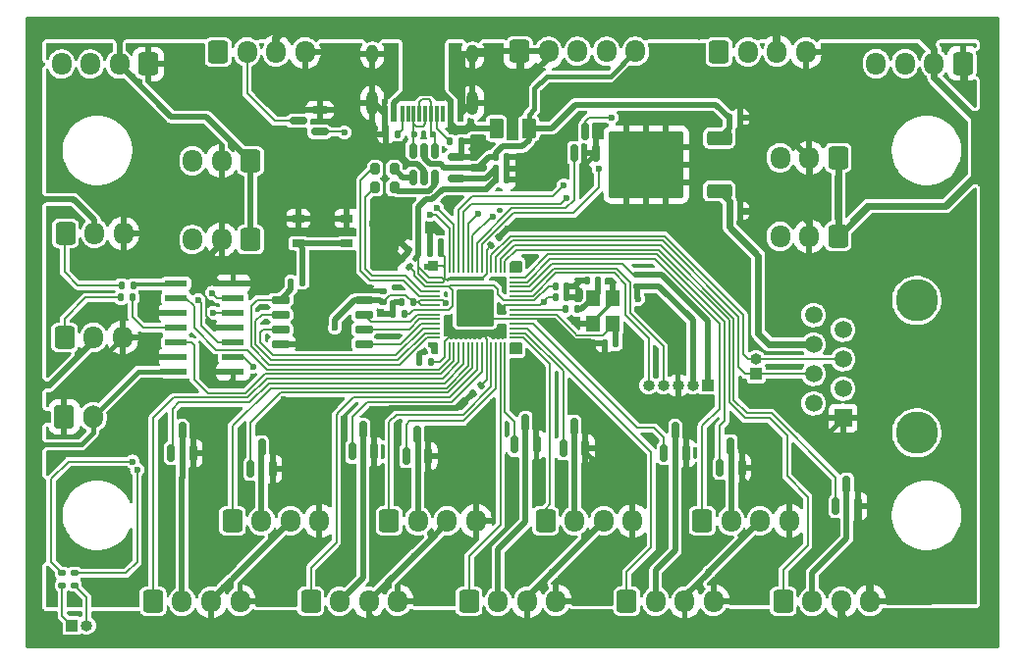
<source format=gbr>
%TF.GenerationSoftware,KiCad,Pcbnew,8.0.6*%
%TF.CreationDate,2024-11-30T03:54:52-08:00*%
%TF.ProjectId,Axion-Board,4178696f-6e2d-4426-9f61-72642e6b6963,rev?*%
%TF.SameCoordinates,Original*%
%TF.FileFunction,Copper,L1,Top*%
%TF.FilePolarity,Positive*%
%FSLAX46Y46*%
G04 Gerber Fmt 4.6, Leading zero omitted, Abs format (unit mm)*
G04 Created by KiCad (PCBNEW 8.0.6) date 2024-11-30 03:54:52*
%MOMM*%
%LPD*%
G01*
G04 APERTURE LIST*
G04 Aperture macros list*
%AMRoundRect*
0 Rectangle with rounded corners*
0 $1 Rounding radius*
0 $2 $3 $4 $5 $6 $7 $8 $9 X,Y pos of 4 corners*
0 Add a 4 corners polygon primitive as box body*
4,1,4,$2,$3,$4,$5,$6,$7,$8,$9,$2,$3,0*
0 Add four circle primitives for the rounded corners*
1,1,$1+$1,$2,$3*
1,1,$1+$1,$4,$5*
1,1,$1+$1,$6,$7*
1,1,$1+$1,$8,$9*
0 Add four rect primitives between the rounded corners*
20,1,$1+$1,$2,$3,$4,$5,0*
20,1,$1+$1,$4,$5,$6,$7,0*
20,1,$1+$1,$6,$7,$8,$9,0*
20,1,$1+$1,$8,$9,$2,$3,0*%
G04 Aperture macros list end*
%TA.AperFunction,ComponentPad*%
%ADD10R,1.000000X1.000000*%
%TD*%
%TA.AperFunction,ComponentPad*%
%ADD11O,1.000000X1.000000*%
%TD*%
%TA.AperFunction,SMDPad,CuDef*%
%ADD12RoundRect,0.135000X0.185000X-0.135000X0.185000X0.135000X-0.185000X0.135000X-0.185000X-0.135000X0*%
%TD*%
%TA.AperFunction,SMDPad,CuDef*%
%ADD13RoundRect,0.150000X0.150000X-0.587500X0.150000X0.587500X-0.150000X0.587500X-0.150000X-0.587500X0*%
%TD*%
%TA.AperFunction,ComponentPad*%
%ADD14RoundRect,0.250000X-0.600000X-0.725000X0.600000X-0.725000X0.600000X0.725000X-0.600000X0.725000X0*%
%TD*%
%TA.AperFunction,ComponentPad*%
%ADD15O,1.700000X1.950000*%
%TD*%
%TA.AperFunction,SMDPad,CuDef*%
%ADD16RoundRect,0.140000X-0.021213X0.219203X-0.219203X0.021213X0.021213X-0.219203X0.219203X-0.021213X0*%
%TD*%
%TA.AperFunction,SMDPad,CuDef*%
%ADD17RoundRect,0.150000X0.587500X0.150000X-0.587500X0.150000X-0.587500X-0.150000X0.587500X-0.150000X0*%
%TD*%
%TA.AperFunction,SMDPad,CuDef*%
%ADD18RoundRect,0.140000X0.219203X0.021213X0.021213X0.219203X-0.219203X-0.021213X-0.021213X-0.219203X0*%
%TD*%
%TA.AperFunction,SMDPad,CuDef*%
%ADD19RoundRect,0.150000X-0.587500X-0.150000X0.587500X-0.150000X0.587500X0.150000X-0.587500X0.150000X0*%
%TD*%
%TA.AperFunction,SMDPad,CuDef*%
%ADD20RoundRect,0.200000X0.200000X0.275000X-0.200000X0.275000X-0.200000X-0.275000X0.200000X-0.275000X0*%
%TD*%
%TA.AperFunction,ComponentPad*%
%ADD21RoundRect,0.250000X0.600000X0.725000X-0.600000X0.725000X-0.600000X-0.725000X0.600000X-0.725000X0*%
%TD*%
%TA.AperFunction,SMDPad,CuDef*%
%ADD22RoundRect,0.150000X-0.650000X-0.150000X0.650000X-0.150000X0.650000X0.150000X-0.650000X0.150000X0*%
%TD*%
%TA.AperFunction,SMDPad,CuDef*%
%ADD23RoundRect,0.250000X-0.375000X-0.625000X0.375000X-0.625000X0.375000X0.625000X-0.375000X0.625000X0*%
%TD*%
%TA.AperFunction,SMDPad,CuDef*%
%ADD24RoundRect,0.050000X0.050000X-0.387500X0.050000X0.387500X-0.050000X0.387500X-0.050000X-0.387500X0*%
%TD*%
%TA.AperFunction,SMDPad,CuDef*%
%ADD25RoundRect,0.050000X0.387500X-0.050000X0.387500X0.050000X-0.387500X0.050000X-0.387500X-0.050000X0*%
%TD*%
%TA.AperFunction,ComponentPad*%
%ADD26C,0.600000*%
%TD*%
%TA.AperFunction,SMDPad,CuDef*%
%ADD27RoundRect,0.144000X1.456000X-1.456000X1.456000X1.456000X-1.456000X1.456000X-1.456000X-1.456000X0*%
%TD*%
%TA.AperFunction,SMDPad,CuDef*%
%ADD28RoundRect,0.140000X-0.140000X-0.170000X0.140000X-0.170000X0.140000X0.170000X-0.140000X0.170000X0*%
%TD*%
%TA.AperFunction,SMDPad,CuDef*%
%ADD29RoundRect,0.140000X0.140000X0.170000X-0.140000X0.170000X-0.140000X-0.170000X0.140000X-0.170000X0*%
%TD*%
%TA.AperFunction,SMDPad,CuDef*%
%ADD30RoundRect,0.135000X0.135000X0.185000X-0.135000X0.185000X-0.135000X-0.185000X0.135000X-0.185000X0*%
%TD*%
%TA.AperFunction,SMDPad,CuDef*%
%ADD31RoundRect,0.135000X-0.135000X-0.185000X0.135000X-0.185000X0.135000X0.185000X-0.135000X0.185000X0*%
%TD*%
%TA.AperFunction,SMDPad,CuDef*%
%ADD32RoundRect,0.150000X0.150000X-0.512500X0.150000X0.512500X-0.150000X0.512500X-0.150000X-0.512500X0*%
%TD*%
%TA.AperFunction,SMDPad,CuDef*%
%ADD33RoundRect,0.140000X0.021213X-0.219203X0.219203X-0.021213X-0.021213X0.219203X-0.219203X0.021213X0*%
%TD*%
%TA.AperFunction,ComponentPad*%
%ADD34RoundRect,0.250000X-0.600000X-0.750000X0.600000X-0.750000X0.600000X0.750000X-0.600000X0.750000X0*%
%TD*%
%TA.AperFunction,ComponentPad*%
%ADD35O,1.700000X2.000000*%
%TD*%
%TA.AperFunction,WasherPad*%
%ADD36C,3.650000*%
%TD*%
%TA.AperFunction,ComponentPad*%
%ADD37R,1.500000X1.500000*%
%TD*%
%TA.AperFunction,ComponentPad*%
%ADD38C,1.500000*%
%TD*%
%TA.AperFunction,SMDPad,CuDef*%
%ADD39R,1.050000X0.650000*%
%TD*%
%TA.AperFunction,SMDPad,CuDef*%
%ADD40R,1.200000X1.400000*%
%TD*%
%TA.AperFunction,SMDPad,CuDef*%
%ADD41R,0.600000X1.450000*%
%TD*%
%TA.AperFunction,SMDPad,CuDef*%
%ADD42R,0.300000X1.450000*%
%TD*%
%TA.AperFunction,ComponentPad*%
%ADD43O,1.000000X2.100000*%
%TD*%
%TA.AperFunction,ComponentPad*%
%ADD44O,1.000000X1.600000*%
%TD*%
%TA.AperFunction,SMDPad,CuDef*%
%ADD45RoundRect,0.140000X0.170000X-0.140000X0.170000X0.140000X-0.170000X0.140000X-0.170000X-0.140000X0*%
%TD*%
%TA.AperFunction,SMDPad,CuDef*%
%ADD46R,1.981200X0.558800*%
%TD*%
%TA.AperFunction,SMDPad,CuDef*%
%ADD47RoundRect,0.250000X0.850000X0.350000X-0.850000X0.350000X-0.850000X-0.350000X0.850000X-0.350000X0*%
%TD*%
%TA.AperFunction,SMDPad,CuDef*%
%ADD48RoundRect,0.250000X1.275000X1.125000X-1.275000X1.125000X-1.275000X-1.125000X1.275000X-1.125000X0*%
%TD*%
%TA.AperFunction,SMDPad,CuDef*%
%ADD49RoundRect,0.249997X2.950003X2.650003X-2.950003X2.650003X-2.950003X-2.650003X2.950003X-2.650003X0*%
%TD*%
%TA.AperFunction,ViaPad*%
%ADD50C,0.600000*%
%TD*%
%TA.AperFunction,Conductor*%
%ADD51C,0.500000*%
%TD*%
%TA.AperFunction,Conductor*%
%ADD52C,0.200000*%
%TD*%
%TA.AperFunction,Conductor*%
%ADD53C,0.381000*%
%TD*%
%TA.AperFunction,Conductor*%
%ADD54C,0.600000*%
%TD*%
%TA.AperFunction,Conductor*%
%ADD55C,0.635000*%
%TD*%
%TA.AperFunction,Conductor*%
%ADD56C,0.254000*%
%TD*%
G04 APERTURE END LIST*
D10*
%TO.P,J6,1,Pin_1*%
%TO.N,/GP20*%
X163000000Y-83100000D03*
D11*
%TO.P,J6,2,Pin_2*%
%TO.N,/GP21*%
X163000000Y-81830000D03*
%TD*%
D12*
%TO.P,R2,1*%
%TO.N,+3V3*%
X152750000Y-75540000D03*
%TO.P,R2,2*%
%TO.N,~{RESET}*%
X152750000Y-74520000D03*
%TD*%
D13*
%TO.P,Q2,1,G*%
%TO.N,/LED4*%
X142167500Y-89200000D03*
%TO.P,Q2,2,S*%
%TO.N,GND*%
X144067500Y-89200000D03*
%TO.P,Q2,3,D*%
%TO.N,Net-(BTN4-Pin_2)*%
X143117500Y-87325000D03*
%TD*%
D10*
%TO.P,J2,1,Pin_1*%
%TO.N,~{RESET}*%
X158800000Y-84075000D03*
D11*
%TO.P,J2,2,Pin_2*%
%TO.N,+3V3*%
X157530000Y-84075000D03*
%TO.P,J2,3,Pin_3*%
%TO.N,GND*%
X156260000Y-84075000D03*
%TO.P,J2,4,Pin_4*%
%TO.N,SWD*%
X154990000Y-84075000D03*
%TO.P,J2,5,Pin_5*%
%TO.N,SWCLK*%
X153720000Y-84075000D03*
%TD*%
D14*
%TO.P,BTN2,1,Pin_1*%
%TO.N,/BT2*%
X151850000Y-102725000D03*
D15*
%TO.P,BTN2,2,Pin_2*%
%TO.N,Net-(BTN2-Pin_2)*%
X154350000Y-102725000D03*
%TO.P,BTN2,3,Pin_3*%
%TO.N,VBUS*%
X156850000Y-102725000D03*
%TO.P,BTN2,4,Pin_4*%
%TO.N,GND*%
X159350000Y-102725000D03*
%TD*%
D14*
%TO.P,BTN7,1,Pin_1*%
%TO.N,/BT7*%
X117850000Y-95775000D03*
D15*
%TO.P,BTN7,2,Pin_2*%
%TO.N,Net-(BTN7-Pin_2)*%
X120350000Y-95775000D03*
%TO.P,BTN7,3,Pin_3*%
%TO.N,VBUS*%
X122850000Y-95775000D03*
%TO.P,BTN7,4,Pin_4*%
%TO.N,GND*%
X125350000Y-95775000D03*
%TD*%
D14*
%TO.P,BTN0,1,Pin_1*%
%TO.N,/BT0*%
X165350000Y-102725000D03*
D15*
%TO.P,BTN0,2,Pin_2*%
%TO.N,Net-(BTN0-Pin_2)*%
X167850000Y-102725000D03*
%TO.P,BTN0,3,Pin_3*%
%TO.N,VBUS*%
X170350000Y-102725000D03*
%TO.P,BTN0,4,Pin_4*%
%TO.N,GND*%
X172850000Y-102725000D03*
%TD*%
D14*
%TO.P,BTN8,1,Pin_1*%
%TO.N,/BT8*%
X111000000Y-102725000D03*
D15*
%TO.P,BTN8,2,Pin_2*%
%TO.N,Net-(BTN8-Pin_2)*%
X113500000Y-102725000D03*
%TO.P,BTN8,3,Pin_3*%
%TO.N,VBUS*%
X116000000Y-102725000D03*
%TO.P,BTN8,4,Pin_4*%
%TO.N,GND*%
X118500000Y-102725000D03*
%TD*%
D13*
%TO.P,Q10,1,G*%
%TO.N,/LED5*%
X132817500Y-90175000D03*
%TO.P,Q10,2,S*%
%TO.N,GND*%
X134717500Y-90175000D03*
%TO.P,Q10,3,D*%
%TO.N,Net-(BTN5-Pin_2)*%
X133767500Y-88300000D03*
%TD*%
D16*
%TO.P,C12,1*%
%TO.N,+3V3*%
X139250000Y-84050000D03*
%TO.P,C12,2*%
%TO.N,GND*%
X138571178Y-84728822D03*
%TD*%
D17*
%TO.P,Q7,1,G*%
%TO.N,/LED10*%
X125367500Y-62200000D03*
%TO.P,Q7,2,S*%
%TO.N,GND*%
X125367500Y-60300000D03*
%TO.P,Q7,3,D*%
%TO.N,Net-(BTN10-Pin_2)*%
X123492500Y-61250000D03*
%TD*%
D12*
%TO.P,R10,1*%
%TO.N,/RGB3*%
X103167500Y-101320000D03*
%TO.P,R10,2*%
%TO.N,Net-(U5-2Y)*%
X103167500Y-100300000D03*
%TD*%
D18*
%TO.P,C8,1*%
%TO.N,+3V3*%
X133700000Y-73050000D03*
%TO.P,C8,2*%
%TO.N,GND*%
X133021178Y-72371178D03*
%TD*%
D19*
%TO.P,U4,1,GND*%
%TO.N,GND*%
X137125000Y-64350000D03*
%TO.P,U4,2,VO*%
%TO.N,+3V3*%
X137125000Y-66250000D03*
%TO.P,U4,3,VI*%
%TO.N,+5V*%
X139000000Y-65300000D03*
%TD*%
D14*
%TO.P,BTN6,1,Pin_1*%
%TO.N,/BT6*%
X124600000Y-102725000D03*
D15*
%TO.P,BTN6,2,Pin_2*%
%TO.N,Net-(BTN6-Pin_2)*%
X127100000Y-102725000D03*
%TO.P,BTN6,3,Pin_3*%
%TO.N,VBUS*%
X129600000Y-102725000D03*
%TO.P,BTN6,4,Pin_4*%
%TO.N,GND*%
X132100000Y-102725000D03*
%TD*%
D14*
%TO.P,J16,1,Pin_1*%
%TO.N,/RGB1*%
X103367500Y-79937000D03*
D15*
%TO.P,J16,2,Pin_2*%
%TO.N,VBUS*%
X105867500Y-79937000D03*
%TO.P,J16,3,Pin_3*%
%TO.N,GND*%
X108367500Y-79937000D03*
%TD*%
D20*
%TO.P,R6,1*%
%TO.N,D_N*%
X131800000Y-67000000D03*
%TO.P,R6,2*%
%TO.N,/D_-*%
X130150000Y-67000000D03*
%TD*%
D13*
%TO.P,Q8,1,G*%
%TO.N,/LED1*%
X159867500Y-91200000D03*
%TO.P,Q8,2,S*%
%TO.N,GND*%
X161767500Y-91200000D03*
%TO.P,Q8,3,D*%
%TO.N,Net-(BTN1-Pin_2)*%
X160817500Y-89325000D03*
%TD*%
D14*
%TO.P,J19,1,Pin_1*%
%TO.N,GND*%
X142600000Y-55250000D03*
D15*
%TO.P,J19,2,Pin_2*%
X145100000Y-55250000D03*
%TO.P,J19,3,Pin_3*%
%TO.N,D_USB_P*%
X147600000Y-55250000D03*
%TO.P,J19,4,Pin_4*%
%TO.N,D_USB_N*%
X150100000Y-55250000D03*
%TO.P,J19,5,Pin_5*%
%TO.N,+5V*%
X152600000Y-55250000D03*
%TD*%
D21*
%TO.P,J17,1,Pin_1*%
%TO.N,GND*%
X180850000Y-56300000D03*
D15*
%TO.P,J17,2,Pin_2*%
%TO.N,VBUS*%
X178350000Y-56300000D03*
%TO.P,J17,3,Pin_3*%
%TO.N,/QE1A*%
X175850000Y-56300000D03*
%TO.P,J17,4,Pin_4*%
%TO.N,/QE1B*%
X173350000Y-56300000D03*
%TD*%
D22*
%TO.P,U1,1,~{CS}*%
%TO.N,CS*%
X122000000Y-76690000D03*
%TO.P,U1,2,DO(IO1)*%
%TO.N,SD1*%
X122000000Y-77960000D03*
%TO.P,U1,3,IO2*%
%TO.N,SD2*%
X122000000Y-79230000D03*
%TO.P,U1,4,GND*%
%TO.N,GND*%
X122000000Y-80500000D03*
%TO.P,U1,5,DI(IO0)*%
%TO.N,SD0*%
X129200000Y-80500000D03*
%TO.P,U1,6,CLK*%
%TO.N,QSPI_CLK*%
X129200000Y-79230000D03*
%TO.P,U1,7,IO3*%
%TO.N,SD3*%
X129200000Y-77960000D03*
%TO.P,U1,8,VCC*%
%TO.N,+3V3*%
X129200000Y-76690000D03*
%TD*%
D23*
%TO.P,F1,1*%
%TO.N,VBUS*%
X140600000Y-61900000D03*
%TO.P,F1,2*%
%TO.N,+5V*%
X143400000Y-61900000D03*
%TD*%
D18*
%TO.P,C4,1*%
%TO.N,+1V1*%
X133078822Y-73878822D03*
%TO.P,C4,2*%
%TO.N,GND*%
X132400000Y-73200000D03*
%TD*%
D13*
%TO.P,Q4,1,G*%
%TO.N,/LED2*%
X155067500Y-89900000D03*
%TO.P,Q4,2,S*%
%TO.N,GND*%
X156967500Y-89900000D03*
%TO.P,Q4,3,D*%
%TO.N,Net-(BTN2-Pin_2)*%
X156017500Y-88025000D03*
%TD*%
D24*
%TO.P,U3,1,IOVDD*%
%TO.N,+3V3*%
X136150000Y-80800000D03*
%TO.P,U3,2,GPIO0*%
%TO.N,/RGBIn2*%
X136550000Y-80800000D03*
%TO.P,U3,3,GPIO1*%
%TO.N,/RGBIn1*%
X136950000Y-80800000D03*
%TO.P,U3,4,GPIO2*%
%TO.N,/BT8*%
X137350000Y-80800000D03*
%TO.P,U3,5,GPIO3*%
%TO.N,/LED8*%
X137750000Y-80800000D03*
%TO.P,U3,6,GPIO4*%
%TO.N,/BT7*%
X138150000Y-80800000D03*
%TO.P,U3,7,GPIO5*%
%TO.N,/LED7*%
X138550000Y-80800000D03*
%TO.P,U3,8,GPIO6*%
%TO.N,/BT6*%
X138950000Y-80800000D03*
%TO.P,U3,9,GPIO7*%
%TO.N,/LED6*%
X139350000Y-80800000D03*
%TO.P,U3,10,IOVDD*%
%TO.N,+3V3*%
X139750000Y-80800000D03*
%TO.P,U3,11,GPIO8*%
%TO.N,/BT5*%
X140150000Y-80800000D03*
%TO.P,U3,12,GPIO9*%
%TO.N,/LED5*%
X140550000Y-80800000D03*
%TO.P,U3,13,GPIO10*%
%TO.N,/BT4*%
X140950000Y-80800000D03*
%TO.P,U3,14,GPIO11*%
%TO.N,/LED4*%
X141350000Y-80800000D03*
D25*
%TO.P,U3,15,GPIO12*%
%TO.N,/BT3*%
X142187500Y-79962500D03*
%TO.P,U3,16,GPIO13*%
%TO.N,/LED3*%
X142187500Y-79562500D03*
%TO.P,U3,17,GPIO14*%
%TO.N,/BT2*%
X142187500Y-79162500D03*
%TO.P,U3,18,GPIO15*%
%TO.N,/LED2*%
X142187500Y-78762500D03*
%TO.P,U3,19,TESTEN*%
%TO.N,GND*%
X142187500Y-78362500D03*
%TO.P,U3,20,XTAL_IN*%
%TO.N,XTAL_IN*%
X142187500Y-77962500D03*
%TO.P,U3,21,XTAL_OUT*%
%TO.N,XTAL_OUT*%
X142187500Y-77562500D03*
%TO.P,U3,22,IOVDD*%
%TO.N,+3V3*%
X142187500Y-77162500D03*
%TO.P,U3,23,DVDD*%
%TO.N,+1V1*%
X142187500Y-76762500D03*
%TO.P,U3,24,SWCLK*%
%TO.N,SWCLK*%
X142187500Y-76362500D03*
%TO.P,U3,25,SWDIO*%
%TO.N,SWD*%
X142187500Y-75962500D03*
%TO.P,U3,26,~{RUN}*%
%TO.N,~{RESET}*%
X142187500Y-75562500D03*
%TO.P,U3,27,GPIO16*%
%TO.N,/BT1*%
X142187500Y-75162500D03*
%TO.P,U3,28,GPIO17*%
%TO.N,/LED1*%
X142187500Y-74762500D03*
D24*
%TO.P,U3,29,GPIO18*%
%TO.N,/BT0*%
X141350000Y-73925000D03*
%TO.P,U3,30,GPIO19*%
%TO.N,/LED0*%
X140950000Y-73925000D03*
%TO.P,U3,31,GPIO20*%
%TO.N,/GP20*%
X140550000Y-73925000D03*
%TO.P,U3,32,GPIO21*%
%TO.N,/GP21*%
X140150000Y-73925000D03*
%TO.P,U3,33,IOVDD*%
%TO.N,+3V3*%
X139750000Y-73925000D03*
%TO.P,U3,34,GPIO22*%
%TO.N,/BT9*%
X139350000Y-73925000D03*
%TO.P,U3,35,GPIO23*%
%TO.N,/LED9*%
X138950000Y-73925000D03*
%TO.P,U3,36,GPIO24*%
%TO.N,/BT10*%
X138550000Y-73925000D03*
%TO.P,U3,37,GPIO25*%
%TO.N,/LED10*%
X138150000Y-73925000D03*
%TO.P,U3,38,GPIO26/ADC0*%
%TO.N,/QE1A*%
X137750000Y-73925000D03*
%TO.P,U3,39,GPIO27/ADC1*%
%TO.N,/QE1B*%
X137350000Y-73925000D03*
%TO.P,U3,40,GPIO28/ADC2*%
%TO.N,/PS2CLK*%
X136950000Y-73925000D03*
%TO.P,U3,41,GPIO29/ADC3*%
%TO.N,/PS2COMM*%
X136550000Y-73925000D03*
%TO.P,U3,42,IOVDD*%
%TO.N,+3V3*%
X136150000Y-73925000D03*
D25*
%TO.P,U3,43,ADC_AVDD*%
X135312500Y-74762500D03*
%TO.P,U3,44,VREG_VIN*%
X135312500Y-75162500D03*
%TO.P,U3,45,VREG_VOUT*%
%TO.N,+1V1*%
X135312500Y-75562500D03*
%TO.P,U3,46,D-*%
%TO.N,/D_-*%
X135312500Y-75962500D03*
%TO.P,U3,47,D+*%
%TO.N,/D_+*%
X135312500Y-76362500D03*
%TO.P,U3,48,USB_VDD*%
%TO.N,+3V3*%
X135312500Y-76762500D03*
%TO.P,U3,49,IOVDD*%
X135312500Y-77162500D03*
%TO.P,U3,50,DVDD*%
%TO.N,+1V1*%
X135312500Y-77562500D03*
%TO.P,U3,51,QSPI_SD3*%
%TO.N,SD3*%
X135312500Y-77962500D03*
%TO.P,U3,52,QSPI_SCLK*%
%TO.N,QSPI_CLK*%
X135312500Y-78362500D03*
%TO.P,U3,53,QSPI_SD0*%
%TO.N,SD0*%
X135312500Y-78762500D03*
%TO.P,U3,54,QSPI_SD2*%
%TO.N,SD2*%
X135312500Y-79162500D03*
%TO.P,U3,55,QSPI_SD1*%
%TO.N,SD1*%
X135312500Y-79562500D03*
%TO.P,U3,56,QSPI_SS_N*%
%TO.N,CS*%
X135312500Y-79962500D03*
D26*
%TO.P,U3,57,GND*%
%TO.N,GND*%
X137475000Y-78637500D03*
X138750000Y-78637500D03*
X140025000Y-78637500D03*
X137475000Y-77362500D03*
X138750000Y-77362500D03*
D27*
X138750000Y-77362500D03*
D26*
X140025000Y-77362500D03*
X137475000Y-76087500D03*
X138750000Y-76087500D03*
X140025000Y-76087500D03*
%TD*%
D13*
%TO.P,Q9,1,G*%
%TO.N,/LED3*%
X146367500Y-89500000D03*
%TO.P,Q9,2,S*%
%TO.N,GND*%
X148267500Y-89500000D03*
%TO.P,Q9,3,D*%
%TO.N,Net-(BTN3-Pin_2)*%
X147317500Y-87625000D03*
%TD*%
D28*
%TO.P,C2,1*%
%TO.N,GND*%
X149950000Y-80480000D03*
%TO.P,C2,2*%
%TO.N,XTAL_IN*%
X150910000Y-80480000D03*
%TD*%
D29*
%TO.P,C14,1*%
%TO.N,+3V3*%
X135820000Y-71725000D03*
%TO.P,C14,2*%
%TO.N,GND*%
X134860000Y-71725000D03*
%TD*%
D14*
%TO.P,J15,1,Pin_1*%
%TO.N,/RGB2*%
X103442500Y-70950000D03*
D15*
%TO.P,J15,2,Pin_2*%
%TO.N,VBUS*%
X105942500Y-70950000D03*
%TO.P,J15,3,Pin_3*%
%TO.N,GND*%
X108442500Y-70950000D03*
%TD*%
D21*
%TO.P,J21,1,Pin_1*%
%TO.N,VBUS*%
X119400000Y-64700000D03*
D15*
%TO.P,J21,2,Pin_2*%
%TO.N,GND*%
X116900000Y-64700000D03*
%TO.P,J21,3,Pin_3*%
%TO.N,/PS2CLK*%
X114400000Y-64700000D03*
%TD*%
D14*
%TO.P,BTN3,1,Pin_1*%
%TO.N,/BT3*%
X144850000Y-95775000D03*
D15*
%TO.P,BTN3,2,Pin_2*%
%TO.N,Net-(BTN3-Pin_2)*%
X147350000Y-95775000D03*
%TO.P,BTN3,3,Pin_3*%
%TO.N,VBUS*%
X149850000Y-95775000D03*
%TO.P,BTN3,4,Pin_4*%
%TO.N,GND*%
X152350000Y-95775000D03*
%TD*%
D28*
%TO.P,C10,1*%
%TO.N,+3V3*%
X145700000Y-76470000D03*
%TO.P,C10,2*%
%TO.N,GND*%
X146660000Y-76470000D03*
%TD*%
D20*
%TO.P,R5,1*%
%TO.N,D_P*%
X131800000Y-65400000D03*
%TO.P,R5,2*%
%TO.N,/D_+*%
X130150000Y-65400000D03*
%TD*%
D30*
%TO.P,R1,1*%
%TO.N,/~{USB_BOOT}*%
X123910000Y-75160000D03*
%TO.P,R1,2*%
%TO.N,CS*%
X122890000Y-75160000D03*
%TD*%
D21*
%TO.P,J18,1,Pin_1*%
%TO.N,GND*%
X110600000Y-56350000D03*
D15*
%TO.P,J18,2,Pin_2*%
%TO.N,VBUS*%
X108100000Y-56350000D03*
%TO.P,J18,3,Pin_3*%
%TO.N,/PS2CLK*%
X105600000Y-56350000D03*
%TO.P,J18,4,Pin_4*%
%TO.N,/PS2COMM*%
X103100000Y-56350000D03*
%TD*%
D29*
%TO.P,C15,1*%
%TO.N,+3V3*%
X134950000Y-82050000D03*
%TO.P,C15,2*%
%TO.N,GND*%
X133990000Y-82050000D03*
%TD*%
D21*
%TO.P,J14,1,Pin_1*%
%TO.N,VBUS*%
X119400000Y-71500000D03*
D15*
%TO.P,J14,2,Pin_2*%
%TO.N,GND*%
X116900000Y-71500000D03*
%TO.P,J14,3,Pin_3*%
%TO.N,/PS2COMM*%
X114400000Y-71500000D03*
%TD*%
D29*
%TO.P,C13,1*%
%TO.N,+3V3*%
X133400000Y-76900000D03*
%TO.P,C13,2*%
%TO.N,GND*%
X132440000Y-76900000D03*
%TD*%
D31*
%TO.P,R3,1*%
%TO.N,/CC1*%
X136600000Y-63000000D03*
%TO.P,R3,2*%
%TO.N,GND*%
X137620000Y-63000000D03*
%TD*%
D13*
%TO.P,Q6,1,G*%
%TO.N,/LED9*%
X147317500Y-64037500D03*
%TO.P,Q6,2,S*%
%TO.N,GND*%
X149217500Y-64037500D03*
%TO.P,Q6,3,D*%
%TO.N,Net-(BTN9-Pin_2)*%
X148267500Y-62162500D03*
%TD*%
D29*
%TO.P,C17,1*%
%TO.N,GND*%
X141500000Y-66350000D03*
%TO.P,C17,2*%
%TO.N,+3V3*%
X140540000Y-66350000D03*
%TD*%
%TO.P,C16,1*%
%TO.N,GND*%
X141500000Y-64350000D03*
%TO.P,C16,2*%
%TO.N,+5V*%
X140540000Y-64350000D03*
%TD*%
D14*
%TO.P,BTN9,1,Pin_1*%
%TO.N,/BT9*%
X159800000Y-55300000D03*
D15*
%TO.P,BTN9,2,Pin_2*%
%TO.N,Net-(BTN9-Pin_2)*%
X162300000Y-55300000D03*
%TO.P,BTN9,3,Pin_3*%
%TO.N,VBUS*%
X164800000Y-55300000D03*
%TO.P,BTN9,4,Pin_4*%
%TO.N,GND*%
X167300000Y-55300000D03*
%TD*%
D13*
%TO.P,Q1,1,G*%
%TO.N,/LED6*%
X128167500Y-89800000D03*
%TO.P,Q1,2,S*%
%TO.N,GND*%
X130067500Y-89800000D03*
%TO.P,Q1,3,D*%
%TO.N,Net-(BTN6-Pin_2)*%
X129117500Y-87925000D03*
%TD*%
D32*
%TO.P,U2,1,I/O1*%
%TO.N,D_P*%
X133400000Y-66100000D03*
%TO.P,U2,2,GND*%
%TO.N,GND*%
X134350000Y-66100000D03*
%TO.P,U2,3,I/O2*%
%TO.N,D_N*%
X135300000Y-66100000D03*
%TO.P,U2,4,I/O2*%
%TO.N,D_USB_N*%
X135300000Y-63825000D03*
%TO.P,U2,5,VBUS*%
%TO.N,+5V*%
X134350000Y-63825000D03*
%TO.P,U2,6,I/O1*%
%TO.N,D_USB_P*%
X133400000Y-63825000D03*
%TD*%
D30*
%TO.P,R7,1*%
%TO.N,/XTAL_O*%
X147580000Y-77520000D03*
%TO.P,R7,2*%
%TO.N,XTAL_OUT*%
X146560000Y-77520000D03*
%TD*%
D29*
%TO.P,C5,1*%
%TO.N,+1V1*%
X132650000Y-77925000D03*
%TO.P,C5,2*%
%TO.N,GND*%
X131690000Y-77925000D03*
%TD*%
D28*
%TO.P,C18,1*%
%TO.N,/PS2_9V*%
X160700000Y-69015000D03*
%TO.P,C18,2*%
%TO.N,GND*%
X161660000Y-69015000D03*
%TD*%
D14*
%TO.P,BTN5,1,Pin_1*%
%TO.N,/BT5*%
X131350000Y-95775000D03*
D15*
%TO.P,BTN5,2,Pin_2*%
%TO.N,Net-(BTN5-Pin_2)*%
X133850000Y-95775000D03*
%TO.P,BTN5,3,Pin_3*%
%TO.N,VBUS*%
X136350000Y-95775000D03*
%TO.P,BTN5,4,Pin_4*%
%TO.N,GND*%
X138850000Y-95775000D03*
%TD*%
D13*
%TO.P,Q3,1,G*%
%TO.N,/LED8*%
X112567500Y-89900000D03*
%TO.P,Q3,2,S*%
%TO.N,GND*%
X114467500Y-89900000D03*
%TO.P,Q3,3,D*%
%TO.N,Net-(BTN8-Pin_2)*%
X113517500Y-88025000D03*
%TD*%
D21*
%TO.P,J3,1,Pin_1*%
%TO.N,VBUS*%
X170075000Y-71225000D03*
D15*
%TO.P,J3,2,Pin_2*%
%TO.N,GND*%
X167575000Y-71225000D03*
%TO.P,J3,3,Pin_3*%
%TO.N,/QE1A*%
X165075000Y-71225000D03*
%TD*%
D33*
%TO.P,C11,1*%
%TO.N,+3V3*%
X140150000Y-72000000D03*
%TO.P,C11,2*%
%TO.N,GND*%
X140828822Y-71321178D03*
%TD*%
D13*
%TO.P,Q5,1,G*%
%TO.N,/LED0*%
X169867500Y-94500000D03*
%TO.P,Q5,2,S*%
%TO.N,GND*%
X171767500Y-94500000D03*
%TO.P,Q5,3,D*%
%TO.N,Net-(BTN0-Pin_2)*%
X170817500Y-92625000D03*
%TD*%
D28*
%TO.P,C19,1*%
%TO.N,+5V*%
X160685000Y-60990000D03*
%TO.P,C19,2*%
%TO.N,GND*%
X161645000Y-60990000D03*
%TD*%
D10*
%TO.P,J7,1,Pin_1*%
%TO.N,/RGB3*%
X103997500Y-104800000D03*
D11*
%TO.P,J7,2,Pin_2*%
%TO.N,/RGB4*%
X105267500Y-104800000D03*
%TD*%
D34*
%TO.P,LED,1,Pin_1*%
%TO.N,GND*%
X103331500Y-86795000D03*
D35*
%TO.P,LED,2,Pin_2*%
%TO.N,VBUS*%
X105831500Y-86795000D03*
%TD*%
D12*
%TO.P,R11,1*%
%TO.N,/RGB4*%
X104217500Y-101320000D03*
%TO.P,R11,2*%
%TO.N,Net-(U5-1Y)*%
X104217500Y-100300000D03*
%TD*%
D29*
%TO.P,C9,1*%
%TO.N,+3V3*%
X135820000Y-72700000D03*
%TO.P,C9,2*%
%TO.N,GND*%
X134860000Y-72700000D03*
%TD*%
D36*
%TO.P,J20,*%
%TO.N,*%
X176850000Y-88175000D03*
X176850000Y-76745000D03*
D37*
%TO.P,J20,1,Pin_1*%
%TO.N,GND*%
X170500000Y-86905000D03*
D38*
%TO.P,J20,2,Pin_2*%
%TO.N,/PS2CLK*%
X167960000Y-85635000D03*
%TO.P,J20,3,Pin_3*%
%TO.N,/PS2COMM*%
X170500000Y-84365000D03*
%TO.P,J20,4,Pin_4*%
%TO.N,/GP20*%
X167960000Y-83095000D03*
%TO.P,J20,5,Pin_5*%
%TO.N,/GP21*%
X170500000Y-81825000D03*
%TO.P,J20,6,Pin_6*%
%TO.N,/PS2_9V*%
X167960000Y-80555000D03*
%TO.P,J20,7,Pin_7*%
%TO.N,/LED10*%
X170500000Y-79285000D03*
%TO.P,J20,8,Pin_8*%
%TO.N,unconnected-(J20-Pin_8-Pad8)*%
X167960000Y-78015000D03*
%TD*%
D31*
%TO.P,R8,1*%
%TO.N,/RGB1*%
X108222500Y-76508000D03*
%TO.P,R8,2*%
%TO.N,Net-(U5-4Y)*%
X109242500Y-76508000D03*
%TD*%
D39*
%TO.P,SW1,1,1*%
%TO.N,GND*%
X123520000Y-69670000D03*
X127670000Y-69670000D03*
%TO.P,SW1,2,2*%
%TO.N,/~{USB_BOOT}*%
X123520000Y-71820000D03*
X127670000Y-71820000D03*
%TD*%
D14*
%TO.P,BTN1,1,Pin_1*%
%TO.N,/BT1*%
X158350000Y-95775000D03*
D15*
%TO.P,BTN1,2,Pin_2*%
%TO.N,Net-(BTN1-Pin_2)*%
X160850000Y-95775000D03*
%TO.P,BTN1,3,Pin_3*%
%TO.N,VBUS*%
X163350000Y-95775000D03*
%TO.P,BTN1,4,Pin_4*%
%TO.N,GND*%
X165850000Y-95775000D03*
%TD*%
D40*
%TO.P,Y1,1,1*%
%TO.N,/XTAL_O*%
X148950000Y-76530000D03*
%TO.P,Y1,2,2*%
%TO.N,GND*%
X148950000Y-78730000D03*
%TO.P,Y1,3,3*%
%TO.N,XTAL_IN*%
X150650000Y-78730000D03*
%TO.P,Y1,4,4*%
%TO.N,GND*%
X150650000Y-76530000D03*
%TD*%
D41*
%TO.P,J1,A1,GND*%
%TO.N,GND*%
X137480000Y-60595000D03*
%TO.P,J1,A4,VBUS*%
%TO.N,VBUS*%
X136680000Y-60595000D03*
D42*
%TO.P,J1,A5,CC1*%
%TO.N,/CC1*%
X135480000Y-60595000D03*
%TO.P,J1,A6,D+*%
%TO.N,D_USB_P*%
X134480000Y-60595000D03*
%TO.P,J1,A7,D-*%
%TO.N,D_USB_N*%
X133980000Y-60595000D03*
%TO.P,J1,A8,SBU1*%
%TO.N,unconnected-(J1-SBU1-PadA8)*%
X132980000Y-60595000D03*
D41*
%TO.P,J1,A9,VBUS*%
%TO.N,VBUS*%
X131780000Y-60595000D03*
%TO.P,J1,A12,GND*%
%TO.N,GND*%
X130980000Y-60595000D03*
D42*
%TO.P,J1,B5,CC2*%
%TO.N,/CC2*%
X132480000Y-60595000D03*
%TO.P,J1,B6,D+*%
%TO.N,D_USB_P*%
X133480000Y-60595000D03*
%TO.P,J1,B7,D-*%
%TO.N,D_USB_N*%
X134980000Y-60595000D03*
%TO.P,J1,B8,SBU2*%
%TO.N,unconnected-(J1-SBU2-PadB8)*%
X135980000Y-60595000D03*
D41*
%TO.P,J1,B9,VBUS*%
%TO.N,VBUS*%
X136680000Y-60595000D03*
D43*
%TO.P,J1,S1,SHIELD*%
%TO.N,GND*%
X138550000Y-59680000D03*
D44*
X138550000Y-55500000D03*
D43*
X129910000Y-59680000D03*
D44*
X129910000Y-55500000D03*
%TD*%
D28*
%TO.P,C7,1*%
%TO.N,+3V3*%
X140540000Y-65350000D03*
%TO.P,C7,2*%
%TO.N,GND*%
X141500000Y-65350000D03*
%TD*%
D45*
%TO.P,C1,1*%
%TO.N,+3V3*%
X130800000Y-76910000D03*
%TO.P,C1,2*%
%TO.N,GND*%
X130800000Y-75950000D03*
%TD*%
D30*
%TO.P,R4,1*%
%TO.N,/CC2*%
X132100000Y-62400000D03*
%TO.P,R4,2*%
%TO.N,GND*%
X131080000Y-62400000D03*
%TD*%
D13*
%TO.P,Q11,1,G*%
%TO.N,/LED7*%
X119417500Y-91300000D03*
%TO.P,Q11,2,S*%
%TO.N,GND*%
X121317500Y-91300000D03*
%TO.P,Q11,3,D*%
%TO.N,Net-(BTN7-Pin_2)*%
X120367500Y-89425000D03*
%TD*%
D28*
%TO.P,C6,1*%
%TO.N,+1V1*%
X145700000Y-75500000D03*
%TO.P,C6,2*%
%TO.N,GND*%
X146660000Y-75500000D03*
%TD*%
D46*
%TO.P,U5,1,1~OE*%
%TO.N,GND*%
X117900000Y-82890000D03*
%TO.P,U5,2,1A*%
%TO.N,/GP20*%
X117900000Y-81620000D03*
%TO.P,U5,3,1Y*%
%TO.N,Net-(U5-1Y)*%
X117900000Y-80350000D03*
%TO.P,U5,4,2~OE*%
%TO.N,GND*%
X117900000Y-79080000D03*
%TO.P,U5,5,2A*%
%TO.N,/GP21*%
X117900000Y-77810000D03*
%TO.P,U5,6,2Y*%
%TO.N,Net-(U5-2Y)*%
X117900000Y-76540000D03*
%TO.P,U5,7,GND*%
%TO.N,GND*%
X117900000Y-75270000D03*
%TO.P,U5,8,3Y*%
%TO.N,Net-(U5-3Y)*%
X112972400Y-75270000D03*
%TO.P,U5,9,3A*%
%TO.N,/RGBIn2*%
X112972400Y-76540000D03*
%TO.P,U5,10,3~OE*%
%TO.N,GND*%
X112972400Y-77810000D03*
%TO.P,U5,11,4Y*%
%TO.N,Net-(U5-4Y)*%
X112972400Y-79080000D03*
%TO.P,U5,12,4A*%
%TO.N,/RGBIn1*%
X112972400Y-80350000D03*
%TO.P,U5,13,4~OE*%
%TO.N,GND*%
X112972400Y-81620000D03*
%TO.P,U5,14,VCC*%
%TO.N,VBUS*%
X112972400Y-82890000D03*
%TD*%
D28*
%TO.P,C3,1*%
%TO.N,GND*%
X148420000Y-74990000D03*
%TO.P,C3,2*%
%TO.N,/XTAL_O*%
X149380000Y-74990000D03*
%TD*%
D21*
%TO.P,J4,1,Pin_1*%
%TO.N,VBUS*%
X170075000Y-64425000D03*
D15*
%TO.P,J4,2,Pin_2*%
%TO.N,GND*%
X167575000Y-64425000D03*
%TO.P,J4,3,Pin_3*%
%TO.N,/QE1B*%
X165075000Y-64425000D03*
%TD*%
D31*
%TO.P,R9,1*%
%TO.N,/RGB2*%
X108262500Y-75450000D03*
%TO.P,R9,2*%
%TO.N,Net-(U5-3Y)*%
X109282500Y-75450000D03*
%TD*%
D47*
%TO.P,U6,1,VI*%
%TO.N,/PS2_9V*%
X159825000Y-67305000D03*
D48*
%TO.P,U6,2,GND*%
%TO.N,GND*%
X155200000Y-66550000D03*
X155200000Y-63500000D03*
D49*
X153525000Y-65025000D03*
D48*
X151850000Y-66550000D03*
X151850000Y-63500000D03*
D47*
%TO.P,U6,3,VO*%
%TO.N,+5V*%
X159825000Y-62745000D03*
%TD*%
D14*
%TO.P,BTN10,1,Pin_1*%
%TO.N,/BT10*%
X116600000Y-55300000D03*
D15*
%TO.P,BTN10,2,Pin_2*%
%TO.N,Net-(BTN10-Pin_2)*%
X119100000Y-55300000D03*
%TO.P,BTN10,3,Pin_3*%
%TO.N,VBUS*%
X121600000Y-55300000D03*
%TO.P,BTN10,4,Pin_4*%
%TO.N,GND*%
X124100000Y-55300000D03*
%TD*%
D14*
%TO.P,BTN4,1,Pin_1*%
%TO.N,/BT4*%
X138250000Y-102725000D03*
D15*
%TO.P,BTN4,2,Pin_2*%
%TO.N,Net-(BTN4-Pin_2)*%
X140750000Y-102725000D03*
%TO.P,BTN4,3,Pin_3*%
%TO.N,VBUS*%
X143250000Y-102725000D03*
%TO.P,BTN4,4,Pin_4*%
%TO.N,GND*%
X145750000Y-102725000D03*
%TD*%
D50*
%TO.N,+3V3*%
X126667500Y-79100000D03*
X139440000Y-79620000D03*
X144710000Y-76870000D03*
X136200000Y-77000000D03*
X152800000Y-76610000D03*
X141150000Y-77400000D03*
X134617500Y-73850000D03*
%TO.N,GND*%
X161000000Y-72000000D03*
X130333750Y-87166250D03*
X148267500Y-65700000D03*
X148850000Y-90400000D03*
X181000000Y-58250000D03*
X155650000Y-78600000D03*
X130750000Y-77925000D03*
X141600000Y-70550000D03*
X117150000Y-88925000D03*
X161635000Y-61815000D03*
X134400000Y-81200000D03*
X143650000Y-73000000D03*
X134860000Y-70940000D03*
X126567500Y-76900000D03*
X157200000Y-68900000D03*
X168850000Y-55250000D03*
X168417500Y-88850000D03*
X132300000Y-64100000D03*
X124200000Y-80500000D03*
X117367500Y-84000000D03*
X159550000Y-74200000D03*
X136500000Y-68250000D03*
X159025000Y-92450000D03*
X163350000Y-56700000D03*
X139250000Y-63900000D03*
X110567500Y-80800000D03*
X162300000Y-74200000D03*
X122300000Y-85300000D03*
X140325000Y-85525000D03*
X159050000Y-88075000D03*
X150217500Y-75150000D03*
X129900000Y-70100000D03*
X140300000Y-89650000D03*
X142775000Y-58125000D03*
X152300000Y-86125000D03*
X157300000Y-72100000D03*
X142025000Y-85900000D03*
X112250000Y-100500000D03*
X138125000Y-87800000D03*
X142800000Y-66650000D03*
X132975000Y-68100000D03*
X145400000Y-79175000D03*
X162300000Y-77200000D03*
X143417500Y-82600000D03*
X149800000Y-68900000D03*
X130467500Y-73750000D03*
X144050000Y-87275000D03*
X126200000Y-85400000D03*
X113000000Y-62000000D03*
X174500000Y-55000000D03*
X149000000Y-80480000D03*
X111167500Y-77800000D03*
X117125000Y-92450000D03*
X166617500Y-69050000D03*
X157625000Y-92475000D03*
X111975000Y-87275000D03*
X156817500Y-54850000D03*
X123750000Y-77000000D03*
X155475000Y-86075000D03*
X137333750Y-85966250D03*
X147620000Y-76590000D03*
X146000000Y-93500000D03*
X147300000Y-78600000D03*
%TO.N,VBUS*%
X133517500Y-98800000D03*
X170075000Y-66602000D03*
X158900000Y-100200000D03*
X171200000Y-104800000D03*
X145467500Y-100150000D03*
X130017500Y-104200000D03*
X158067500Y-53950000D03*
X176951500Y-53648000D03*
X165100000Y-53340000D03*
X170075000Y-69015000D03*
X117067500Y-101550000D03*
%TO.N,D_USB_P*%
X133500000Y-62450000D03*
%TO.N,D_USB_N*%
X135150000Y-62450000D03*
%TO.N,/BT9*%
X149417500Y-65400000D03*
%TO.N,/BT10*%
X140300000Y-69500000D03*
%TO.N,/LED10*%
X139000000Y-69250000D03*
X127500000Y-62250000D03*
%TO.N,/PS2CLK*%
X135450000Y-68750000D03*
%TO.N,/PS2COMM*%
X134900000Y-69350000D03*
%TO.N,Net-(BTN9-Pin_2)*%
X150517500Y-60950000D03*
%TO.N,/QE1A*%
X146625000Y-67925000D03*
%TO.N,/QE1B*%
X146425000Y-66800000D03*
%TO.N,Net-(U5-2Y)*%
X116067500Y-76100000D03*
X109217500Y-90650000D03*
%TO.N,Net-(U5-1Y)*%
X114867500Y-76700000D03*
X109617500Y-91350000D03*
%TO.N,/GP21*%
X116167500Y-77800000D03*
%TO.N,/GP20*%
X119617500Y-82450000D03*
%TD*%
D51*
%TO.N,+3V3*%
X152750000Y-75540000D02*
X154620000Y-75540000D01*
D52*
X135312500Y-74762500D02*
X134787500Y-74762500D01*
X136796140Y-79620000D02*
X136150000Y-80266140D01*
D51*
X139800000Y-67125000D02*
X139800000Y-67090000D01*
D52*
X135975000Y-73750000D02*
X134717500Y-73750000D01*
X134787500Y-74762500D02*
X133890589Y-73865589D01*
D51*
X135955000Y-67125000D02*
X135080000Y-68000000D01*
D52*
X141000000Y-77400000D02*
X141000000Y-77400000D01*
D51*
X152750000Y-75540000D02*
X152750000Y-76560000D01*
X139800000Y-67090000D02*
X140540000Y-66350000D01*
D52*
X139429430Y-74779430D02*
X139750000Y-74458860D01*
X144380000Y-77160000D02*
X144670000Y-76870000D01*
X136150000Y-80266140D02*
X136150000Y-80800000D01*
X135312500Y-77162500D02*
X134137500Y-77162500D01*
X144710000Y-76870000D02*
X144710000Y-76830000D01*
X136150000Y-73925000D02*
X135975000Y-73750000D01*
D51*
X135820000Y-72700000D02*
X135820000Y-71725000D01*
D52*
X135937500Y-74762500D02*
X136150000Y-74975000D01*
X144060000Y-77162500D02*
X144062500Y-77160000D01*
X141150000Y-77250000D02*
X141150000Y-77400000D01*
X135312500Y-75162500D02*
X134612500Y-75162500D01*
X133890589Y-73240589D02*
X133700000Y-73050000D01*
X139233860Y-74975000D02*
X139429430Y-74779430D01*
D51*
X130580000Y-76690000D02*
X130800000Y-76910000D01*
D52*
X144062500Y-77160000D02*
X144380000Y-77160000D01*
D51*
X135080000Y-68000000D02*
X134530000Y-68000000D01*
D52*
X133875000Y-76900000D02*
X133900000Y-76925000D01*
X135962500Y-76762500D02*
X136200000Y-77000000D01*
X139750000Y-80800000D02*
X139750000Y-83550000D01*
D51*
X133890000Y-68640000D02*
X133890000Y-72550000D01*
X139689999Y-66250000D02*
X137125000Y-66250000D01*
X154620000Y-75540000D02*
X157530000Y-78450000D01*
D52*
X133890589Y-73750000D02*
X133890589Y-73240589D01*
D51*
X133890000Y-72550000D02*
X133890000Y-72860000D01*
D52*
X139750000Y-80150000D02*
X139750000Y-80800000D01*
X136150000Y-74975000D02*
X136150000Y-73925000D01*
X144710000Y-76830000D02*
X145070000Y-76470000D01*
X139750000Y-74458860D02*
X139750000Y-73925000D01*
X139750000Y-73925000D02*
X139750000Y-72400000D01*
D51*
X134530000Y-68000000D02*
X133890000Y-68640000D01*
D52*
X145070000Y-76470000D02*
X145700000Y-76470000D01*
X142187500Y-77162500D02*
X141237500Y-77162500D01*
X134612500Y-75162500D02*
X133890589Y-74440589D01*
X131420000Y-76290000D02*
X132790000Y-76290000D01*
D51*
X126667500Y-78422501D02*
X126667500Y-79100000D01*
D52*
X136150000Y-80800000D02*
X136150000Y-81600000D01*
D53*
X133890589Y-72550589D02*
X133890000Y-72550000D01*
D52*
X134137500Y-77162500D02*
X133900000Y-76925000D01*
D51*
X129200000Y-76690000D02*
X130580000Y-76690000D01*
D52*
X141237500Y-77162500D02*
X141150000Y-77250000D01*
X135312500Y-76762500D02*
X134062500Y-76762500D01*
D51*
X140560000Y-65379999D02*
X139689999Y-66250000D01*
D52*
X139440000Y-79620000D02*
X136796140Y-79620000D01*
D51*
X157530000Y-78450000D02*
X157530000Y-84075000D01*
D52*
X136200000Y-77000000D02*
X136100000Y-76900000D01*
X134617500Y-73850000D02*
X134517500Y-73750000D01*
X141150000Y-77400000D02*
X141000000Y-77400000D01*
X135700000Y-82050000D02*
X134950000Y-82050000D01*
X139750000Y-83550000D02*
X139250000Y-84050000D01*
X135962500Y-75162500D02*
X136150000Y-74975000D01*
X139750000Y-72400000D02*
X140150000Y-72000000D01*
X136150000Y-73030000D02*
X135820000Y-72700000D01*
X136150000Y-73925000D02*
X136150000Y-73030000D01*
X136150000Y-81600000D02*
X135700000Y-82050000D01*
X133400000Y-76900000D02*
X133875000Y-76900000D01*
X136150000Y-74975000D02*
X139233860Y-74975000D01*
D51*
X133890000Y-72860000D02*
X133700000Y-73050000D01*
X140540000Y-66350000D02*
X140540000Y-65350000D01*
X139800000Y-67125000D02*
X135955000Y-67125000D01*
D52*
X133890589Y-74440589D02*
X133890589Y-73865589D01*
X135312500Y-75162500D02*
X135962500Y-75162500D01*
X134717500Y-73750000D02*
X134617500Y-73850000D01*
D51*
X128400001Y-76690000D02*
X126667500Y-78422501D01*
X152750000Y-76560000D02*
X152800000Y-76610000D01*
D52*
X134062500Y-76762500D02*
X133900000Y-76925000D01*
X135312500Y-74762500D02*
X135937500Y-74762500D01*
X139440000Y-79620000D02*
X139750000Y-80150000D01*
X133890589Y-73865589D02*
X133890589Y-73750000D01*
X144670000Y-76870000D02*
X144710000Y-76870000D01*
X142187500Y-77162500D02*
X144060000Y-77162500D01*
X132790000Y-76290000D02*
X133400000Y-76900000D01*
X130800000Y-76910000D02*
X131420000Y-76290000D01*
X139400000Y-79800000D02*
X139440000Y-79620000D01*
D51*
X129200000Y-76690000D02*
X128400001Y-76690000D01*
D52*
X135312500Y-76762500D02*
X135962500Y-76762500D01*
D54*
%TO.N,GND*%
X164965000Y-61815000D02*
X161635000Y-61815000D01*
D51*
X130067500Y-87432500D02*
X130333750Y-87166250D01*
D52*
X148990000Y-80480000D02*
X148660000Y-80150000D01*
D51*
X116250000Y-74900000D02*
X115900000Y-74550000D01*
X150250000Y-75070000D02*
X150330000Y-75070000D01*
D55*
X171767500Y-97467500D02*
X171767500Y-94500000D01*
D51*
X134860000Y-72700000D02*
X134860000Y-71725000D01*
X138395000Y-59680000D02*
X137480000Y-60595000D01*
X181000000Y-56450000D02*
X180850000Y-56300000D01*
X144050000Y-88700000D02*
X144062500Y-88712500D01*
X138850000Y-95775000D02*
X138850000Y-93317500D01*
X150217500Y-75150000D02*
X150250000Y-75070000D01*
X130333750Y-87166250D02*
X131450000Y-86050000D01*
X116900000Y-68100000D02*
X116900000Y-66700000D01*
X116620000Y-75270000D02*
X115900000Y-74550000D01*
X132300000Y-64300000D02*
X132300000Y-64100000D01*
D52*
X111167500Y-77800000D02*
X112962400Y-77800000D01*
D51*
X165850000Y-94282500D02*
X164667500Y-93100000D01*
X141220000Y-59680000D02*
X142775000Y-58125000D01*
D56*
X126567500Y-76882500D02*
X126567500Y-76900000D01*
D51*
X130065000Y-59680000D02*
X130980000Y-60595000D01*
X133021178Y-72578822D02*
X132400000Y-73200000D01*
D53*
X114467500Y-89900000D02*
X114467500Y-91200000D01*
D51*
X130980000Y-62300000D02*
X131080000Y-62400000D01*
D52*
X115067500Y-75950000D02*
X115067500Y-75382500D01*
D51*
X141600000Y-70550000D02*
X140828822Y-71321178D01*
X138867500Y-92900000D02*
X138267500Y-92300000D01*
X147330000Y-75500000D02*
X147840000Y-74990000D01*
D54*
X167575000Y-69400000D02*
X167575000Y-70200000D01*
D56*
X126550000Y-76900000D02*
X125575000Y-77875000D01*
D53*
X115717500Y-92450000D02*
X117125000Y-92450000D01*
D54*
X167575000Y-70200000D02*
X167575000Y-70007500D01*
D51*
X137967500Y-55500000D02*
X138550000Y-55500000D01*
D56*
X126567500Y-76900000D02*
X126550000Y-76900000D01*
D53*
X117367500Y-84000000D02*
X117417500Y-83950000D01*
D51*
X156260000Y-85292500D02*
X156260000Y-84075000D01*
X131690000Y-77050000D02*
X131840000Y-76900000D01*
X130067500Y-89800000D02*
X130067500Y-87432500D01*
X165850000Y-94300000D02*
X165850000Y-94282500D01*
D53*
X112972400Y-81620000D02*
X111387500Y-81620000D01*
X111387500Y-81620000D02*
X110567500Y-80800000D01*
D51*
X137333750Y-85966250D02*
X138571178Y-84728822D01*
X131450000Y-86050000D02*
X137250000Y-86050000D01*
X150330000Y-75030000D02*
X150390000Y-75090000D01*
D53*
X168417500Y-88850000D02*
X168367500Y-88850000D01*
D51*
X123520000Y-69670000D02*
X127670000Y-69670000D01*
X131690000Y-77925000D02*
X131690000Y-77050000D01*
X148690000Y-78490000D02*
X148700000Y-78480000D01*
D52*
X117900000Y-79080000D02*
X116598971Y-79080000D01*
X115567500Y-76450000D02*
X115067500Y-75950000D01*
D51*
X147600000Y-76590000D02*
X147620000Y-76590000D01*
D54*
X167575000Y-64425000D02*
X167575000Y-69400000D01*
D51*
X156975000Y-86007500D02*
X156260000Y-85292500D01*
X139250000Y-63850000D02*
X139250000Y-63900000D01*
D55*
X145100000Y-55250000D02*
X145100000Y-55775000D01*
D51*
X138800000Y-55250000D02*
X138550000Y-55500000D01*
D52*
X147384314Y-80150000D02*
X145596814Y-78362500D01*
D51*
X144050000Y-87275000D02*
X144050000Y-88700000D01*
X115900000Y-74550000D02*
X115900000Y-72850000D01*
X156975000Y-88700000D02*
X156975000Y-86007500D01*
X141500000Y-66350000D02*
X142500000Y-66350000D01*
D54*
X167575000Y-70007500D02*
X166617500Y-69050000D01*
D51*
X138850000Y-93317500D02*
X138867500Y-93300000D01*
D53*
X148380000Y-89930000D02*
X148850000Y-90400000D01*
D51*
X138400000Y-63000000D02*
X139250000Y-63850000D01*
X168800000Y-55300000D02*
X168850000Y-55250000D01*
X142500000Y-66350000D02*
X142800000Y-66650000D01*
X133802684Y-64987500D02*
X132987500Y-64987500D01*
D52*
X115067500Y-75382500D02*
X115900000Y-74550000D01*
D56*
X124200000Y-80500000D02*
X122000000Y-80500000D01*
D51*
X132987500Y-64987500D02*
X132300000Y-64300000D01*
X129910000Y-59680000D02*
X130065000Y-59680000D01*
D53*
X148267500Y-64987500D02*
X149217500Y-64037500D01*
D54*
X167575000Y-64425000D02*
X164965000Y-61815000D01*
D56*
X148950000Y-78730000D02*
X148950000Y-78510000D01*
D53*
X148380000Y-89637500D02*
X148380000Y-89930000D01*
D51*
X149950000Y-80480000D02*
X149000000Y-80480000D01*
D56*
X127475000Y-75975000D02*
X126567500Y-76882500D01*
D51*
X144062500Y-88712500D02*
X144062500Y-89637500D01*
X142775000Y-55425000D02*
X142600000Y-55250000D01*
D54*
X166582500Y-69015000D02*
X161660000Y-69015000D01*
D51*
X137695000Y-60380000D02*
X137695000Y-55772500D01*
X138267500Y-92300000D02*
X135667500Y-92300000D01*
X145100000Y-55800000D02*
X142775000Y-58125000D01*
X133990000Y-81410000D02*
X134200000Y-81200000D01*
D53*
X103331500Y-86795000D02*
X103331500Y-84973000D01*
X168555000Y-88850000D02*
X168417500Y-88850000D01*
D54*
X132400000Y-73200000D02*
X131017500Y-73200000D01*
D51*
X147620000Y-76590000D02*
X147620000Y-76610000D01*
X156987500Y-88712500D02*
X156975000Y-88700000D01*
X137610000Y-63090000D02*
X137610000Y-64210000D01*
X134350000Y-66100000D02*
X134350000Y-65534816D01*
X134717500Y-91350000D02*
X134717500Y-90175000D01*
X146660000Y-76470000D02*
X146660000Y-75500000D01*
X150650000Y-76530000D02*
X150650000Y-75350000D01*
X130980000Y-60595000D02*
X130980000Y-62300000D01*
X131690000Y-77925000D02*
X130750000Y-77925000D01*
X161767500Y-92200000D02*
X161767500Y-91200000D01*
D52*
X148660000Y-80150000D02*
X147384314Y-80150000D01*
D51*
X138550000Y-59680000D02*
X138395000Y-59680000D01*
D54*
X167575000Y-70200000D02*
X167575000Y-71225000D01*
D51*
X138550000Y-59680000D02*
X141220000Y-59680000D01*
X141529411Y-70620589D02*
X141600000Y-70550000D01*
D52*
X149000000Y-80480000D02*
X148990000Y-80480000D01*
D53*
X117900000Y-83467500D02*
X117367500Y-84000000D01*
D56*
X148950000Y-78510000D02*
X150650000Y-76810000D01*
D51*
X150370000Y-75070000D02*
X150410000Y-75070000D01*
D52*
X138750000Y-77362500D02*
X139750000Y-78362500D01*
D51*
X145100000Y-55250000D02*
X145100000Y-55800000D01*
D52*
X145596814Y-78362500D02*
X142187500Y-78362500D01*
D51*
X181000000Y-58250000D02*
X181000000Y-56450000D01*
X129910000Y-55500000D02*
X129910000Y-59680000D01*
X150410000Y-75070000D02*
X150217500Y-75150000D01*
X137250000Y-86050000D02*
X137333750Y-85966250D01*
X134350000Y-65534816D02*
X133802684Y-64987500D01*
D53*
X170500000Y-86905000D02*
X168555000Y-88850000D01*
D51*
X139250000Y-63900000D02*
X139300000Y-63900000D01*
X139300000Y-63900000D02*
X139250000Y-63850000D01*
D53*
X148267500Y-65700000D02*
X148267500Y-64987500D01*
D51*
X148420000Y-74990000D02*
X147840000Y-74990000D01*
X133990000Y-82050000D02*
X133990000Y-81410000D01*
X161660000Y-61790000D02*
X161660000Y-61005000D01*
X147620000Y-76610000D02*
X147600000Y-76590000D01*
X141520000Y-66340000D02*
X141510000Y-66350000D01*
X142775000Y-58125000D02*
X142775000Y-55425000D01*
X145100000Y-55250000D02*
X142600000Y-55250000D01*
D54*
X131017500Y-73200000D02*
X130467500Y-73750000D01*
D51*
X116900000Y-71850000D02*
X116900000Y-71500000D01*
X138867500Y-93300000D02*
X138867500Y-92900000D01*
X146660000Y-76470000D02*
X147480000Y-76470000D01*
X156987500Y-89637500D02*
X156987500Y-88712500D01*
X150650000Y-75350000D02*
X150370000Y-75070000D01*
X147480000Y-76470000D02*
X147600000Y-76590000D01*
X115900000Y-72850000D02*
X116900000Y-71850000D01*
X146660000Y-75500000D02*
X147330000Y-75500000D01*
X116900000Y-66700000D02*
X116900000Y-64700000D01*
X162667500Y-93100000D02*
X161767500Y-92200000D01*
X116900000Y-71500000D02*
X116900000Y-70100000D01*
D56*
X125575000Y-79125000D02*
X124200000Y-80500000D01*
X150650000Y-76810000D02*
X150650000Y-76530000D01*
D52*
X112962400Y-77800000D02*
X112972400Y-77810000D01*
D51*
X131840000Y-76900000D02*
X132440000Y-76900000D01*
D56*
X130800000Y-75950000D02*
X127500000Y-75950000D01*
D51*
X133021178Y-72371178D02*
X133021178Y-72578822D01*
X137695000Y-55772500D02*
X137967500Y-55500000D01*
X150330000Y-75070000D02*
X150330000Y-75030000D01*
X116900000Y-70100000D02*
X116900000Y-68100000D01*
D54*
X166617500Y-69050000D02*
X166582500Y-69015000D01*
D51*
X134200000Y-81200000D02*
X134400000Y-81200000D01*
X141500000Y-64350000D02*
X141500000Y-66350000D01*
X138550000Y-55500000D02*
X138550000Y-59680000D01*
D52*
X115567500Y-78048529D02*
X115567500Y-76450000D01*
X116598971Y-79080000D02*
X115567500Y-78048529D01*
D51*
X134860000Y-71725000D02*
X134860000Y-70940000D01*
X117900000Y-75270000D02*
X116620000Y-75270000D01*
D53*
X103331500Y-84973000D02*
X108367500Y-79937000D01*
X114467500Y-91200000D02*
X115717500Y-92450000D01*
D51*
X164667500Y-93100000D02*
X162667500Y-93100000D01*
D52*
X139750000Y-78362500D02*
X142187500Y-78362500D01*
D51*
X137620000Y-63000000D02*
X138400000Y-63000000D01*
X165850000Y-94300000D02*
X165850000Y-95775000D01*
X135667500Y-92300000D02*
X134717500Y-91350000D01*
X167575000Y-55575000D02*
X167300000Y-55300000D01*
D55*
X172850000Y-102725000D02*
X172850000Y-98550000D01*
D51*
X137480000Y-60595000D02*
X137695000Y-60380000D01*
D55*
X172850000Y-98550000D02*
X171767500Y-97467500D01*
D53*
X117900000Y-82890000D02*
X117900000Y-83467500D01*
D51*
X142600000Y-55250000D02*
X138800000Y-55250000D01*
X167300000Y-55300000D02*
X168800000Y-55300000D01*
D56*
X125575000Y-77875000D02*
X125575000Y-79125000D01*
D52*
%TO.N,XTAL_IN*%
X150650000Y-78830000D02*
X149750000Y-79730000D01*
D51*
X150910000Y-78990000D02*
X150650000Y-78730000D01*
D52*
X145762500Y-77962500D02*
X147400000Y-79600000D01*
D51*
X150910000Y-80480000D02*
X150910000Y-78990000D01*
D52*
X149750000Y-79730000D02*
X147530000Y-79730000D01*
X142187500Y-77962500D02*
X145762500Y-77962500D01*
X150650000Y-78730000D02*
X150650000Y-78830000D01*
X147530000Y-79730000D02*
X147400000Y-79600000D01*
D56*
X150630000Y-78480000D02*
X150900000Y-78480000D01*
D51*
%TO.N,/XTAL_O*%
X148950000Y-76530000D02*
X149380000Y-76100000D01*
D56*
X148700000Y-76780000D02*
X148930000Y-76780000D01*
X149010000Y-76295000D02*
X148760000Y-76295000D01*
D51*
X147580000Y-77520000D02*
X147960000Y-77520000D01*
X149380000Y-76100000D02*
X149380000Y-74990000D01*
X147960000Y-77520000D02*
X148950000Y-76530000D01*
D52*
%TO.N,+1V1*%
X134446814Y-75562500D02*
X133490589Y-74606275D01*
X142187500Y-76762500D02*
X143894314Y-76762500D01*
X133100000Y-77925000D02*
X132650000Y-77925000D01*
X135951471Y-77600000D02*
X136448529Y-77600000D01*
X140393902Y-75462500D02*
X140700000Y-75768598D01*
X136562500Y-75462500D02*
X140393902Y-75462500D01*
X140700000Y-75768598D02*
X140700000Y-76200000D01*
X140700000Y-76200000D02*
X141262500Y-76762500D01*
X133490589Y-74290589D02*
X133078822Y-73878822D01*
X133462500Y-77562500D02*
X133100000Y-77925000D01*
X136462500Y-75562500D02*
X136562500Y-75462500D01*
X136800000Y-75900000D02*
X136462500Y-75562500D01*
X136800000Y-77248529D02*
X136800000Y-75900000D01*
X135312500Y-77562500D02*
X135913971Y-77562500D01*
X135312500Y-77562500D02*
X133462500Y-77562500D01*
X135913971Y-77562500D02*
X135951471Y-77600000D01*
X143894314Y-76762500D02*
X145156814Y-75500000D01*
X145156814Y-75500000D02*
X145700000Y-75500000D01*
X133490589Y-74606275D02*
X133490589Y-74290589D01*
X136462500Y-75562500D02*
X135312500Y-75562500D01*
X135312500Y-75562500D02*
X134446814Y-75562500D01*
X136448529Y-77600000D02*
X136800000Y-77248529D01*
X141262500Y-76762500D02*
X142187500Y-76762500D01*
D51*
%TO.N,+5V*%
X139950000Y-64350000D02*
X140540000Y-64350000D01*
D53*
X152600000Y-55250000D02*
X150450000Y-57400000D01*
D51*
X134350000Y-63825000D02*
X134350000Y-64487499D01*
X134850001Y-64987500D02*
X135787500Y-64987500D01*
D53*
X143885000Y-60250000D02*
X143400000Y-60735000D01*
X143400000Y-60735000D02*
X143400000Y-61900000D01*
D51*
X141115001Y-63465000D02*
X142815000Y-63465000D01*
X143400000Y-62880000D02*
X143400000Y-61900000D01*
D53*
X144925000Y-57400000D02*
X143885000Y-58440000D01*
D51*
X134350000Y-64487499D02*
X134850001Y-64987500D01*
X160685000Y-60990000D02*
X160685000Y-61885000D01*
X140540000Y-64040001D02*
X141115001Y-63465000D01*
D53*
X150450000Y-57400000D02*
X144925000Y-57400000D01*
D51*
X147412500Y-59837500D02*
X145350000Y-61900000D01*
D53*
X143885000Y-58440000D02*
X143885000Y-60250000D01*
D51*
X140540000Y-64350000D02*
X140540000Y-64040001D01*
X139000000Y-65300000D02*
X139950000Y-64350000D01*
X160685000Y-61885000D02*
X159825000Y-62745000D01*
X142815000Y-63465000D02*
X143400000Y-62880000D01*
X145350000Y-61900000D02*
X143400000Y-61900000D01*
X136100000Y-65300000D02*
X139000000Y-65300000D01*
X159532500Y-59837500D02*
X147412500Y-59837500D01*
X160685000Y-60990000D02*
X159532500Y-59837500D01*
X135787500Y-64987500D02*
X136100000Y-65300000D01*
%TO.N,VBUS*%
X136350000Y-95975000D02*
X136350000Y-95775000D01*
D55*
X170350000Y-103950000D02*
X171200000Y-104800000D01*
D51*
X117825000Y-100800000D02*
X118567500Y-100057500D01*
X132650000Y-58850000D02*
X131780000Y-59720000D01*
X108100000Y-56350000D02*
X108100000Y-54046500D01*
X145475000Y-100150000D02*
X149850000Y-95775000D01*
D54*
X170075000Y-69015000D02*
X170075000Y-71225000D01*
D51*
X129600000Y-102725000D02*
X131700000Y-100625000D01*
X171200000Y-104800000D02*
X171100000Y-104700000D01*
X158900000Y-100225000D02*
X158900000Y-100200000D01*
X143250000Y-102375000D02*
X145300000Y-100325000D01*
X105942500Y-69800000D02*
X104167500Y-68025000D01*
D53*
X101259500Y-89208000D02*
X101132500Y-89081000D01*
D51*
X119400000Y-68050000D02*
X119400000Y-66750000D01*
X136680000Y-59523173D02*
X136006827Y-58850000D01*
X145300000Y-100300000D02*
X145325000Y-100300000D01*
D55*
X164800000Y-53640000D02*
X165100000Y-53340000D01*
D51*
X116000000Y-102625000D02*
X117067500Y-101557500D01*
X131700000Y-100600000D02*
X131725000Y-100600000D01*
D54*
X178350000Y-56300000D02*
X178350000Y-55046500D01*
D51*
X117067500Y-101550000D02*
X117075000Y-101550000D01*
X133517500Y-98800000D02*
X133525000Y-98800000D01*
X131725000Y-100600000D02*
X133517500Y-98807500D01*
X119400000Y-71500000D02*
X119400000Y-70200000D01*
X143250000Y-102725000D02*
X143250000Y-102375000D01*
X117067500Y-101557500D02*
X117067500Y-101550000D01*
X117075000Y-101550000D02*
X117800000Y-100825000D01*
X156850000Y-102725000D02*
X156850000Y-102275000D01*
X102017500Y-84100000D02*
X101317500Y-84100000D01*
X105942500Y-70950000D02*
X105942500Y-69800000D01*
D53*
X105831500Y-86795000D02*
X105831500Y-88192000D01*
D51*
X130017500Y-104200000D02*
X130017500Y-104250000D01*
X112567500Y-60900000D02*
X108100000Y-56432500D01*
D55*
X121600000Y-54150000D02*
X122500000Y-53250000D01*
D54*
X172700000Y-68600000D02*
X179367500Y-68600000D01*
X181867500Y-61000000D02*
X181867500Y-66100000D01*
D51*
X105867500Y-80250000D02*
X102017500Y-84100000D01*
X104167500Y-68025000D02*
X101192500Y-68025000D01*
X118625000Y-100000000D02*
X122850000Y-95775000D01*
X145300000Y-100325000D02*
X145300000Y-100300000D01*
D54*
X181867500Y-66100000D02*
X179367500Y-68600000D01*
D51*
X165075000Y-55575000D02*
X164800000Y-55300000D01*
D53*
X109736500Y-82890000D02*
X105831500Y-86795000D01*
D51*
X119400000Y-70100000D02*
X119400000Y-68050000D01*
D54*
X170075000Y-66602000D02*
X170075000Y-69015000D01*
D51*
X119400000Y-70200000D02*
X119400000Y-70100000D01*
X129967500Y-104200000D02*
X130017500Y-104200000D01*
X133517500Y-98807500D02*
X133517500Y-98800000D01*
X130017500Y-104250000D02*
X129917500Y-104150000D01*
X158900000Y-100200000D02*
X158925000Y-100200000D01*
D54*
X170075000Y-64425000D02*
X170075000Y-66602000D01*
D51*
X116000000Y-102725000D02*
X116000000Y-102625000D01*
X136680000Y-61480000D02*
X137100000Y-61900000D01*
D55*
X170350000Y-102725000D02*
X170350000Y-103950000D01*
D51*
X137100000Y-61900000D02*
X140600000Y-61900000D01*
X108100000Y-54046500D02*
X108879500Y-53267000D01*
X119400000Y-64700000D02*
X115600000Y-60900000D01*
D53*
X112972400Y-82890000D02*
X109736500Y-82890000D01*
D51*
X136680000Y-60595000D02*
X136680000Y-61480000D01*
X115600000Y-60900000D02*
X112567500Y-60900000D01*
X129600000Y-102725000D02*
X129600000Y-103832500D01*
X158925000Y-100200000D02*
X163350000Y-95775000D01*
X145325000Y-100300000D02*
X145467500Y-100157500D01*
X133525000Y-98800000D02*
X136350000Y-95975000D01*
D54*
X178350000Y-57482500D02*
X181867500Y-61000000D01*
D51*
X136006827Y-58850000D02*
X134300000Y-58850000D01*
D53*
X105831500Y-88192000D02*
X104815500Y-89208000D01*
D51*
X131700000Y-100625000D02*
X131700000Y-100600000D01*
X145467500Y-100157500D02*
X145467500Y-100150000D01*
D54*
X178350000Y-56300000D02*
X178350000Y-57482500D01*
D53*
X104815500Y-89208000D02*
X101259500Y-89208000D01*
D55*
X164800000Y-55300000D02*
X164800000Y-53640000D01*
D51*
X131780000Y-59720000D02*
X131780000Y-60595000D01*
X134300000Y-58850000D02*
X132650000Y-58850000D01*
X119400000Y-66750000D02*
X119400000Y-64700000D01*
X145467500Y-100150000D02*
X145475000Y-100150000D01*
X156850000Y-102275000D02*
X158900000Y-100225000D01*
D55*
X121600000Y-55300000D02*
X121600000Y-54150000D01*
D51*
X108100000Y-56432500D02*
X108100000Y-56350000D01*
D54*
X178350000Y-55046500D02*
X176951500Y-53648000D01*
D51*
X136680000Y-60595000D02*
X136680000Y-59523173D01*
X129600000Y-103832500D02*
X129967500Y-104200000D01*
D54*
X170075000Y-71225000D02*
X172700000Y-68600000D01*
D52*
%TO.N,/CC1*%
X135480000Y-60595000D02*
X135480000Y-61880000D01*
X135480000Y-61880000D02*
X136600000Y-63000000D01*
%TO.N,D_USB_P*%
X133480000Y-62430000D02*
X133480000Y-61500000D01*
X133500000Y-62450000D02*
X133480000Y-62430000D01*
X133480000Y-63745000D02*
X133480000Y-62470000D01*
X133400000Y-63825000D02*
X133480000Y-63745000D01*
X134480000Y-61520000D02*
X134480000Y-60595000D01*
X133480000Y-61500000D02*
X133480000Y-60595000D01*
X133480000Y-62470000D02*
X133500000Y-62450000D01*
X134300000Y-61700000D02*
X134480000Y-61520000D01*
X133680000Y-61700000D02*
X134300000Y-61700000D01*
X133480000Y-61500000D02*
X133680000Y-61700000D01*
%TO.N,D_USB_N*%
X135300000Y-62600000D02*
X135150000Y-62450000D01*
X134760000Y-59400000D02*
X134980000Y-59620000D01*
X135150000Y-62450000D02*
X134980000Y-62280000D01*
X134200000Y-59400000D02*
X134760000Y-59400000D01*
X133980000Y-59620000D02*
X134200000Y-59400000D01*
X134980000Y-62280000D02*
X134980000Y-60595000D01*
X133980000Y-60595000D02*
X133980000Y-59620000D01*
X135300000Y-63825000D02*
X135300000Y-62600000D01*
X134980000Y-59620000D02*
X134980000Y-60595000D01*
%TO.N,/CC2*%
X132480000Y-60595000D02*
X132480000Y-62020000D01*
X132480000Y-62020000D02*
X132100000Y-62400000D01*
%TO.N,~{RESET}*%
X143397257Y-75562500D02*
X145379758Y-73580000D01*
X152440000Y-74510000D02*
X152850000Y-74510000D01*
D51*
X158800000Y-78490000D02*
X158800000Y-84075000D01*
D52*
X151510000Y-73580000D02*
X152440000Y-74510000D01*
X142187500Y-75562500D02*
X143397257Y-75562500D01*
D51*
X154820000Y-74510000D02*
X158800000Y-78490000D01*
D52*
X145379758Y-73580000D02*
X151510000Y-73580000D01*
D51*
X152850000Y-74510000D02*
X154820000Y-74510000D01*
D52*
%TO.N,SWD*%
X150935686Y-73980000D02*
X152120000Y-75164314D01*
X152120000Y-77830000D02*
X154990000Y-80700000D01*
X143562943Y-75962500D02*
X145545443Y-73980000D01*
X145545443Y-73980000D02*
X150935686Y-73980000D01*
X142187500Y-75962500D02*
X143562943Y-75962500D01*
X152120000Y-75164314D02*
X152120000Y-77830000D01*
X154990000Y-80700000D02*
X154990000Y-84075000D01*
%TO.N,SWCLK*%
X150770000Y-74380000D02*
X151720000Y-75330000D01*
X153720000Y-79995000D02*
X153720000Y-84075000D01*
X151720000Y-75330000D02*
X151720000Y-77995000D01*
X142187500Y-76362500D02*
X143728628Y-76362500D01*
X145711128Y-74380000D02*
X150770000Y-74380000D01*
X151720000Y-77995000D02*
X153720000Y-79995000D01*
X143728628Y-76362500D02*
X145711128Y-74380000D01*
%TO.N,/BT1*%
X143231571Y-75162500D02*
X145214073Y-73180000D01*
X142187500Y-75162500D02*
X143231571Y-75162500D01*
X159837500Y-86087500D02*
X158350000Y-87575000D01*
X145214073Y-73180000D02*
X154267818Y-73180000D01*
X158350000Y-87575000D02*
X158350000Y-95775000D01*
X159837500Y-78749682D02*
X159837500Y-86087500D01*
X154267818Y-73180000D02*
X159837500Y-78749682D01*
%TO.N,/BT0*%
X165667500Y-91917500D02*
X167450000Y-93700000D01*
X141350000Y-73359728D02*
X142329728Y-72380000D01*
X167450000Y-97900000D02*
X167450000Y-93700000D01*
X165350000Y-100000000D02*
X167450000Y-97900000D01*
X142329728Y-72380000D02*
X154599189Y-72380000D01*
X165667500Y-88400000D02*
X165667500Y-91917500D01*
X165350000Y-102725000D02*
X165350000Y-100000000D01*
X164167500Y-86900000D02*
X165667500Y-88400000D01*
X141350000Y-73925000D02*
X141350000Y-73359728D01*
X162067500Y-86900000D02*
X164167500Y-86900000D01*
X160675000Y-78455810D02*
X160675000Y-85507500D01*
X160675000Y-85507500D02*
X162067500Y-86900000D01*
X154599189Y-72380000D02*
X160675000Y-78455810D01*
%TO.N,/BT3*%
X144850000Y-94750000D02*
X144850000Y-95775000D01*
X142962500Y-79962500D02*
X145250000Y-82250000D01*
X145250000Y-94350000D02*
X144850000Y-94750000D01*
X142187500Y-79962500D02*
X142962500Y-79962500D01*
X145250000Y-82250000D02*
X145250000Y-94350000D01*
%TO.N,/BT2*%
X142187500Y-79162500D02*
X143293872Y-79162500D01*
X153950000Y-89818629D02*
X153950000Y-89975000D01*
X153950000Y-89975000D02*
X153950000Y-98100000D01*
X151850000Y-100200000D02*
X151850000Y-102725000D01*
X153950000Y-98100000D02*
X151850000Y-100200000D01*
X143293872Y-79162500D02*
X153950000Y-89818629D01*
%TO.N,/BT5*%
X137750000Y-86600000D02*
X140150000Y-84200000D01*
X131350000Y-95775000D02*
X131350000Y-87217500D01*
X131350000Y-87217500D02*
X131967500Y-86600000D01*
X140150000Y-84200000D02*
X140150000Y-80800000D01*
X131967500Y-86600000D02*
X137750000Y-86600000D01*
%TO.N,/BT4*%
X140950000Y-96150000D02*
X138250000Y-98850000D01*
X140950000Y-80800000D02*
X140950000Y-96150000D01*
X138250000Y-98850000D02*
X138250000Y-102725000D01*
%TO.N,/BT7*%
X138150000Y-82428430D02*
X136278429Y-84300000D01*
X138150000Y-80800000D02*
X138150000Y-82428430D01*
X117850000Y-87571372D02*
X117850000Y-95775000D01*
X136278429Y-84300000D02*
X121121372Y-84300000D01*
X121121372Y-84300000D02*
X117850000Y-87571372D01*
%TO.N,/BT6*%
X138950000Y-82759800D02*
X136609801Y-85100000D01*
X124600000Y-102725000D02*
X124600000Y-99800000D01*
X128300000Y-85100000D02*
X126983750Y-86416250D01*
X136609801Y-85100000D02*
X128300000Y-85100000D01*
X138950000Y-80800000D02*
X138950000Y-82759800D01*
X126796250Y-86603750D02*
X126983750Y-86416250D01*
X124600000Y-99800000D02*
X126796250Y-97603750D01*
X126796250Y-97603750D02*
X126796250Y-86603750D01*
%TO.N,/BT9*%
X142087330Y-69200000D02*
X146717500Y-69200000D01*
X149417500Y-65400000D02*
X149417500Y-65450000D01*
X147233186Y-69200000D02*
X149417500Y-67015686D01*
X146717500Y-69200000D02*
X147233186Y-69200000D01*
X149417500Y-67015686D02*
X149417500Y-65400000D01*
X139350000Y-71937330D02*
X142087330Y-69200000D01*
X139350000Y-73925000D02*
X139350000Y-71937330D01*
%TO.N,/BT8*%
X135947058Y-83500000D02*
X120790000Y-83500000D01*
X137350000Y-82097058D02*
X135947058Y-83500000D01*
X137350000Y-80800000D02*
X137350000Y-82097058D01*
X120790000Y-83500000D02*
X119150000Y-85140000D01*
X119150000Y-85140000D02*
X112775000Y-85140000D01*
X111000000Y-87450000D02*
X111000000Y-102725000D01*
X111000000Y-86915000D02*
X111000000Y-87450000D01*
X112775000Y-85140000D02*
X111000000Y-86915000D01*
D51*
%TO.N,/~{USB_BOOT}*%
X123910000Y-72210000D02*
X123520000Y-71820000D01*
X123910000Y-75160000D02*
X123910000Y-72210000D01*
X123520000Y-71820000D02*
X127670000Y-71820000D01*
D52*
%TO.N,CS*%
X135312500Y-79962500D02*
X134612500Y-79962500D01*
X134612500Y-79962500D02*
X132275000Y-82300000D01*
D51*
X122890000Y-75160000D02*
X122890000Y-75800000D01*
D52*
X119960000Y-76690000D02*
X122000000Y-76690000D01*
X119450000Y-77200000D02*
X119960000Y-76690000D01*
D51*
X122890000Y-75800000D02*
X122000000Y-76690000D01*
D52*
X121015686Y-82300000D02*
X119450000Y-80734314D01*
X132275000Y-82300000D02*
X121015686Y-82300000D01*
X119450000Y-80734314D02*
X119450000Y-77200000D01*
D51*
%TO.N,D_P*%
X133400000Y-66100000D02*
X132500000Y-66100000D01*
X132500000Y-66100000D02*
X131800000Y-65400000D01*
D52*
%TO.N,/D_+*%
X130150000Y-65400000D02*
X129900000Y-65400000D01*
X129900000Y-65400000D02*
X128900000Y-66400000D01*
X133964314Y-76362500D02*
X135312500Y-76362500D01*
X132601814Y-75000000D02*
X133964314Y-76362500D01*
X128900000Y-66400000D02*
X128900000Y-74198186D01*
X129701814Y-75000000D02*
X132601814Y-75000000D01*
X128900000Y-74198186D02*
X129701814Y-75000000D01*
D51*
%TO.N,D_N*%
X135300000Y-66762499D02*
X134762499Y-67300000D01*
X135300000Y-66100000D02*
X135300000Y-66762499D01*
X131800000Y-67000000D02*
X132100000Y-67300000D01*
X132100000Y-67300000D02*
X134762499Y-67300000D01*
D52*
%TO.N,/D_-*%
X135312500Y-75962500D02*
X134130000Y-75962500D01*
X129300000Y-67850000D02*
X130150000Y-67000000D01*
X129867500Y-74600000D02*
X129300000Y-74032500D01*
X134130000Y-75962500D02*
X132767500Y-74600000D01*
X132767500Y-74600000D02*
X129867500Y-74600000D01*
X129300000Y-74032500D02*
X129300000Y-67850000D01*
%TO.N,XTAL_OUT*%
X142187500Y-77562500D02*
X146517500Y-77562500D01*
X146517500Y-77562500D02*
X146560000Y-77520000D01*
%TO.N,SD1*%
X121181372Y-81900000D02*
X119850000Y-80568628D01*
X119850000Y-78500000D02*
X120390000Y-77960000D01*
X132109314Y-81900000D02*
X121181372Y-81900000D01*
X120390000Y-77960000D02*
X122000000Y-77960000D01*
X134446814Y-79562500D02*
X132109314Y-81900000D01*
X135312500Y-79562500D02*
X134446814Y-79562500D01*
X119850000Y-80568628D02*
X119850000Y-78500000D01*
%TO.N,SD2*%
X134281128Y-79162500D02*
X131943628Y-81500000D01*
X135312500Y-79162500D02*
X134281128Y-79162500D01*
X131943628Y-81500000D02*
X121347058Y-81500000D01*
X121347058Y-81500000D02*
X120250000Y-80402942D01*
X120250000Y-80402942D02*
X120250000Y-79500000D01*
X120250000Y-79500000D02*
X120520000Y-79230000D01*
X120520000Y-79230000D02*
X122000000Y-79230000D01*
%TO.N,SD0*%
X134115442Y-78762500D02*
X132377942Y-80500000D01*
X135312500Y-78762500D02*
X134115442Y-78762500D01*
X132377942Y-80500000D02*
X129200000Y-80500000D01*
%TO.N,QSPI_CLK*%
X135312500Y-78362500D02*
X133949756Y-78362500D01*
X133949756Y-78362500D02*
X133082256Y-79230000D01*
X133082256Y-79230000D02*
X129200000Y-79230000D01*
%TO.N,SD3*%
X133784070Y-77962500D02*
X133196570Y-78550000D01*
X129790000Y-78550000D02*
X129200000Y-77960000D01*
X135312500Y-77962500D02*
X133784070Y-77962500D01*
X133196570Y-78550000D02*
X129790000Y-78550000D01*
%TO.N,/BT10*%
X138550000Y-71150000D02*
X138550000Y-73925000D01*
X138550000Y-71150000D02*
X140200000Y-69500000D01*
X140300000Y-69500000D02*
X140300000Y-69400000D01*
X140200000Y-69500000D02*
X140300000Y-69500000D01*
X140300000Y-69400000D02*
X140250000Y-69450000D01*
%TO.N,/RGB2*%
X103375000Y-74307500D02*
X104517500Y-75450000D01*
X104517500Y-75450000D02*
X108262500Y-75450000D01*
X103375000Y-71300000D02*
X103375000Y-74307500D01*
%TO.N,/RGB1*%
X103367500Y-80250000D02*
X103367500Y-78300000D01*
X105159500Y-76508000D02*
X108222500Y-76508000D01*
X103367500Y-78300000D02*
X105159500Y-76508000D01*
%TO.N,/LED1*%
X159867500Y-87557500D02*
X159867500Y-91200000D01*
X145048388Y-72780000D02*
X154433504Y-72780000D01*
X160275000Y-78621496D02*
X160275000Y-87150000D01*
X143065885Y-74762500D02*
X145048388Y-72780000D01*
X154433504Y-72780000D02*
X160275000Y-78621496D01*
X142187500Y-74762500D02*
X143065885Y-74762500D01*
X160275000Y-87150000D02*
X159867500Y-87557500D01*
%TO.N,/LED0*%
X164333186Y-86500000D02*
X162233186Y-86500000D01*
X161075000Y-78290124D02*
X154764875Y-71980000D01*
X162233186Y-86500000D02*
X161075000Y-85341814D01*
X154764875Y-71980000D02*
X142164043Y-71980000D01*
X142164043Y-71980000D02*
X140950000Y-73194042D01*
X140950000Y-73194042D02*
X140950000Y-73925000D01*
X164333186Y-86500000D02*
X169867500Y-92034314D01*
X169867500Y-92034314D02*
X169867500Y-94500000D01*
X161075000Y-85341814D02*
X161075000Y-78290124D01*
%TO.N,/LED3*%
X146367500Y-82801814D02*
X146367500Y-89500000D01*
X143128186Y-79562500D02*
X146367500Y-82801814D01*
X142187500Y-79562500D02*
X143128186Y-79562500D01*
%TO.N,/LED2*%
X143762500Y-78762500D02*
X152750000Y-87750000D01*
X154217500Y-87750000D02*
X155067500Y-88600000D01*
X155067500Y-88600000D02*
X155067500Y-89900000D01*
X152750000Y-87750000D02*
X154217500Y-87750000D01*
X142187500Y-78762500D02*
X143762500Y-78762500D01*
%TO.N,/LED5*%
X140550000Y-80800000D02*
X140550000Y-84365686D01*
X132817500Y-87450000D02*
X132817500Y-90175000D01*
X140550000Y-84365686D02*
X137741593Y-87174093D01*
X137741593Y-87174093D02*
X133093407Y-87174093D01*
X133093407Y-87174093D02*
X132817500Y-87450000D01*
%TO.N,/LED4*%
X141350000Y-86382500D02*
X142167500Y-87200000D01*
X141350000Y-80800000D02*
X141350000Y-86382500D01*
X142167500Y-87200000D02*
X142167500Y-89700000D01*
%TO.N,/LED7*%
X122000000Y-84700000D02*
X119417500Y-87282500D01*
X136444115Y-84700000D02*
X122000000Y-84700000D01*
X138550000Y-82594115D02*
X136444115Y-84700000D01*
X138550000Y-80800000D02*
X138550000Y-82594115D01*
X119417500Y-87282500D02*
X119417500Y-91300000D01*
%TO.N,/LED6*%
X136775487Y-85500000D02*
X129467500Y-85500000D01*
X128167500Y-86800000D02*
X128167500Y-89800000D01*
X129467500Y-85500000D02*
X128167500Y-86800000D01*
X139350000Y-80800000D02*
X139350000Y-82925487D01*
X139350000Y-82925487D02*
X136775487Y-85500000D01*
%TO.N,/LED9*%
X138950000Y-73925000D02*
X138950000Y-71771644D01*
X146598529Y-68800000D02*
X147317500Y-68081029D01*
X138950000Y-71771644D02*
X141921644Y-68800000D01*
X147317500Y-68081029D02*
X147317500Y-64037500D01*
X141921644Y-68800000D02*
X146598529Y-68800000D01*
%TO.N,/LED8*%
X112667500Y-89800000D02*
X112567500Y-89900000D01*
X113227500Y-85540000D02*
X112667500Y-86100000D01*
X136112744Y-83900000D02*
X120955686Y-83900000D01*
X119315686Y-85540000D02*
X113227500Y-85540000D01*
X137750000Y-82262744D02*
X136112744Y-83900000D01*
X137750000Y-80800000D02*
X137750000Y-82262744D01*
X120955686Y-83900000D02*
X119315686Y-85540000D01*
X112667500Y-86100000D02*
X112667500Y-89800000D01*
%TO.N,/LED10*%
X138150000Y-73925000D02*
X138150000Y-70100000D01*
X127400000Y-62150000D02*
X127500000Y-62250000D01*
X138150000Y-70100000D02*
X139000000Y-69250000D01*
X127450000Y-62200000D02*
X127500000Y-62250000D01*
X125367500Y-62200000D02*
X127450000Y-62200000D01*
%TO.N,/RGBIn2*%
X114517500Y-79087500D02*
X116430000Y-81000000D01*
X119150000Y-81000000D02*
X120850000Y-82700000D01*
X114517500Y-77250000D02*
X114517500Y-79087500D01*
X112972400Y-76540000D02*
X113807500Y-76540000D01*
X116430000Y-81000000D02*
X119150000Y-81000000D01*
X120850000Y-82700000D02*
X135615686Y-82700000D01*
X136550000Y-81765686D02*
X136550000Y-80800000D01*
X135615686Y-82700000D02*
X136550000Y-81765686D01*
X113807500Y-76540000D02*
X114517500Y-77250000D01*
%TO.N,/RGBIn1*%
X135781372Y-83100000D02*
X120617500Y-83100000D01*
X115717500Y-84740000D02*
X114567500Y-83590000D01*
X136950000Y-80800000D02*
X136950000Y-81931372D01*
X136950000Y-81931372D02*
X135781372Y-83100000D01*
X114567500Y-80600000D02*
X114317500Y-80350000D01*
X120617500Y-83100000D02*
X120617500Y-83106814D01*
X114317500Y-80350000D02*
X112972400Y-80350000D01*
X114567500Y-83590000D02*
X114567500Y-80600000D01*
X118984314Y-84740000D02*
X115717500Y-84740000D01*
X120617500Y-83106814D02*
X118984314Y-84740000D01*
D54*
%TO.N,/PS2_9V*%
X163175000Y-79600000D02*
X163175000Y-72875000D01*
X160700000Y-69015000D02*
X160700000Y-68180000D01*
X163175000Y-72875000D02*
X160700000Y-70400000D01*
X160700000Y-68180000D02*
X159825000Y-67305000D01*
X160700000Y-70400000D02*
X160700000Y-69015000D01*
X167960000Y-80555000D02*
X164130000Y-80555000D01*
X164130000Y-80555000D02*
X163175000Y-79600000D01*
D52*
%TO.N,/PS2CLK*%
X135450000Y-68700000D02*
X135500000Y-68750000D01*
X136950000Y-70200000D02*
X135500000Y-68750000D01*
X135450000Y-68750000D02*
X135450000Y-68700000D01*
X135500000Y-68750000D02*
X135450000Y-68750000D01*
X136950000Y-73925000D02*
X136950000Y-70200000D01*
%TO.N,/RGB4*%
X104217500Y-101320000D02*
X105267500Y-102370000D01*
X105267500Y-102370000D02*
X105267500Y-104800000D01*
%TO.N,/RGB3*%
X103167500Y-103970000D02*
X103997500Y-104800000D01*
X103167500Y-101320000D02*
X103167500Y-103970000D01*
%TO.N,/PS2COMM*%
X136550000Y-70550000D02*
X135550000Y-69550000D01*
X135550000Y-69550000D02*
X135350000Y-69350000D01*
X135350000Y-69350000D02*
X134900000Y-69350000D01*
X136550000Y-73925000D02*
X136550000Y-70550000D01*
X134900000Y-69350000D02*
X134950000Y-69350000D01*
D51*
%TO.N,Net-(BTN0-Pin_2)*%
X167850000Y-100225000D02*
X170817500Y-97257500D01*
X170817500Y-97257500D02*
X170817500Y-92625000D01*
X167850000Y-102725000D02*
X167850000Y-100225000D01*
%TO.N,Net-(BTN1-Pin_2)*%
X160875000Y-95750000D02*
X160875000Y-89650000D01*
X160850000Y-95775000D02*
X160875000Y-95750000D01*
%TO.N,Net-(BTN2-Pin_2)*%
X156017500Y-98332500D02*
X156017500Y-88025000D01*
X154350000Y-100000000D02*
X156017500Y-98332500D01*
X154350000Y-102725000D02*
X154350000Y-100000000D01*
%TO.N,Net-(BTN3-Pin_2)*%
X147350000Y-95775000D02*
X147350000Y-92750000D01*
X147350000Y-92750000D02*
X147350000Y-87817500D01*
%TO.N,Net-(BTN4-Pin_2)*%
X140750000Y-98250000D02*
X143117500Y-95882500D01*
X143117500Y-95882500D02*
X143117500Y-87825000D01*
X140750000Y-102725000D02*
X140750000Y-98250000D01*
%TO.N,Net-(BTN5-Pin_2)*%
X133850000Y-93400000D02*
X133850000Y-93217500D01*
X133975000Y-95650000D02*
X133850000Y-95775000D01*
X133875000Y-95750000D02*
X133850000Y-95775000D01*
X133675000Y-95600000D02*
X133850000Y-95775000D01*
X133850000Y-95775000D02*
X133850000Y-93400000D01*
X133850000Y-93400000D02*
X133850000Y-88417500D01*
%TO.N,Net-(BTN6-Pin_2)*%
X127100000Y-102725000D02*
X129117500Y-100707500D01*
X129117500Y-100707500D02*
X129117500Y-87925000D01*
%TO.N,Net-(BTN7-Pin_2)*%
X120350000Y-92775000D02*
X120350000Y-89782500D01*
X120350000Y-95775000D02*
X120350000Y-92775000D01*
%TO.N,Net-(BTN8-Pin_2)*%
X113500000Y-102725000D02*
X113500000Y-92050000D01*
X113517500Y-92032500D02*
X113517500Y-88025000D01*
X113500000Y-92050000D02*
X113517500Y-92032500D01*
%TO.N,Net-(BTN9-Pin_2)*%
X162325000Y-55325000D02*
X162300000Y-55300000D01*
D52*
X150517500Y-60950000D02*
X150492500Y-60975000D01*
X148592500Y-60975000D02*
X148267500Y-61300000D01*
X150492500Y-60975000D02*
X148592500Y-60975000D01*
X148267500Y-61300000D02*
X148267500Y-62162500D01*
%TO.N,Net-(BTN10-Pin_2)*%
X123492500Y-61250000D02*
X121500000Y-61250000D01*
X119100000Y-58850000D02*
X119100000Y-55300000D01*
X121500000Y-61250000D02*
X119100000Y-58850000D01*
%TO.N,/QE1A*%
X146175000Y-68400000D02*
X146625000Y-67950000D01*
X137750000Y-73925000D02*
X137750000Y-69065686D01*
X138415686Y-68400000D02*
X146175000Y-68400000D01*
X146625000Y-67950000D02*
X146625000Y-67925000D01*
X146650000Y-67925000D02*
X146550000Y-68025000D01*
X137750000Y-69065686D02*
X138415686Y-68400000D01*
X146625000Y-67925000D02*
X146650000Y-67925000D01*
%TO.N,/QE1B*%
X145475000Y-67750000D02*
X146425000Y-66800000D01*
X137350000Y-73925000D02*
X137350000Y-68900000D01*
X138500000Y-67750000D02*
X145475000Y-67750000D01*
X146425000Y-66800000D02*
X146375000Y-66850000D01*
X137350000Y-68900000D02*
X138500000Y-67750000D01*
%TO.N,Net-(U5-4Y)*%
X109242500Y-78200000D02*
X109242500Y-76508000D01*
X110122500Y-79080000D02*
X112972400Y-79080000D01*
X109242500Y-78200000D02*
X110122500Y-79080000D01*
%TO.N,Net-(U5-3Y)*%
X109462500Y-75270000D02*
X109282500Y-75450000D01*
X109282500Y-75450000D02*
X112792400Y-75450000D01*
X112972400Y-75270000D02*
X109462500Y-75270000D01*
X112792400Y-75450000D02*
X112972400Y-75270000D01*
%TO.N,Net-(U5-2Y)*%
X102217500Y-99350000D02*
X103167500Y-100300000D01*
X103717500Y-90650000D02*
X102217500Y-92150000D01*
X117900000Y-76540000D02*
X116507500Y-76540000D01*
X116507500Y-76540000D02*
X116067500Y-76100000D01*
X102217500Y-92150000D02*
X102217500Y-99350000D01*
X109217500Y-90650000D02*
X103717500Y-90650000D01*
%TO.N,Net-(U5-1Y)*%
X109617500Y-99350000D02*
X109617500Y-91350000D01*
X115117500Y-76950000D02*
X114867500Y-76700000D01*
X117900000Y-80350000D02*
X116567500Y-80350000D01*
X116567500Y-80350000D02*
X115117500Y-78900000D01*
X115117500Y-78900000D02*
X115117500Y-78050000D01*
X115117500Y-78050000D02*
X115117500Y-77900000D01*
X104217500Y-100300000D02*
X108667500Y-100300000D01*
X108667500Y-100300000D02*
X109617500Y-99350000D01*
X115117500Y-77900000D02*
X115117500Y-76950000D01*
%TO.N,/GP21*%
X170495000Y-81830000D02*
X170500000Y-81825000D01*
X162995000Y-81825000D02*
X163000000Y-81830000D01*
X117900000Y-77810000D02*
X116177500Y-77810000D01*
X161875000Y-77958752D02*
X161875000Y-81400000D01*
X140150000Y-72862670D02*
X141832672Y-71180000D01*
X155096247Y-71180000D02*
X161875000Y-77958752D01*
X161875000Y-81400000D02*
X162300000Y-81825000D01*
X141832672Y-71180000D02*
X155096247Y-71180000D01*
X140150000Y-73925000D02*
X140150000Y-72862670D01*
X162300000Y-81825000D02*
X162995000Y-81825000D01*
X163000000Y-81830000D02*
X170495000Y-81830000D01*
%TO.N,/GP20*%
X140550000Y-73028356D02*
X141998357Y-71580000D01*
X140550000Y-73925000D02*
X140550000Y-73028356D01*
X161475000Y-82500000D02*
X162075000Y-83100000D01*
X119617500Y-82450000D02*
X118787500Y-81620000D01*
X118787500Y-81620000D02*
X117900000Y-81620000D01*
X162075000Y-83100000D02*
X163000000Y-83100000D01*
X163000000Y-83100000D02*
X167955000Y-83100000D01*
X161475000Y-78124438D02*
X161475000Y-82500000D01*
X141998357Y-71580000D02*
X154930561Y-71580000D01*
X154930561Y-71580000D02*
X161475000Y-78124438D01*
X167955000Y-83100000D02*
X167960000Y-83095000D01*
%TD*%
%TA.AperFunction,Conductor*%
%TO.N,VBUS*%
G36*
X136167500Y-58800000D02*
G01*
X132517500Y-58800000D01*
X132517500Y-53750000D01*
X136167500Y-53750000D01*
X136167500Y-58800000D01*
G37*
%TD.AperFunction*%
%TD*%
%TA.AperFunction,Conductor*%
%TO.N,GND*%
G36*
X125600000Y-97227230D02*
G01*
X125666126Y-97216757D01*
X125666129Y-97216757D01*
X125868217Y-97151095D01*
X126057557Y-97054620D01*
X126198865Y-96951955D01*
X126264671Y-96928475D01*
X126332725Y-96944300D01*
X126381420Y-96994406D01*
X126395750Y-97052273D01*
X126395750Y-97386495D01*
X126376065Y-97453534D01*
X126359431Y-97474176D01*
X124279522Y-99554084D01*
X124279520Y-99554087D01*
X124226793Y-99645411D01*
X124208947Y-99712016D01*
X124199500Y-99747271D01*
X124199500Y-101325500D01*
X124179815Y-101392539D01*
X124127011Y-101438294D01*
X124075500Y-101449500D01*
X123956898Y-101449500D01*
X123917853Y-101454188D01*
X123868438Y-101460122D01*
X123727656Y-101515639D01*
X123607077Y-101607077D01*
X123515639Y-101727656D01*
X123460122Y-101868438D01*
X123457473Y-101890500D01*
X123449500Y-101956898D01*
X123449500Y-101956903D01*
X123449500Y-103063457D01*
X123429815Y-103130496D01*
X123377011Y-103176251D01*
X123325896Y-103187456D01*
X119957256Y-103198219D01*
X119890154Y-103178749D01*
X119844231Y-103126092D01*
X119834066Y-103056965D01*
X119834387Y-103054821D01*
X119847030Y-102975000D01*
X118904146Y-102975000D01*
X118942630Y-102908343D01*
X118975000Y-102787535D01*
X118975000Y-102662465D01*
X118942630Y-102541657D01*
X118904146Y-102475000D01*
X119847030Y-102475000D01*
X119816757Y-102283872D01*
X119816757Y-102283869D01*
X119751095Y-102081782D01*
X119654620Y-101892442D01*
X119529727Y-101720540D01*
X119529723Y-101720535D01*
X119379464Y-101570276D01*
X119379459Y-101570272D01*
X119207557Y-101445379D01*
X119018215Y-101348903D01*
X118816124Y-101283241D01*
X118750000Y-101272768D01*
X118750000Y-102320854D01*
X118683343Y-102282370D01*
X118562535Y-102250000D01*
X118437465Y-102250000D01*
X118316657Y-102282370D01*
X118250000Y-102320854D01*
X118250000Y-101247226D01*
X118249496Y-101246455D01*
X118248994Y-101176587D01*
X118280536Y-101122987D01*
X118952805Y-100450717D01*
X118952810Y-100450714D01*
X118963013Y-100440510D01*
X118963015Y-100440510D01*
X122376483Y-97027040D01*
X122437804Y-96993557D01*
X122502479Y-96996792D01*
X122580588Y-97022170D01*
X122580591Y-97022171D01*
X122626707Y-97029475D01*
X122759449Y-97050500D01*
X122759454Y-97050500D01*
X122940551Y-97050500D01*
X123027259Y-97036765D01*
X123119409Y-97022171D01*
X123291639Y-96966211D01*
X123452994Y-96883996D01*
X123599501Y-96777553D01*
X123727553Y-96649501D01*
X123833996Y-96502994D01*
X123877563Y-96417488D01*
X123925537Y-96366692D01*
X123993358Y-96349897D01*
X124059493Y-96372434D01*
X124098533Y-96417488D01*
X124195379Y-96607557D01*
X124320272Y-96779459D01*
X124320276Y-96779464D01*
X124470535Y-96929723D01*
X124470540Y-96929727D01*
X124642442Y-97054620D01*
X124831782Y-97151095D01*
X125033871Y-97216757D01*
X125100000Y-97227231D01*
X125100000Y-96179145D01*
X125166657Y-96217630D01*
X125287465Y-96250000D01*
X125412535Y-96250000D01*
X125533343Y-96217630D01*
X125600000Y-96179145D01*
X125600000Y-97227230D01*
G37*
%TD.AperFunction*%
%TA.AperFunction,Conductor*%
G36*
X139100000Y-97227230D02*
G01*
X139109305Y-97235178D01*
X139147499Y-97293685D01*
X139147998Y-97363553D01*
X139116455Y-97417150D01*
X137929522Y-98604084D01*
X137929518Y-98604090D01*
X137876792Y-98695412D01*
X137876793Y-98695413D01*
X137849500Y-98797273D01*
X137849500Y-101325500D01*
X137829815Y-101392539D01*
X137777011Y-101438294D01*
X137725500Y-101449500D01*
X137606898Y-101449500D01*
X137567853Y-101454188D01*
X137518438Y-101460122D01*
X137377656Y-101515639D01*
X137257077Y-101607077D01*
X137165639Y-101727656D01*
X137110122Y-101868438D01*
X137107473Y-101890500D01*
X137099500Y-101956898D01*
X137099500Y-101956903D01*
X137099500Y-103019846D01*
X137079815Y-103086885D01*
X137027011Y-103132640D01*
X136975896Y-103143845D01*
X133564141Y-103154746D01*
X133497039Y-103135276D01*
X133451116Y-103082619D01*
X133440951Y-103013492D01*
X133441272Y-103011347D01*
X133447029Y-102975000D01*
X132504146Y-102975000D01*
X132542630Y-102908343D01*
X132575000Y-102787535D01*
X132575000Y-102662465D01*
X132542630Y-102541657D01*
X132504146Y-102475000D01*
X133447030Y-102475000D01*
X133416757Y-102283872D01*
X133416757Y-102283869D01*
X133351095Y-102081782D01*
X133254620Y-101892442D01*
X133129727Y-101720540D01*
X133129723Y-101720535D01*
X132979464Y-101570276D01*
X132979459Y-101570272D01*
X132807557Y-101445379D01*
X132618215Y-101348903D01*
X132416124Y-101283241D01*
X132350000Y-101272768D01*
X132350000Y-102320854D01*
X132283343Y-102282370D01*
X132162535Y-102250000D01*
X132037465Y-102250000D01*
X131916657Y-102282370D01*
X131850000Y-102320854D01*
X131850000Y-101304886D01*
X131869685Y-101237847D01*
X131886315Y-101217209D01*
X132140510Y-100963015D01*
X133732309Y-99371214D01*
X133772531Y-99344338D01*
X133820341Y-99324536D01*
X133945782Y-99228282D01*
X134042036Y-99102841D01*
X134061838Y-99055031D01*
X134088714Y-99014809D01*
X136036575Y-97066948D01*
X136097896Y-97033465D01*
X136143648Y-97032158D01*
X136259454Y-97050500D01*
X136259455Y-97050500D01*
X136440551Y-97050500D01*
X136527259Y-97036765D01*
X136619409Y-97022171D01*
X136791639Y-96966211D01*
X136952994Y-96883996D01*
X137099501Y-96777553D01*
X137227553Y-96649501D01*
X137333996Y-96502994D01*
X137377563Y-96417488D01*
X137425537Y-96366692D01*
X137493358Y-96349897D01*
X137559493Y-96372434D01*
X137598533Y-96417488D01*
X137695379Y-96607557D01*
X137820272Y-96779459D01*
X137820276Y-96779464D01*
X137970535Y-96929723D01*
X137970540Y-96929727D01*
X138142442Y-97054620D01*
X138331782Y-97151095D01*
X138533871Y-97216757D01*
X138600000Y-97227231D01*
X138600000Y-96179145D01*
X138666657Y-96217630D01*
X138787465Y-96250000D01*
X138912535Y-96250000D01*
X139033343Y-96217630D01*
X139100000Y-96179145D01*
X139100000Y-97227230D01*
G37*
%TD.AperFunction*%
%TA.AperFunction,Conductor*%
G36*
X152600000Y-97227230D02*
G01*
X152666126Y-97216757D01*
X152666129Y-97216757D01*
X152868217Y-97151095D01*
X153057557Y-97054620D01*
X153229459Y-96929727D01*
X153229464Y-96929723D01*
X153337819Y-96821369D01*
X153399142Y-96787884D01*
X153468834Y-96792868D01*
X153524767Y-96834740D01*
X153549184Y-96900204D01*
X153549500Y-96909050D01*
X153549500Y-97882745D01*
X153529815Y-97949784D01*
X153513181Y-97970426D01*
X151529522Y-99954084D01*
X151529520Y-99954087D01*
X151476793Y-100045411D01*
X151456679Y-100120480D01*
X151449500Y-100147271D01*
X151449500Y-101325500D01*
X151429815Y-101392539D01*
X151377011Y-101438294D01*
X151325500Y-101449500D01*
X151206898Y-101449500D01*
X151167853Y-101454188D01*
X151118438Y-101460122D01*
X150977656Y-101515639D01*
X150857077Y-101607077D01*
X150765639Y-101727656D01*
X150710122Y-101868438D01*
X150707473Y-101890500D01*
X150699500Y-101956898D01*
X150699500Y-101956903D01*
X150699500Y-102976396D01*
X150679815Y-103043435D01*
X150627011Y-103089190D01*
X150575896Y-103100395D01*
X147221052Y-103111114D01*
X147153950Y-103091644D01*
X147108027Y-103038987D01*
X147098947Y-102977244D01*
X147097031Y-102975000D01*
X146154146Y-102975000D01*
X146192630Y-102908343D01*
X146225000Y-102787535D01*
X146225000Y-102662465D01*
X146192630Y-102541657D01*
X146154146Y-102475000D01*
X147097030Y-102475000D01*
X147066757Y-102283872D01*
X147066757Y-102283869D01*
X147001095Y-102081782D01*
X146904620Y-101892442D01*
X146779727Y-101720540D01*
X146779723Y-101720535D01*
X146629464Y-101570276D01*
X146629459Y-101570272D01*
X146457557Y-101445379D01*
X146268215Y-101348903D01*
X146066124Y-101283241D01*
X146000000Y-101272768D01*
X146000000Y-102320854D01*
X145933343Y-102282370D01*
X145812535Y-102250000D01*
X145687465Y-102250000D01*
X145566657Y-102282370D01*
X145500000Y-102320854D01*
X145500000Y-101272768D01*
X145499999Y-101272767D01*
X145438200Y-101282556D01*
X145368907Y-101273602D01*
X145315455Y-101228606D01*
X145294815Y-101161854D01*
X145313540Y-101094540D01*
X145331117Y-101072406D01*
X145682309Y-100721214D01*
X145722531Y-100694338D01*
X145770341Y-100674536D01*
X145895782Y-100578282D01*
X145992036Y-100452841D01*
X146011838Y-100405031D01*
X146038714Y-100364809D01*
X149376483Y-97027040D01*
X149437804Y-96993557D01*
X149502479Y-96996792D01*
X149580588Y-97022170D01*
X149580591Y-97022171D01*
X149626707Y-97029475D01*
X149759449Y-97050500D01*
X149759454Y-97050500D01*
X149940551Y-97050500D01*
X150027259Y-97036765D01*
X150119409Y-97022171D01*
X150291639Y-96966211D01*
X150452994Y-96883996D01*
X150599501Y-96777553D01*
X150727553Y-96649501D01*
X150833996Y-96502994D01*
X150877563Y-96417488D01*
X150925537Y-96366692D01*
X150993358Y-96349897D01*
X151059493Y-96372434D01*
X151098533Y-96417488D01*
X151195379Y-96607557D01*
X151320272Y-96779459D01*
X151320276Y-96779464D01*
X151470535Y-96929723D01*
X151470540Y-96929727D01*
X151642442Y-97054620D01*
X151831782Y-97151095D01*
X152033871Y-97216757D01*
X152100000Y-97227231D01*
X152100000Y-96179145D01*
X152166657Y-96217630D01*
X152287465Y-96250000D01*
X152412535Y-96250000D01*
X152533343Y-96217630D01*
X152600000Y-96179145D01*
X152600000Y-97227230D01*
G37*
%TD.AperFunction*%
%TA.AperFunction,Conductor*%
G36*
X166100000Y-97227230D02*
G01*
X166166126Y-97216757D01*
X166166129Y-97216757D01*
X166368217Y-97151095D01*
X166557557Y-97054620D01*
X166729459Y-96929727D01*
X166729464Y-96929723D01*
X166837819Y-96821369D01*
X166899142Y-96787884D01*
X166968834Y-96792868D01*
X167024767Y-96834740D01*
X167049184Y-96900204D01*
X167049500Y-96909050D01*
X167049500Y-97682745D01*
X167029815Y-97749784D01*
X167013181Y-97770426D01*
X165029522Y-99754084D01*
X165029520Y-99754087D01*
X164976793Y-99845412D01*
X164954791Y-99927525D01*
X164954243Y-99929572D01*
X164949500Y-99947270D01*
X164949500Y-101325500D01*
X164929815Y-101392539D01*
X164877011Y-101438294D01*
X164825500Y-101449500D01*
X164706898Y-101449500D01*
X164667853Y-101454188D01*
X164618438Y-101460122D01*
X164477656Y-101515639D01*
X164357077Y-101607077D01*
X164265639Y-101727656D01*
X164210122Y-101868438D01*
X164207473Y-101890500D01*
X164199500Y-101956898D01*
X164199500Y-101956903D01*
X164199500Y-102933265D01*
X164179815Y-103000304D01*
X164127011Y-103046059D01*
X164075896Y-103057264D01*
X160827938Y-103067641D01*
X160760836Y-103048171D01*
X160734600Y-103018088D01*
X160734155Y-103018469D01*
X160697029Y-102975000D01*
X159754146Y-102975000D01*
X159792630Y-102908343D01*
X159825000Y-102787535D01*
X159825000Y-102662465D01*
X159792630Y-102541657D01*
X159754146Y-102475000D01*
X160697030Y-102475000D01*
X160666757Y-102283872D01*
X160666757Y-102283869D01*
X160601095Y-102081782D01*
X160504620Y-101892442D01*
X160379727Y-101720540D01*
X160379723Y-101720535D01*
X160229464Y-101570276D01*
X160229459Y-101570272D01*
X160057557Y-101445379D01*
X159868215Y-101348903D01*
X159666124Y-101283241D01*
X159600000Y-101272768D01*
X159600000Y-102320854D01*
X159533343Y-102282370D01*
X159412535Y-102250000D01*
X159287465Y-102250000D01*
X159166657Y-102282370D01*
X159100000Y-102320854D01*
X159100000Y-101272768D01*
X159099999Y-101272768D01*
X159033874Y-101283241D01*
X158912434Y-101322699D01*
X158842593Y-101324694D01*
X158782760Y-101288613D01*
X158751933Y-101225912D01*
X158759898Y-101156497D01*
X158786433Y-101117090D01*
X159144683Y-100758840D01*
X159184909Y-100731963D01*
X159202841Y-100724536D01*
X159328282Y-100628282D01*
X159424536Y-100502841D01*
X159431963Y-100484909D01*
X159458840Y-100444683D01*
X162876483Y-97027040D01*
X162937804Y-96993557D01*
X163002479Y-96996792D01*
X163080588Y-97022170D01*
X163080591Y-97022171D01*
X163126707Y-97029475D01*
X163259449Y-97050500D01*
X163259454Y-97050500D01*
X163440551Y-97050500D01*
X163527259Y-97036765D01*
X163619409Y-97022171D01*
X163791639Y-96966211D01*
X163952994Y-96883996D01*
X164099501Y-96777553D01*
X164227553Y-96649501D01*
X164333996Y-96502994D01*
X164377563Y-96417488D01*
X164425537Y-96366692D01*
X164493358Y-96349897D01*
X164559493Y-96372434D01*
X164598533Y-96417488D01*
X164695379Y-96607557D01*
X164820272Y-96779459D01*
X164820276Y-96779464D01*
X164970535Y-96929723D01*
X164970540Y-96929727D01*
X165142442Y-97054620D01*
X165331782Y-97151095D01*
X165533871Y-97216757D01*
X165600000Y-97227231D01*
X165600000Y-96179145D01*
X165666657Y-96217630D01*
X165787465Y-96250000D01*
X165912535Y-96250000D01*
X166033343Y-96217630D01*
X166100000Y-96179145D01*
X166100000Y-97227230D01*
G37*
%TD.AperFunction*%
%TA.AperFunction,Conductor*%
G36*
X157848921Y-54509439D02*
G01*
X157884992Y-54524379D01*
X157910738Y-54535044D01*
X157989119Y-54545363D01*
X158067499Y-54555682D01*
X158067500Y-54555682D01*
X158067501Y-54555682D01*
X158119754Y-54548802D01*
X158224262Y-54535044D01*
X158262074Y-54519381D01*
X158286079Y-54509439D01*
X158333531Y-54500000D01*
X158525500Y-54500000D01*
X158592539Y-54519685D01*
X158638294Y-54572489D01*
X158649500Y-54624000D01*
X158649500Y-56068102D01*
X158655126Y-56114954D01*
X158660122Y-56156561D01*
X158660122Y-56156563D01*
X158660123Y-56156564D01*
X158677722Y-56201192D01*
X158715639Y-56297343D01*
X158807077Y-56417922D01*
X158927656Y-56509360D01*
X158927657Y-56509360D01*
X158927658Y-56509361D01*
X159068436Y-56564877D01*
X159156898Y-56575500D01*
X159156903Y-56575500D01*
X160443097Y-56575500D01*
X160443102Y-56575500D01*
X160531564Y-56564877D01*
X160672342Y-56509361D01*
X160792922Y-56417922D01*
X160884361Y-56297342D01*
X160939877Y-56156564D01*
X160950500Y-56068102D01*
X160950500Y-55777669D01*
X160970185Y-55710630D01*
X161022989Y-55664875D01*
X161092147Y-55654931D01*
X161155703Y-55683956D01*
X161192431Y-55739351D01*
X161233787Y-55866636D01*
X161233788Y-55866639D01*
X161286384Y-55969862D01*
X161314471Y-56024986D01*
X161316006Y-56027997D01*
X161422441Y-56174494D01*
X161422445Y-56174499D01*
X161550500Y-56302554D01*
X161550505Y-56302558D01*
X161678287Y-56395396D01*
X161697006Y-56408996D01*
X161786750Y-56454723D01*
X161858360Y-56491211D01*
X161858363Y-56491212D01*
X161933258Y-56515546D01*
X162030591Y-56547171D01*
X162113429Y-56560291D01*
X162209449Y-56575500D01*
X162209454Y-56575500D01*
X162390551Y-56575500D01*
X162478775Y-56561526D01*
X162569409Y-56547171D01*
X162741639Y-56491211D01*
X162902994Y-56408996D01*
X163049501Y-56302553D01*
X163177553Y-56174501D01*
X163283996Y-56027994D01*
X163366211Y-55866639D01*
X163422171Y-55694409D01*
X163427527Y-55660594D01*
X163457456Y-55597459D01*
X163516768Y-55560528D01*
X163586630Y-55561526D01*
X163644863Y-55600136D01*
X163672473Y-55660594D01*
X163677829Y-55694410D01*
X163733787Y-55866636D01*
X163733788Y-55866639D01*
X163786384Y-55969862D01*
X163814471Y-56024986D01*
X163816006Y-56027997D01*
X163922441Y-56174494D01*
X163922445Y-56174499D01*
X164050500Y-56302554D01*
X164050505Y-56302558D01*
X164178287Y-56395396D01*
X164197006Y-56408996D01*
X164286750Y-56454723D01*
X164358360Y-56491211D01*
X164358363Y-56491212D01*
X164433258Y-56515546D01*
X164530591Y-56547171D01*
X164613429Y-56560291D01*
X164709449Y-56575500D01*
X164709454Y-56575500D01*
X164890551Y-56575500D01*
X164978775Y-56561526D01*
X165069409Y-56547171D01*
X165241639Y-56491211D01*
X165402994Y-56408996D01*
X165549501Y-56302553D01*
X165677553Y-56174501D01*
X165783996Y-56027994D01*
X165827563Y-55942488D01*
X165875537Y-55891692D01*
X165943358Y-55874897D01*
X166009493Y-55897434D01*
X166048533Y-55942488D01*
X166145379Y-56132557D01*
X166270272Y-56304459D01*
X166270276Y-56304464D01*
X166420535Y-56454723D01*
X166420540Y-56454727D01*
X166592442Y-56579620D01*
X166781782Y-56676095D01*
X166983871Y-56741757D01*
X167050000Y-56752231D01*
X167050000Y-55704145D01*
X167116657Y-55742630D01*
X167237465Y-55775000D01*
X167362535Y-55775000D01*
X167483343Y-55742630D01*
X167550000Y-55704145D01*
X167550000Y-56752230D01*
X167616126Y-56741757D01*
X167616129Y-56741757D01*
X167818217Y-56676095D01*
X168007557Y-56579620D01*
X168179459Y-56454727D01*
X168179464Y-56454723D01*
X168329723Y-56304464D01*
X168329727Y-56304459D01*
X168454620Y-56132557D01*
X168551095Y-55943217D01*
X168616757Y-55741130D01*
X168616757Y-55741127D01*
X168647030Y-55550000D01*
X167704146Y-55550000D01*
X167742630Y-55483343D01*
X167775000Y-55362535D01*
X167775000Y-55237465D01*
X167742630Y-55116657D01*
X167704146Y-55050000D01*
X168647030Y-55050000D01*
X168616757Y-54858872D01*
X168616757Y-54858869D01*
X168552894Y-54662318D01*
X168550899Y-54592477D01*
X168586979Y-54532644D01*
X168649680Y-54501816D01*
X168670825Y-54500000D01*
X176902903Y-54500000D01*
X176969942Y-54519685D01*
X176990584Y-54536319D01*
X177588424Y-55134159D01*
X177621909Y-55195482D01*
X177616925Y-55265174D01*
X177588425Y-55309521D01*
X177472440Y-55425506D01*
X177366006Y-55572002D01*
X177283788Y-55733360D01*
X177283787Y-55733363D01*
X177227829Y-55905589D01*
X177222473Y-55939406D01*
X177192543Y-56002540D01*
X177133232Y-56039471D01*
X177063369Y-56038473D01*
X177005137Y-55999863D01*
X176977527Y-55939406D01*
X176973787Y-55915796D01*
X176972171Y-55905591D01*
X176943268Y-55816636D01*
X176916212Y-55733363D01*
X176916211Y-55733360D01*
X176879134Y-55660594D01*
X176833996Y-55572006D01*
X176789330Y-55510528D01*
X176727558Y-55425505D01*
X176727554Y-55425500D01*
X176599499Y-55297445D01*
X176599494Y-55297441D01*
X176452997Y-55191006D01*
X176452996Y-55191005D01*
X176452994Y-55191004D01*
X176352272Y-55139683D01*
X176291639Y-55108788D01*
X176291636Y-55108787D01*
X176119410Y-55052829D01*
X175940551Y-55024500D01*
X175940546Y-55024500D01*
X175759454Y-55024500D01*
X175759449Y-55024500D01*
X175580589Y-55052829D01*
X175408363Y-55108787D01*
X175408360Y-55108788D01*
X175247002Y-55191006D01*
X175100505Y-55297441D01*
X175100500Y-55297445D01*
X174972445Y-55425500D01*
X174972441Y-55425505D01*
X174866006Y-55572002D01*
X174783788Y-55733360D01*
X174783787Y-55733363D01*
X174727829Y-55905589D01*
X174722473Y-55939406D01*
X174692543Y-56002540D01*
X174633232Y-56039471D01*
X174563369Y-56038473D01*
X174505137Y-55999863D01*
X174477527Y-55939406D01*
X174473787Y-55915796D01*
X174472171Y-55905591D01*
X174443268Y-55816636D01*
X174416212Y-55733363D01*
X174416211Y-55733360D01*
X174379134Y-55660594D01*
X174333996Y-55572006D01*
X174289330Y-55510528D01*
X174227558Y-55425505D01*
X174227554Y-55425500D01*
X174099499Y-55297445D01*
X174099494Y-55297441D01*
X173952997Y-55191006D01*
X173952996Y-55191005D01*
X173952994Y-55191004D01*
X173852272Y-55139683D01*
X173791639Y-55108788D01*
X173791636Y-55108787D01*
X173619410Y-55052829D01*
X173440551Y-55024500D01*
X173440546Y-55024500D01*
X173259454Y-55024500D01*
X173259449Y-55024500D01*
X173080589Y-55052829D01*
X172908363Y-55108787D01*
X172908360Y-55108788D01*
X172747002Y-55191006D01*
X172600505Y-55297441D01*
X172600500Y-55297445D01*
X172472445Y-55425500D01*
X172472441Y-55425505D01*
X172366006Y-55572002D01*
X172283788Y-55733360D01*
X172283787Y-55733363D01*
X172227829Y-55905589D01*
X172199500Y-56084448D01*
X172199500Y-56515551D01*
X172227829Y-56694410D01*
X172283787Y-56866636D01*
X172283788Y-56866639D01*
X172322422Y-56942461D01*
X172355359Y-57007103D01*
X172366006Y-57027997D01*
X172472441Y-57174494D01*
X172472445Y-57174499D01*
X172600500Y-57302554D01*
X172600505Y-57302558D01*
X172669325Y-57352558D01*
X172747006Y-57408996D01*
X172845130Y-57458993D01*
X172908360Y-57491211D01*
X172908363Y-57491212D01*
X172994476Y-57519191D01*
X173080591Y-57547171D01*
X173163429Y-57560291D01*
X173259449Y-57575500D01*
X173259454Y-57575500D01*
X173440551Y-57575500D01*
X173528598Y-57561554D01*
X173619409Y-57547171D01*
X173791639Y-57491211D01*
X173952994Y-57408996D01*
X174099501Y-57302553D01*
X174227553Y-57174501D01*
X174333996Y-57027994D01*
X174416211Y-56866639D01*
X174472171Y-56694409D01*
X174477527Y-56660594D01*
X174507456Y-56597459D01*
X174566768Y-56560528D01*
X174636630Y-56561526D01*
X174694863Y-56600136D01*
X174722473Y-56660594D01*
X174727829Y-56694410D01*
X174783787Y-56866636D01*
X174783788Y-56866639D01*
X174822422Y-56942461D01*
X174855359Y-57007103D01*
X174866006Y-57027997D01*
X174972441Y-57174494D01*
X174972445Y-57174499D01*
X175100500Y-57302554D01*
X175100505Y-57302558D01*
X175169325Y-57352558D01*
X175247006Y-57408996D01*
X175345130Y-57458993D01*
X175408360Y-57491211D01*
X175408363Y-57491212D01*
X175494476Y-57519191D01*
X175580591Y-57547171D01*
X175663429Y-57560291D01*
X175759449Y-57575500D01*
X175759454Y-57575500D01*
X175940551Y-57575500D01*
X176028598Y-57561554D01*
X176119409Y-57547171D01*
X176291639Y-57491211D01*
X176452994Y-57408996D01*
X176599501Y-57302553D01*
X176727553Y-57174501D01*
X176833996Y-57027994D01*
X176916211Y-56866639D01*
X176972171Y-56694409D01*
X176977527Y-56660594D01*
X177007456Y-56597459D01*
X177066768Y-56560528D01*
X177136630Y-56561526D01*
X177194863Y-56600136D01*
X177222473Y-56660594D01*
X177227829Y-56694410D01*
X177283787Y-56866636D01*
X177283788Y-56866639D01*
X177322422Y-56942461D01*
X177355359Y-57007103D01*
X177366006Y-57027997D01*
X177472441Y-57174494D01*
X177472445Y-57174499D01*
X177600502Y-57302556D01*
X177657710Y-57344119D01*
X177698383Y-57373670D01*
X177741050Y-57428999D01*
X177749499Y-57473988D01*
X177749499Y-57561554D01*
X177749498Y-57561554D01*
X177765768Y-57622274D01*
X177790423Y-57714285D01*
X177816445Y-57759356D01*
X177819358Y-57764400D01*
X177819359Y-57764404D01*
X177819360Y-57764404D01*
X177869479Y-57851214D01*
X177869481Y-57851217D01*
X177988349Y-57970085D01*
X177988355Y-57970090D01*
X181230681Y-61212416D01*
X181264166Y-61273739D01*
X181267000Y-61300097D01*
X181267000Y-65799903D01*
X181247315Y-65866942D01*
X181230681Y-65887584D01*
X179155084Y-67963181D01*
X179093761Y-67996666D01*
X179067403Y-67999500D01*
X172786670Y-67999500D01*
X172786654Y-67999499D01*
X172779058Y-67999499D01*
X172620943Y-67999499D01*
X172559765Y-68015892D01*
X172468214Y-68040423D01*
X172468209Y-68040426D01*
X172331290Y-68119475D01*
X172331282Y-68119481D01*
X170887181Y-69563583D01*
X170825858Y-69597068D01*
X170756166Y-69592084D01*
X170700233Y-69550212D01*
X170675816Y-69484748D01*
X170675500Y-69475902D01*
X170675500Y-69062487D01*
X170676561Y-69046301D01*
X170680682Y-69015000D01*
X170680682Y-69014998D01*
X170676561Y-68983697D01*
X170675500Y-68967512D01*
X170675500Y-66649487D01*
X170676561Y-66633301D01*
X170680682Y-66602000D01*
X170680682Y-66601998D01*
X170676561Y-66570697D01*
X170675500Y-66554512D01*
X170675500Y-65815616D01*
X170695185Y-65748577D01*
X170747989Y-65702822D01*
X170784715Y-65692500D01*
X170806564Y-65689877D01*
X170947342Y-65634361D01*
X171067922Y-65542922D01*
X171159361Y-65422342D01*
X171214877Y-65281564D01*
X171225500Y-65193102D01*
X171225500Y-63656898D01*
X171221720Y-63625418D01*
X174702538Y-63625418D01*
X174702538Y-63974582D01*
X174732455Y-64230539D01*
X174743073Y-64321386D01*
X174743075Y-64321401D01*
X174823594Y-64661130D01*
X174823598Y-64661145D01*
X174943020Y-64989252D01*
X174943021Y-64989253D01*
X175045395Y-65193096D01*
X175099722Y-65301271D01*
X175257025Y-65540439D01*
X175291593Y-65592997D01*
X175516022Y-65860460D01*
X175516030Y-65860469D01*
X175626696Y-65964877D01*
X175770000Y-66100079D01*
X175770003Y-66100081D01*
X176050076Y-66308587D01*
X176352462Y-66483170D01*
X176673070Y-66621467D01*
X177007566Y-66721608D01*
X177007569Y-66721608D01*
X177007575Y-66721610D01*
X177351414Y-66782238D01*
X177351415Y-66782238D01*
X177351426Y-66782240D01*
X177629399Y-66798430D01*
X177699996Y-66802542D01*
X177700000Y-66802542D01*
X177700004Y-66802542D01*
X177765866Y-66798705D01*
X178048574Y-66782240D01*
X178118478Y-66769913D01*
X178392424Y-66721610D01*
X178392427Y-66721609D01*
X178392434Y-66721608D01*
X178726930Y-66621467D01*
X179047538Y-66483170D01*
X179349924Y-66308587D01*
X179629997Y-66100081D01*
X179883970Y-65860469D01*
X180108409Y-65592994D01*
X180300278Y-65301271D01*
X180456982Y-64989246D01*
X180576404Y-64661139D01*
X180640246Y-64391769D01*
X180656924Y-64321401D01*
X180656924Y-64321395D01*
X180656927Y-64321386D01*
X180697462Y-63974582D01*
X180700000Y-63800000D01*
X180697462Y-63625418D01*
X180656927Y-63278614D01*
X180656925Y-63278605D01*
X180656924Y-63278598D01*
X180612447Y-63090939D01*
X180576404Y-62938861D01*
X180456982Y-62610754D01*
X180456980Y-62610750D01*
X180456979Y-62610747D01*
X180456978Y-62610746D01*
X180412905Y-62522989D01*
X180300278Y-62298729D01*
X180108409Y-62007006D01*
X180081940Y-61975462D01*
X179883977Y-61739539D01*
X179883975Y-61739537D01*
X179883970Y-61739531D01*
X179740278Y-61603964D01*
X179629999Y-61499920D01*
X179629996Y-61499918D01*
X179552858Y-61442491D01*
X179349924Y-61291413D01*
X179283131Y-61252850D01*
X179047542Y-61116832D01*
X179047529Y-61116826D01*
X178726931Y-60978533D01*
X178392432Y-60878391D01*
X178392424Y-60878389D01*
X178048585Y-60817761D01*
X178048574Y-60817760D01*
X177700004Y-60797458D01*
X177699996Y-60797458D01*
X177351425Y-60817760D01*
X177351414Y-60817761D01*
X177007575Y-60878389D01*
X177007567Y-60878391D01*
X176673068Y-60978533D01*
X176352470Y-61116826D01*
X176352457Y-61116832D01*
X176050080Y-61291410D01*
X175770003Y-61499918D01*
X175770000Y-61499920D01*
X175516032Y-61739529D01*
X175516022Y-61739539D01*
X175291593Y-62007002D01*
X175099720Y-62298732D01*
X174943021Y-62610746D01*
X174943020Y-62610747D01*
X174823598Y-62938854D01*
X174823594Y-62938869D01*
X174743075Y-63278598D01*
X174743073Y-63278613D01*
X174743073Y-63278614D01*
X174702538Y-63625418D01*
X171221720Y-63625418D01*
X171214877Y-63568436D01*
X171159361Y-63427658D01*
X171159360Y-63427657D01*
X171159360Y-63427656D01*
X171067922Y-63307077D01*
X170947343Y-63215639D01*
X170806561Y-63160122D01*
X170760926Y-63154642D01*
X170718102Y-63149500D01*
X169431898Y-63149500D01*
X169392853Y-63154188D01*
X169343438Y-63160122D01*
X169202656Y-63215639D01*
X169082077Y-63307077D01*
X168990638Y-63427658D01*
X168939566Y-63557166D01*
X168896660Y-63612309D01*
X168830752Y-63635502D01*
X168762768Y-63619381D01*
X168723894Y-63584560D01*
X168604727Y-63420540D01*
X168604723Y-63420535D01*
X168454464Y-63270276D01*
X168454459Y-63270272D01*
X168282557Y-63145379D01*
X168093215Y-63048903D01*
X167891124Y-62983241D01*
X167825000Y-62972768D01*
X167825000Y-64020854D01*
X167758343Y-63982370D01*
X167637535Y-63950000D01*
X167512465Y-63950000D01*
X167391657Y-63982370D01*
X167325000Y-64020854D01*
X167325000Y-62972768D01*
X167324999Y-62972768D01*
X167258875Y-62983241D01*
X167056784Y-63048903D01*
X166867442Y-63145379D01*
X166695540Y-63270272D01*
X166695535Y-63270276D01*
X166545276Y-63420535D01*
X166545272Y-63420540D01*
X166420379Y-63592442D01*
X166323533Y-63782511D01*
X166275558Y-63833307D01*
X166207737Y-63850102D01*
X166141602Y-63827564D01*
X166102563Y-63782511D01*
X166058996Y-63697006D01*
X166006985Y-63625418D01*
X165952558Y-63550505D01*
X165952554Y-63550500D01*
X165824499Y-63422445D01*
X165824494Y-63422441D01*
X165677997Y-63316006D01*
X165677996Y-63316005D01*
X165677994Y-63316004D01*
X165617385Y-63285122D01*
X165516639Y-63233788D01*
X165516636Y-63233787D01*
X165344410Y-63177829D01*
X165165551Y-63149500D01*
X165165546Y-63149500D01*
X164984454Y-63149500D01*
X164984449Y-63149500D01*
X164805589Y-63177829D01*
X164633363Y-63233787D01*
X164633360Y-63233788D01*
X164472002Y-63316006D01*
X164325505Y-63422441D01*
X164325500Y-63422445D01*
X164197445Y-63550500D01*
X164197441Y-63550505D01*
X164091006Y-63697002D01*
X164008788Y-63858360D01*
X164008787Y-63858363D01*
X163952829Y-64030589D01*
X163924500Y-64209448D01*
X163924500Y-64640551D01*
X163952829Y-64819410D01*
X164008787Y-64991636D01*
X164008788Y-64991639D01*
X164053347Y-65079089D01*
X164085751Y-65142685D01*
X164091006Y-65152997D01*
X164197441Y-65299494D01*
X164197445Y-65299499D01*
X164325500Y-65427554D01*
X164325505Y-65427558D01*
X164449285Y-65517488D01*
X164472006Y-65533996D01*
X164551501Y-65574501D01*
X164633360Y-65616211D01*
X164633363Y-65616212D01*
X164719476Y-65644191D01*
X164805591Y-65672171D01*
X164888429Y-65685291D01*
X164984449Y-65700500D01*
X164984454Y-65700500D01*
X165165551Y-65700500D01*
X165252259Y-65686765D01*
X165344409Y-65672171D01*
X165516639Y-65616211D01*
X165677994Y-65533996D01*
X165824501Y-65427553D01*
X165952553Y-65299501D01*
X166058996Y-65152994D01*
X166102563Y-65067488D01*
X166150537Y-65016692D01*
X166218358Y-64999897D01*
X166284493Y-65022434D01*
X166323533Y-65067488D01*
X166420379Y-65257557D01*
X166545272Y-65429459D01*
X166545276Y-65429464D01*
X166695535Y-65579723D01*
X166695540Y-65579727D01*
X166867442Y-65704620D01*
X167056782Y-65801095D01*
X167258871Y-65866757D01*
X167325000Y-65877231D01*
X167325000Y-64829145D01*
X167391657Y-64867630D01*
X167512465Y-64900000D01*
X167637535Y-64900000D01*
X167758343Y-64867630D01*
X167825000Y-64829145D01*
X167825000Y-65877230D01*
X167891126Y-65866757D01*
X167891129Y-65866757D01*
X168093217Y-65801095D01*
X168282557Y-65704620D01*
X168454459Y-65579727D01*
X168454464Y-65579723D01*
X168604721Y-65429466D01*
X168723893Y-65265439D01*
X168779223Y-65222773D01*
X168848836Y-65216794D01*
X168910632Y-65249399D01*
X168939566Y-65292833D01*
X168990638Y-65422341D01*
X169082077Y-65542922D01*
X169202656Y-65634360D01*
X169202657Y-65634360D01*
X169202658Y-65634361D01*
X169343436Y-65689877D01*
X169365283Y-65692500D01*
X169429497Y-65720036D01*
X169468631Y-65777918D01*
X169474500Y-65815616D01*
X169474500Y-66554512D01*
X169473439Y-66570697D01*
X169469318Y-66601998D01*
X169469318Y-66602000D01*
X169473439Y-66633301D01*
X169474500Y-66649487D01*
X169474500Y-68967512D01*
X169473439Y-68983697D01*
X169469318Y-69014998D01*
X169469318Y-69015000D01*
X169473439Y-69046301D01*
X169474500Y-69062487D01*
X169474500Y-69834383D01*
X169454815Y-69901422D01*
X169402011Y-69947177D01*
X169365286Y-69957498D01*
X169343441Y-69960121D01*
X169202656Y-70015639D01*
X169082077Y-70107077D01*
X168990638Y-70227658D01*
X168939566Y-70357166D01*
X168896660Y-70412309D01*
X168830752Y-70435502D01*
X168762768Y-70419381D01*
X168723894Y-70384560D01*
X168604727Y-70220540D01*
X168604723Y-70220535D01*
X168454464Y-70070276D01*
X168454459Y-70070272D01*
X168282557Y-69945379D01*
X168093215Y-69848903D01*
X167891124Y-69783241D01*
X167825000Y-69772768D01*
X167825000Y-70820854D01*
X167758343Y-70782370D01*
X167637535Y-70750000D01*
X167512465Y-70750000D01*
X167391657Y-70782370D01*
X167325000Y-70820854D01*
X167325000Y-69772768D01*
X167324999Y-69772768D01*
X167258875Y-69783241D01*
X167056784Y-69848903D01*
X166867442Y-69945379D01*
X166695540Y-70070272D01*
X166695535Y-70070276D01*
X166545276Y-70220535D01*
X166545272Y-70220540D01*
X166420379Y-70392442D01*
X166323533Y-70582511D01*
X166275558Y-70633307D01*
X166207737Y-70650102D01*
X166141602Y-70627564D01*
X166102563Y-70582511D01*
X166094817Y-70567308D01*
X166058996Y-70497006D01*
X166014311Y-70435502D01*
X165952558Y-70350505D01*
X165952554Y-70350500D01*
X165824499Y-70222445D01*
X165824494Y-70222441D01*
X165677997Y-70116006D01*
X165677996Y-70116005D01*
X165677994Y-70116004D01*
X165598499Y-70075499D01*
X165516639Y-70033788D01*
X165516636Y-70033787D01*
X165344410Y-69977829D01*
X165165551Y-69949500D01*
X165165546Y-69949500D01*
X164984454Y-69949500D01*
X164984449Y-69949500D01*
X164805589Y-69977829D01*
X164633363Y-70033787D01*
X164633360Y-70033788D01*
X164472002Y-70116006D01*
X164325505Y-70222441D01*
X164325500Y-70222445D01*
X164197445Y-70350500D01*
X164197441Y-70350505D01*
X164091006Y-70497002D01*
X164008788Y-70658360D01*
X164008788Y-70658362D01*
X163952829Y-70830589D01*
X163924500Y-71009448D01*
X163924500Y-71440551D01*
X163952829Y-71619410D01*
X164008787Y-71791636D01*
X164008788Y-71791639D01*
X164053860Y-71880095D01*
X164090779Y-71952553D01*
X164091006Y-71952997D01*
X164197441Y-72099494D01*
X164197445Y-72099499D01*
X164325500Y-72227554D01*
X164325505Y-72227558D01*
X164422149Y-72297773D01*
X164472006Y-72333996D01*
X164551501Y-72374501D01*
X164633360Y-72416211D01*
X164633363Y-72416212D01*
X164696285Y-72436656D01*
X164805591Y-72472171D01*
X164888429Y-72485291D01*
X164984449Y-72500500D01*
X164984454Y-72500500D01*
X165165551Y-72500500D01*
X165252259Y-72486765D01*
X165344409Y-72472171D01*
X165516639Y-72416211D01*
X165677994Y-72333996D01*
X165824501Y-72227553D01*
X165952553Y-72099501D01*
X166058996Y-71952994D01*
X166102563Y-71867488D01*
X166150537Y-71816692D01*
X166218358Y-71799897D01*
X166284493Y-71822434D01*
X166323533Y-71867488D01*
X166420379Y-72057557D01*
X166545272Y-72229459D01*
X166545276Y-72229464D01*
X166695535Y-72379723D01*
X166695540Y-72379727D01*
X166867442Y-72504620D01*
X167056782Y-72601095D01*
X167258871Y-72666757D01*
X167325000Y-72677231D01*
X167325000Y-71629145D01*
X167391657Y-71667630D01*
X167512465Y-71700000D01*
X167637535Y-71700000D01*
X167758343Y-71667630D01*
X167825000Y-71629145D01*
X167825000Y-72677230D01*
X167891126Y-72666757D01*
X167891129Y-72666757D01*
X168093217Y-72601095D01*
X168282557Y-72504620D01*
X168454459Y-72379727D01*
X168454464Y-72379723D01*
X168604721Y-72229466D01*
X168723893Y-72065439D01*
X168779223Y-72022773D01*
X168848836Y-72016794D01*
X168910632Y-72049399D01*
X168939566Y-72092833D01*
X168990638Y-72222341D01*
X169082077Y-72342922D01*
X169202656Y-72434360D01*
X169202657Y-72434360D01*
X169202658Y-72434361D01*
X169343436Y-72489877D01*
X169431898Y-72500500D01*
X169431903Y-72500500D01*
X170718097Y-72500500D01*
X170718102Y-72500500D01*
X170806564Y-72489877D01*
X170947342Y-72434361D01*
X171067922Y-72342922D01*
X171159361Y-72222342D01*
X171214877Y-72081564D01*
X171225500Y-71993102D01*
X171225500Y-70975097D01*
X171245185Y-70908058D01*
X171261819Y-70887416D01*
X172912417Y-69236819D01*
X172973740Y-69203334D01*
X173000098Y-69200500D01*
X179280831Y-69200500D01*
X179280847Y-69200501D01*
X179288443Y-69200501D01*
X179446554Y-69200501D01*
X179446557Y-69200501D01*
X179599285Y-69159577D01*
X179664761Y-69121774D01*
X179736216Y-69080520D01*
X179848020Y-68968716D01*
X179848020Y-68968714D01*
X179858224Y-68958511D01*
X179858228Y-68958506D01*
X181788319Y-67028415D01*
X181849642Y-66994930D01*
X181919334Y-66999914D01*
X181975267Y-67041786D01*
X181999684Y-67107250D01*
X182000000Y-67116096D01*
X182000000Y-102876395D01*
X181980315Y-102943434D01*
X181927511Y-102989189D01*
X181876396Y-103000394D01*
X174296962Y-103024609D01*
X174229860Y-103005139D01*
X174202275Y-102981141D01*
X174197030Y-102975000D01*
X173254146Y-102975000D01*
X173292630Y-102908343D01*
X173325000Y-102787535D01*
X173325000Y-102662465D01*
X173292630Y-102541657D01*
X173254146Y-102475000D01*
X174197030Y-102475000D01*
X174166757Y-102283872D01*
X174166757Y-102283869D01*
X174101095Y-102081782D01*
X174004620Y-101892442D01*
X173879727Y-101720540D01*
X173879723Y-101720535D01*
X173729464Y-101570276D01*
X173729459Y-101570272D01*
X173557557Y-101445379D01*
X173368215Y-101348903D01*
X173166124Y-101283241D01*
X173100000Y-101272768D01*
X173100000Y-102320854D01*
X173033343Y-102282370D01*
X172912535Y-102250000D01*
X172787465Y-102250000D01*
X172666657Y-102282370D01*
X172600000Y-102320854D01*
X172600000Y-101272768D01*
X172599999Y-101272768D01*
X172533875Y-101283241D01*
X172331784Y-101348903D01*
X172142442Y-101445379D01*
X171970540Y-101570272D01*
X171970535Y-101570276D01*
X171820276Y-101720535D01*
X171820272Y-101720540D01*
X171695379Y-101892442D01*
X171598533Y-102082511D01*
X171550558Y-102133307D01*
X171482737Y-102150102D01*
X171416602Y-102127564D01*
X171377563Y-102082511D01*
X171377192Y-102081782D01*
X171333996Y-101997006D01*
X171270916Y-101910183D01*
X171227558Y-101850505D01*
X171227554Y-101850500D01*
X171099499Y-101722445D01*
X171099494Y-101722441D01*
X170952997Y-101616006D01*
X170952996Y-101616005D01*
X170952994Y-101616004D01*
X170885712Y-101581722D01*
X170791639Y-101533788D01*
X170791636Y-101533787D01*
X170619410Y-101477829D01*
X170440551Y-101449500D01*
X170440546Y-101449500D01*
X170259454Y-101449500D01*
X170259449Y-101449500D01*
X170080589Y-101477829D01*
X169908363Y-101533787D01*
X169908360Y-101533788D01*
X169747002Y-101616006D01*
X169600505Y-101722441D01*
X169600500Y-101722445D01*
X169472445Y-101850500D01*
X169472441Y-101850505D01*
X169366006Y-101997002D01*
X169283788Y-102158360D01*
X169283787Y-102158363D01*
X169227829Y-102330589D01*
X169222473Y-102364406D01*
X169192543Y-102427540D01*
X169133232Y-102464471D01*
X169063369Y-102463473D01*
X169005137Y-102424863D01*
X168977527Y-102364406D01*
X168974438Y-102344905D01*
X168972171Y-102330591D01*
X168916211Y-102158361D01*
X168916211Y-102158360D01*
X168858475Y-102045049D01*
X168833996Y-101997006D01*
X168770916Y-101910183D01*
X168727558Y-101850505D01*
X168727554Y-101850500D01*
X168599499Y-101722445D01*
X168599494Y-101722441D01*
X168451615Y-101615001D01*
X168408949Y-101559671D01*
X168400500Y-101514683D01*
X168400500Y-100504387D01*
X168420185Y-100437348D01*
X168436819Y-100416706D01*
X169838719Y-99014806D01*
X171258010Y-97595515D01*
X171330484Y-97469985D01*
X171368000Y-97329974D01*
X171368000Y-97185026D01*
X171368000Y-95856448D01*
X171387685Y-95789409D01*
X171440489Y-95743654D01*
X171509647Y-95733710D01*
X171514294Y-95734469D01*
X171515012Y-95734600D01*
X171517498Y-95734795D01*
X171517500Y-95734795D01*
X172017500Y-95734795D01*
X172017501Y-95734795D01*
X172019986Y-95734600D01*
X172177698Y-95688781D01*
X172319052Y-95605185D01*
X172319061Y-95605178D01*
X172435178Y-95489061D01*
X172435185Y-95489052D01*
X172518782Y-95347696D01*
X172518783Y-95347693D01*
X172564599Y-95189995D01*
X172564600Y-95189989D01*
X172567499Y-95153149D01*
X172567500Y-95153134D01*
X172567500Y-95125418D01*
X174702538Y-95125418D01*
X174702538Y-95474582D01*
X174743073Y-95821386D01*
X174743075Y-95821401D01*
X174823594Y-96161130D01*
X174823598Y-96161145D01*
X174943020Y-96489252D01*
X174943021Y-96489253D01*
X175085194Y-96772343D01*
X175099722Y-96801271D01*
X175266352Y-97054620D01*
X175291593Y-97092997D01*
X175410898Y-97235178D01*
X175516030Y-97360469D01*
X175614673Y-97453534D01*
X175770000Y-97600079D01*
X175770003Y-97600081D01*
X176050076Y-97808587D01*
X176352462Y-97983170D01*
X176673070Y-98121467D01*
X177007566Y-98221608D01*
X177007569Y-98221608D01*
X177007575Y-98221610D01*
X177351414Y-98282238D01*
X177351415Y-98282238D01*
X177351426Y-98282240D01*
X177630867Y-98298515D01*
X177699996Y-98302542D01*
X177700000Y-98302542D01*
X177700004Y-98302542D01*
X177765866Y-98298705D01*
X178048574Y-98282240D01*
X178205373Y-98254592D01*
X178392424Y-98221610D01*
X178392427Y-98221609D01*
X178392434Y-98221608D01*
X178726930Y-98121467D01*
X179047538Y-97983170D01*
X179349924Y-97808587D01*
X179629997Y-97600081D01*
X179883970Y-97360469D01*
X180108409Y-97092994D01*
X180300278Y-96801271D01*
X180456982Y-96489246D01*
X180576404Y-96161139D01*
X180630535Y-95932744D01*
X180656924Y-95821401D01*
X180656924Y-95821395D01*
X180656927Y-95821386D01*
X180697462Y-95474582D01*
X180700000Y-95300000D01*
X180697462Y-95125418D01*
X180656927Y-94778614D01*
X180656925Y-94778605D01*
X180656924Y-94778598D01*
X180606451Y-94565639D01*
X180576404Y-94438861D01*
X180456982Y-94110754D01*
X180456980Y-94110750D01*
X180456979Y-94110747D01*
X180456978Y-94110746D01*
X180359803Y-93917254D01*
X180300278Y-93798729D01*
X180108409Y-93507006D01*
X180081445Y-93474872D01*
X179883977Y-93239539D01*
X179883975Y-93239537D01*
X179883970Y-93239531D01*
X179761164Y-93123669D01*
X179629999Y-92999920D01*
X179629996Y-92999918D01*
X179556809Y-92945432D01*
X179349924Y-92791413D01*
X179349919Y-92791410D01*
X179047542Y-92616832D01*
X179047529Y-92616826D01*
X178726931Y-92478533D01*
X178392432Y-92378391D01*
X178392424Y-92378389D01*
X178048585Y-92317761D01*
X178048574Y-92317760D01*
X177700004Y-92297458D01*
X177699996Y-92297458D01*
X177351425Y-92317760D01*
X177351414Y-92317761D01*
X177007575Y-92378389D01*
X177007567Y-92378391D01*
X176673068Y-92478533D01*
X176352470Y-92616826D01*
X176352457Y-92616832D01*
X176050080Y-92791410D01*
X175770003Y-92999918D01*
X175770000Y-92999920D01*
X175516032Y-93239529D01*
X175516022Y-93239539D01*
X175291593Y-93507002D01*
X175099720Y-93798732D01*
X174943021Y-94110746D01*
X174943020Y-94110747D01*
X174823598Y-94438854D01*
X174823594Y-94438869D01*
X174743075Y-94778598D01*
X174743073Y-94778613D01*
X174743073Y-94778614D01*
X174702538Y-95125418D01*
X172567500Y-95125418D01*
X172567500Y-94750000D01*
X172017500Y-94750000D01*
X172017500Y-95734795D01*
X171517500Y-95734795D01*
X171517500Y-94250000D01*
X172017500Y-94250000D01*
X172567500Y-94250000D01*
X172567500Y-93846865D01*
X172567499Y-93846850D01*
X172564600Y-93810010D01*
X172564599Y-93810004D01*
X172518783Y-93652306D01*
X172518782Y-93652303D01*
X172435185Y-93510947D01*
X172435178Y-93510938D01*
X172319061Y-93394821D01*
X172319052Y-93394814D01*
X172177696Y-93311217D01*
X172177693Y-93311216D01*
X172019994Y-93265400D01*
X172019997Y-93265400D01*
X172017500Y-93265203D01*
X172017500Y-94250000D01*
X171517500Y-94250000D01*
X171517500Y-93265203D01*
X171503644Y-93252400D01*
X171483390Y-93248153D01*
X171433616Y-93199119D01*
X171418000Y-93138878D01*
X171418000Y-91983230D01*
X171415146Y-91952800D01*
X171415146Y-91952798D01*
X171376293Y-91841766D01*
X171370293Y-91824618D01*
X171289650Y-91715350D01*
X171180382Y-91634707D01*
X171180380Y-91634706D01*
X171052200Y-91589853D01*
X171021770Y-91587000D01*
X171021766Y-91587000D01*
X170613234Y-91587000D01*
X170613230Y-91587000D01*
X170582800Y-91589853D01*
X170582798Y-91589853D01*
X170454619Y-91634706D01*
X170454617Y-91634707D01*
X170345348Y-91715351D01*
X170333066Y-91731993D01*
X170277418Y-91774242D01*
X170207762Y-91779699D01*
X170146213Y-91746630D01*
X170145617Y-91746038D01*
X166574579Y-88175000D01*
X174719533Y-88175000D01*
X174739375Y-88465099D01*
X174739376Y-88465101D01*
X174798532Y-88749782D01*
X174798537Y-88749798D01*
X174895910Y-89023776D01*
X174895909Y-89023776D01*
X175029688Y-89281957D01*
X175029692Y-89281963D01*
X175197367Y-89519505D01*
X175197371Y-89519509D01*
X175197373Y-89519512D01*
X175395843Y-89732022D01*
X175395848Y-89732026D01*
X175395850Y-89732028D01*
X175621395Y-89915522D01*
X175621398Y-89915524D01*
X175621402Y-89915527D01*
X175675134Y-89948202D01*
X175869848Y-90066611D01*
X176112936Y-90172199D01*
X176136550Y-90182456D01*
X176416544Y-90260906D01*
X176669801Y-90295715D01*
X176704611Y-90300500D01*
X176704612Y-90300500D01*
X176995389Y-90300500D01*
X177026445Y-90296231D01*
X177283456Y-90260906D01*
X177563450Y-90182456D01*
X177830153Y-90066610D01*
X178078598Y-89915527D01*
X178304157Y-89732022D01*
X178502627Y-89519512D01*
X178670312Y-89281956D01*
X178804088Y-89023780D01*
X178804088Y-89023779D01*
X178804090Y-89023776D01*
X178901462Y-88749798D01*
X178901467Y-88749782D01*
X178941270Y-88558234D01*
X178960624Y-88465099D01*
X178980467Y-88175000D01*
X178960624Y-87884901D01*
X178940618Y-87788626D01*
X178901467Y-87600217D01*
X178901462Y-87600201D01*
X178831345Y-87402912D01*
X178804089Y-87326223D01*
X178804090Y-87326223D01*
X178670311Y-87068042D01*
X178670307Y-87068036D01*
X178502632Y-86830494D01*
X178502628Y-86830490D01*
X178502627Y-86830488D01*
X178304157Y-86617978D01*
X178304150Y-86617973D01*
X178304149Y-86617971D01*
X178078604Y-86434477D01*
X178078593Y-86434470D01*
X177830151Y-86283388D01*
X177563454Y-86167545D01*
X177283462Y-86089095D01*
X177283457Y-86089094D01*
X177283456Y-86089094D01*
X177094925Y-86063181D01*
X176995389Y-86049500D01*
X176995388Y-86049500D01*
X176704612Y-86049500D01*
X176704611Y-86049500D01*
X176416544Y-86089094D01*
X176416537Y-86089095D01*
X176136545Y-86167545D01*
X175869848Y-86283388D01*
X175621406Y-86434470D01*
X175621395Y-86434477D01*
X175395850Y-86617971D01*
X175395844Y-86617976D01*
X175395843Y-86617978D01*
X175334902Y-86683230D01*
X175197367Y-86830494D01*
X175029692Y-87068036D01*
X175029688Y-87068042D01*
X174895909Y-87326223D01*
X174798537Y-87600201D01*
X174798532Y-87600217D01*
X174739376Y-87884898D01*
X174739375Y-87884900D01*
X174719533Y-88175000D01*
X166574579Y-88175000D01*
X164579101Y-86179522D01*
X164579099Y-86179520D01*
X164520527Y-86145703D01*
X164487775Y-86126793D01*
X164436843Y-86113146D01*
X164385913Y-86099500D01*
X164385912Y-86099500D01*
X162450441Y-86099500D01*
X162383402Y-86079815D01*
X162362760Y-86063181D01*
X161934579Y-85635000D01*
X166904417Y-85635000D01*
X166924699Y-85840932D01*
X166946532Y-85912906D01*
X166984768Y-86038954D01*
X167082315Y-86221450D01*
X167105922Y-86250215D01*
X167213589Y-86381410D01*
X167303260Y-86455000D01*
X167373550Y-86512685D01*
X167556046Y-86610232D01*
X167754066Y-86670300D01*
X167754065Y-86670300D01*
X167772529Y-86672118D01*
X167960000Y-86690583D01*
X168165934Y-86670300D01*
X168363954Y-86610232D01*
X168546450Y-86512685D01*
X168706410Y-86381410D01*
X168837685Y-86221450D01*
X168898777Y-86107155D01*
X169250000Y-86107155D01*
X169250000Y-86655000D01*
X170124722Y-86655000D01*
X170080667Y-86731306D01*
X170050000Y-86845756D01*
X170050000Y-86964244D01*
X170080667Y-87078694D01*
X170124722Y-87155000D01*
X169250000Y-87155000D01*
X169250000Y-87702844D01*
X169256401Y-87762372D01*
X169256403Y-87762379D01*
X169306645Y-87897086D01*
X169306649Y-87897093D01*
X169392809Y-88012187D01*
X169392812Y-88012190D01*
X169507906Y-88098350D01*
X169507913Y-88098354D01*
X169642620Y-88148596D01*
X169642627Y-88148598D01*
X169702155Y-88154999D01*
X169702172Y-88155000D01*
X170250000Y-88155000D01*
X170250000Y-87280277D01*
X170326306Y-87324333D01*
X170440756Y-87355000D01*
X170559244Y-87355000D01*
X170673694Y-87324333D01*
X170750000Y-87280277D01*
X170750000Y-88155000D01*
X171297828Y-88155000D01*
X171297844Y-88154999D01*
X171357372Y-88148598D01*
X171357379Y-88148596D01*
X171492086Y-88098354D01*
X171492093Y-88098350D01*
X171607187Y-88012190D01*
X171607190Y-88012187D01*
X171693350Y-87897093D01*
X171693354Y-87897086D01*
X171743596Y-87762379D01*
X171743598Y-87762372D01*
X171749999Y-87702844D01*
X171750000Y-87702827D01*
X171750000Y-87155000D01*
X170875278Y-87155000D01*
X170919333Y-87078694D01*
X170950000Y-86964244D01*
X170950000Y-86845756D01*
X170919333Y-86731306D01*
X170875278Y-86655000D01*
X171750000Y-86655000D01*
X171750000Y-86107172D01*
X171749999Y-86107155D01*
X171743598Y-86047627D01*
X171743596Y-86047620D01*
X171693354Y-85912913D01*
X171693350Y-85912906D01*
X171607190Y-85797812D01*
X171607187Y-85797809D01*
X171492093Y-85711649D01*
X171492086Y-85711645D01*
X171357379Y-85661403D01*
X171357372Y-85661401D01*
X171297844Y-85655000D01*
X170644002Y-85655000D01*
X170576963Y-85635315D01*
X170531208Y-85582511D01*
X170521264Y-85513353D01*
X170550289Y-85449797D01*
X170609067Y-85412023D01*
X170631848Y-85407597D01*
X170650916Y-85405718D01*
X170705934Y-85400300D01*
X170903954Y-85340232D01*
X171086450Y-85242685D01*
X171246410Y-85111410D01*
X171377685Y-84951450D01*
X171475232Y-84768954D01*
X171535300Y-84570934D01*
X171555583Y-84365000D01*
X171535300Y-84159066D01*
X171475232Y-83961046D01*
X171377685Y-83778550D01*
X171288595Y-83669993D01*
X171246410Y-83618589D01*
X171116171Y-83511706D01*
X171086450Y-83487315D01*
X170903954Y-83389768D01*
X170705934Y-83329700D01*
X170705932Y-83329699D01*
X170705934Y-83329699D01*
X170500000Y-83309417D01*
X170294067Y-83329699D01*
X170096043Y-83389769D01*
X170010780Y-83435344D01*
X169913550Y-83487315D01*
X169913548Y-83487316D01*
X169913547Y-83487317D01*
X169753589Y-83618589D01*
X169622317Y-83778547D01*
X169622315Y-83778550D01*
X169588715Y-83841410D01*
X169524769Y-83961043D01*
X169464699Y-84159067D01*
X169444417Y-84365000D01*
X169464699Y-84570932D01*
X169488836Y-84650500D01*
X169524768Y-84768954D01*
X169622315Y-84951450D01*
X169622317Y-84951452D01*
X169753589Y-85111410D01*
X169832197Y-85175921D01*
X169913550Y-85242685D01*
X170096046Y-85340232D01*
X170294066Y-85400300D01*
X170294065Y-85400300D01*
X170368152Y-85407597D01*
X170432939Y-85433758D01*
X170473298Y-85490792D01*
X170476415Y-85560592D01*
X170441300Y-85620997D01*
X170379103Y-85652828D01*
X170355998Y-85655000D01*
X169702155Y-85655000D01*
X169642627Y-85661401D01*
X169642620Y-85661403D01*
X169507913Y-85711645D01*
X169507906Y-85711649D01*
X169392812Y-85797809D01*
X169392809Y-85797812D01*
X169306649Y-85912906D01*
X169306645Y-85912913D01*
X169256403Y-86047620D01*
X169256401Y-86047627D01*
X169250000Y-86107155D01*
X168898777Y-86107155D01*
X168935232Y-86038954D01*
X168995300Y-85840934D01*
X169015583Y-85635000D01*
X168995300Y-85429066D01*
X168935232Y-85231046D01*
X168837685Y-85048550D01*
X168711821Y-84895183D01*
X168706410Y-84888589D01*
X168578742Y-84783816D01*
X168546450Y-84757315D01*
X168363954Y-84659768D01*
X168165934Y-84599700D01*
X168165932Y-84599699D01*
X168165934Y-84599699D01*
X167960000Y-84579417D01*
X167754067Y-84599699D01*
X167617455Y-84641140D01*
X167559129Y-84658833D01*
X167556043Y-84659769D01*
X167471768Y-84704816D01*
X167373550Y-84757315D01*
X167373548Y-84757316D01*
X167373547Y-84757317D01*
X167213589Y-84888589D01*
X167082317Y-85048547D01*
X166984769Y-85231043D01*
X166924699Y-85429067D01*
X166904417Y-85635000D01*
X161934579Y-85635000D01*
X161511819Y-85212240D01*
X161478334Y-85150917D01*
X161475500Y-85124559D01*
X161475500Y-83366255D01*
X161495185Y-83299216D01*
X161547989Y-83253461D01*
X161617147Y-83243517D01*
X161680703Y-83272542D01*
X161687181Y-83278574D01*
X161829087Y-83420480D01*
X161920412Y-83473207D01*
X162022273Y-83500500D01*
X162075501Y-83500500D01*
X162142540Y-83520185D01*
X162188295Y-83572989D01*
X162199501Y-83624500D01*
X162199501Y-83644856D01*
X162199502Y-83644882D01*
X162202413Y-83669987D01*
X162202415Y-83669991D01*
X162247793Y-83772764D01*
X162247794Y-83772765D01*
X162327235Y-83852206D01*
X162430009Y-83897585D01*
X162455135Y-83900500D01*
X163544864Y-83900499D01*
X163544879Y-83900497D01*
X163544882Y-83900497D01*
X163569987Y-83897586D01*
X163569988Y-83897585D01*
X163569991Y-83897585D01*
X163672765Y-83852206D01*
X163752206Y-83772765D01*
X163797585Y-83669991D01*
X163800500Y-83644865D01*
X163800500Y-83624500D01*
X163820185Y-83557461D01*
X163872989Y-83511706D01*
X163924500Y-83500500D01*
X166911272Y-83500500D01*
X166978311Y-83520185D01*
X167020628Y-83566044D01*
X167082315Y-83681450D01*
X167082317Y-83681452D01*
X167213589Y-83841410D01*
X167285592Y-83900500D01*
X167373550Y-83972685D01*
X167556046Y-84070232D01*
X167754066Y-84130300D01*
X167754065Y-84130300D01*
X167772529Y-84132118D01*
X167960000Y-84150583D01*
X168165934Y-84130300D01*
X168363954Y-84070232D01*
X168546450Y-83972685D01*
X168706410Y-83841410D01*
X168837685Y-83681450D01*
X168935232Y-83498954D01*
X168995300Y-83300934D01*
X169015583Y-83095000D01*
X168995300Y-82889066D01*
X168935232Y-82691046D01*
X168837685Y-82508550D01*
X168775818Y-82433164D01*
X168748506Y-82368854D01*
X168760297Y-82299987D01*
X168807450Y-82248427D01*
X168871672Y-82230500D01*
X169451272Y-82230500D01*
X169518311Y-82250185D01*
X169560628Y-82296044D01*
X169622315Y-82411450D01*
X169635274Y-82427241D01*
X169753589Y-82571410D01*
X169837168Y-82640000D01*
X169913550Y-82702685D01*
X170096046Y-82800232D01*
X170294066Y-82860300D01*
X170294065Y-82860300D01*
X170312529Y-82862118D01*
X170500000Y-82880583D01*
X170705934Y-82860300D01*
X170903954Y-82800232D01*
X171086450Y-82702685D01*
X171246410Y-82571410D01*
X171377685Y-82411450D01*
X171475232Y-82228954D01*
X171535300Y-82030934D01*
X171555583Y-81825000D01*
X171535300Y-81619066D01*
X171475232Y-81421046D01*
X171377685Y-81238550D01*
X171297998Y-81141450D01*
X171246410Y-81078589D01*
X171115620Y-80971254D01*
X171086450Y-80947315D01*
X170903954Y-80849768D01*
X170705934Y-80789700D01*
X170705932Y-80789699D01*
X170705934Y-80789699D01*
X170500000Y-80769417D01*
X170294067Y-80789699D01*
X170162617Y-80829574D01*
X170100174Y-80848516D01*
X170096043Y-80849769D01*
X170001134Y-80900500D01*
X169913550Y-80947315D01*
X169913548Y-80947316D01*
X169913547Y-80947317D01*
X169753589Y-81078589D01*
X169626689Y-81233220D01*
X169622315Y-81238550D01*
X169615007Y-81252222D01*
X169555284Y-81363954D01*
X169506321Y-81413798D01*
X169445926Y-81429500D01*
X168863465Y-81429500D01*
X168796426Y-81409815D01*
X168750671Y-81357011D01*
X168740727Y-81287853D01*
X168767612Y-81226835D01*
X168802626Y-81184170D01*
X168837685Y-81141450D01*
X168935232Y-80958954D01*
X168995300Y-80760934D01*
X169015583Y-80555000D01*
X168995300Y-80349066D01*
X168935232Y-80151046D01*
X168837685Y-79968550D01*
X168783360Y-79902354D01*
X168706410Y-79808589D01*
X168566485Y-79693757D01*
X168546450Y-79677315D01*
X168363954Y-79579768D01*
X168165934Y-79519700D01*
X168165932Y-79519699D01*
X168165934Y-79519699D01*
X167960000Y-79499417D01*
X167754067Y-79519699D01*
X167556043Y-79579769D01*
X167461134Y-79630500D01*
X167373550Y-79677315D01*
X167373548Y-79677316D01*
X167373547Y-79677317D01*
X167213589Y-79808590D01*
X167131050Y-79909165D01*
X167073305Y-79948499D01*
X167035197Y-79954500D01*
X164430097Y-79954500D01*
X164363058Y-79934815D01*
X164342416Y-79918181D01*
X163811819Y-79387584D01*
X163778334Y-79326261D01*
X163775500Y-79299903D01*
X163775500Y-79285000D01*
X169444417Y-79285000D01*
X169464699Y-79490932D01*
X169491647Y-79579768D01*
X169524768Y-79688954D01*
X169622315Y-79871450D01*
X169653232Y-79909123D01*
X169753589Y-80031410D01*
X169792303Y-80063181D01*
X169913550Y-80162685D01*
X170096046Y-80260232D01*
X170294066Y-80320300D01*
X170294065Y-80320300D01*
X170308889Y-80321760D01*
X170500000Y-80340583D01*
X170705934Y-80320300D01*
X170903954Y-80260232D01*
X171086450Y-80162685D01*
X171246410Y-80031410D01*
X171377685Y-79871450D01*
X171475232Y-79688954D01*
X171535300Y-79490934D01*
X171555583Y-79285000D01*
X171535300Y-79079066D01*
X171475232Y-78881046D01*
X171377685Y-78698550D01*
X171321078Y-78629574D01*
X171246410Y-78538589D01*
X171116710Y-78432149D01*
X171086450Y-78407315D01*
X170903954Y-78309768D01*
X170705934Y-78249700D01*
X170705932Y-78249699D01*
X170705934Y-78249699D01*
X170500000Y-78229417D01*
X170294067Y-78249699D01*
X170096043Y-78309769D01*
X170013034Y-78354139D01*
X169913550Y-78407315D01*
X169913548Y-78407316D01*
X169913547Y-78407317D01*
X169753589Y-78538589D01*
X169622317Y-78698547D01*
X169622315Y-78698550D01*
X169583896Y-78770426D01*
X169524769Y-78881043D01*
X169464699Y-79079067D01*
X169444417Y-79285000D01*
X163775500Y-79285000D01*
X163775500Y-78015000D01*
X166904417Y-78015000D01*
X166924699Y-78220932D01*
X166949199Y-78301698D01*
X166984768Y-78418954D01*
X167082315Y-78601450D01*
X167105335Y-78629500D01*
X167213589Y-78761410D01*
X167296557Y-78829499D01*
X167373550Y-78892685D01*
X167556046Y-78990232D01*
X167754066Y-79050300D01*
X167754065Y-79050300D01*
X167772529Y-79052118D01*
X167960000Y-79070583D01*
X168165934Y-79050300D01*
X168363954Y-78990232D01*
X168546450Y-78892685D01*
X168706410Y-78761410D01*
X168837685Y-78601450D01*
X168935232Y-78418954D01*
X168995300Y-78220934D01*
X169015583Y-78015000D01*
X168995300Y-77809066D01*
X168935232Y-77611046D01*
X168837685Y-77428550D01*
X168782370Y-77361148D01*
X168706410Y-77268589D01*
X168546452Y-77137317D01*
X168546453Y-77137317D01*
X168546450Y-77137315D01*
X168363954Y-77039768D01*
X168165934Y-76979700D01*
X168165932Y-76979699D01*
X168165934Y-76979699D01*
X167960000Y-76959417D01*
X167754067Y-76979699D01*
X167556043Y-77039769D01*
X167485062Y-77077710D01*
X167373550Y-77137315D01*
X167373548Y-77137316D01*
X167373547Y-77137317D01*
X167213589Y-77268589D01*
X167086689Y-77423220D01*
X167082315Y-77428550D01*
X167075473Y-77441351D01*
X166984769Y-77611043D01*
X166924699Y-77809067D01*
X166904417Y-78015000D01*
X163775500Y-78015000D01*
X163775500Y-76745000D01*
X174719533Y-76745000D01*
X174739375Y-77035099D01*
X174739376Y-77035101D01*
X174798532Y-77319782D01*
X174798537Y-77319798D01*
X174895910Y-77593776D01*
X174895909Y-77593776D01*
X175029688Y-77851957D01*
X175029692Y-77851963D01*
X175197367Y-78089505D01*
X175197371Y-78089509D01*
X175197373Y-78089512D01*
X175395843Y-78302022D01*
X175395848Y-78302026D01*
X175395850Y-78302028D01*
X175621395Y-78485522D01*
X175621398Y-78485524D01*
X175621402Y-78485527D01*
X175744690Y-78560500D01*
X175869848Y-78636611D01*
X176121201Y-78745789D01*
X176136550Y-78752456D01*
X176416544Y-78830906D01*
X176669801Y-78865715D01*
X176704611Y-78870500D01*
X176704612Y-78870500D01*
X176995389Y-78870500D01*
X177026445Y-78866231D01*
X177283456Y-78830906D01*
X177563450Y-78752456D01*
X177798115Y-78650526D01*
X177830151Y-78636611D01*
X177830153Y-78636610D01*
X178078598Y-78485527D01*
X178304157Y-78302022D01*
X178502627Y-78089512D01*
X178670312Y-77851956D01*
X178804088Y-77593780D01*
X178804088Y-77593779D01*
X178804090Y-77593776D01*
X178887944Y-77357835D01*
X178901464Y-77319793D01*
X178901464Y-77319788D01*
X178901467Y-77319782D01*
X178934254Y-77162000D01*
X178960624Y-77035099D01*
X178980467Y-76745000D01*
X178960624Y-76454901D01*
X178939779Y-76354588D01*
X178901467Y-76170217D01*
X178901462Y-76170201D01*
X178804089Y-75896223D01*
X178804090Y-75896223D01*
X178670311Y-75638042D01*
X178670307Y-75638036D01*
X178502632Y-75400494D01*
X178502628Y-75400490D01*
X178502627Y-75400488D01*
X178304157Y-75187978D01*
X178304150Y-75187973D01*
X178304149Y-75187971D01*
X178078604Y-75004477D01*
X178078593Y-75004470D01*
X177830151Y-74853388D01*
X177563454Y-74737545D01*
X177283462Y-74659095D01*
X177283457Y-74659094D01*
X177283456Y-74659094D01*
X177139422Y-74639297D01*
X176995389Y-74619500D01*
X176995388Y-74619500D01*
X176704612Y-74619500D01*
X176704611Y-74619500D01*
X176416544Y-74659094D01*
X176416537Y-74659095D01*
X176136545Y-74737545D01*
X175869848Y-74853388D01*
X175621406Y-75004470D01*
X175621395Y-75004477D01*
X175395850Y-75187971D01*
X175395844Y-75187976D01*
X175395843Y-75187978D01*
X175338541Y-75249334D01*
X175197367Y-75400494D01*
X175029692Y-75638036D01*
X175029688Y-75638042D01*
X174895909Y-75896223D01*
X174798537Y-76170201D01*
X174798532Y-76170217D01*
X174739376Y-76454898D01*
X174739375Y-76454900D01*
X174719533Y-76745000D01*
X163775500Y-76745000D01*
X163775500Y-72964060D01*
X163775501Y-72964047D01*
X163775501Y-72795944D01*
X163770023Y-72775500D01*
X163734577Y-72643216D01*
X163662277Y-72517987D01*
X163655524Y-72506290D01*
X163655518Y-72506282D01*
X161336819Y-70187583D01*
X161303334Y-70126260D01*
X161300500Y-70099902D01*
X161300500Y-69952845D01*
X161320185Y-69885806D01*
X161372989Y-69840051D01*
X161384919Y-69838335D01*
X161410000Y-69819504D01*
X161410000Y-69819503D01*
X161910000Y-69819503D01*
X162056195Y-69777031D01*
X162195374Y-69694721D01*
X162195383Y-69694714D01*
X162309714Y-69580383D01*
X162309721Y-69580374D01*
X162392031Y-69441195D01*
X162392033Y-69441190D01*
X162437144Y-69285918D01*
X162437145Y-69285912D01*
X162438790Y-69265000D01*
X161910000Y-69265000D01*
X161910000Y-69819503D01*
X161410000Y-69819503D01*
X161410000Y-68210494D01*
X161910000Y-68210494D01*
X161910000Y-68765000D01*
X162438790Y-68765000D01*
X162437145Y-68744089D01*
X162392031Y-68588804D01*
X162309721Y-68449625D01*
X162309714Y-68449616D01*
X162195383Y-68335285D01*
X162195374Y-68335278D01*
X162056193Y-68252967D01*
X162056190Y-68252965D01*
X161910001Y-68210493D01*
X161910000Y-68210494D01*
X161410000Y-68210494D01*
X161391518Y-68196617D01*
X161387231Y-68196605D01*
X161328564Y-68158659D01*
X161305603Y-68107990D01*
X161302604Y-68108794D01*
X161300501Y-68100945D01*
X161300501Y-68100943D01*
X161259577Y-67948215D01*
X161245446Y-67923740D01*
X161230165Y-67897272D01*
X161230163Y-67897270D01*
X161225060Y-67888431D01*
X161208589Y-67820531D01*
X161214165Y-67794583D01*
X161212929Y-67794271D01*
X161214874Y-67786571D01*
X161214877Y-67786564D01*
X161225500Y-67698102D01*
X161225500Y-66911898D01*
X161214877Y-66823436D01*
X161159361Y-66682658D01*
X161159360Y-66682657D01*
X161159360Y-66682656D01*
X161067922Y-66562077D01*
X160947343Y-66470639D01*
X160806561Y-66415122D01*
X160760926Y-66409642D01*
X160718102Y-66404500D01*
X158931898Y-66404500D01*
X158892853Y-66409188D01*
X158843438Y-66415122D01*
X158702656Y-66470639D01*
X158582077Y-66562077D01*
X158490639Y-66682656D01*
X158435122Y-66823438D01*
X158433768Y-66834718D01*
X158424500Y-66911898D01*
X158424500Y-67698102D01*
X158427727Y-67724975D01*
X158435122Y-67786561D01*
X158435122Y-67786563D01*
X158435123Y-67786564D01*
X158448518Y-67820531D01*
X158490639Y-67927343D01*
X158582077Y-68047922D01*
X158702656Y-68139360D01*
X158702657Y-68139360D01*
X158702658Y-68139361D01*
X158843436Y-68194877D01*
X158931898Y-68205500D01*
X159824903Y-68205500D01*
X159891942Y-68225185D01*
X159912584Y-68241819D01*
X160063181Y-68392416D01*
X160096666Y-68453739D01*
X160099500Y-68480097D01*
X160099500Y-70313330D01*
X160099499Y-70313348D01*
X160099499Y-70479054D01*
X160099498Y-70479054D01*
X160107487Y-70508869D01*
X160140423Y-70631785D01*
X160140424Y-70631786D01*
X160155766Y-70658361D01*
X160155767Y-70658362D01*
X160219475Y-70768709D01*
X160219481Y-70768717D01*
X160338349Y-70887585D01*
X160338355Y-70887590D01*
X162538181Y-73087416D01*
X162571666Y-73148739D01*
X162574500Y-73175097D01*
X162574500Y-79513330D01*
X162574499Y-79513348D01*
X162574499Y-79679054D01*
X162574498Y-79679054D01*
X162580687Y-79702150D01*
X162614935Y-79829964D01*
X162615424Y-79831787D01*
X162635126Y-79865911D01*
X162635127Y-79865914D01*
X162694475Y-79968709D01*
X162694481Y-79968717D01*
X162813349Y-80087585D01*
X162813355Y-80087590D01*
X163645139Y-80919374D01*
X163645149Y-80919385D01*
X163649479Y-80923715D01*
X163649480Y-80923716D01*
X163761284Y-81035520D01*
X163828800Y-81074500D01*
X163898215Y-81114577D01*
X164050943Y-81155501D01*
X164050946Y-81155501D01*
X164216653Y-81155501D01*
X164216669Y-81155500D01*
X167035197Y-81155500D01*
X167102236Y-81175185D01*
X167131048Y-81200832D01*
X167152388Y-81226835D01*
X167179701Y-81291144D01*
X167167910Y-81360012D01*
X167120759Y-81411572D01*
X167056535Y-81429500D01*
X163762290Y-81429500D01*
X163695251Y-81409815D01*
X163657297Y-81371473D01*
X163629817Y-81327739D01*
X163502262Y-81200184D01*
X163349523Y-81104211D01*
X163179254Y-81044631D01*
X163179249Y-81044630D01*
X163000004Y-81024435D01*
X162999996Y-81024435D01*
X162820750Y-81044630D01*
X162820745Y-81044631D01*
X162650476Y-81104211D01*
X162497737Y-81200184D01*
X162487178Y-81210743D01*
X162425854Y-81244226D01*
X162356163Y-81239239D01*
X162300230Y-81197366D01*
X162275816Y-81131901D01*
X162275500Y-81123059D01*
X162275500Y-78021481D01*
X162275501Y-78021468D01*
X162275501Y-77906027D01*
X162275501Y-77906025D01*
X162248207Y-77804164D01*
X162215863Y-77748144D01*
X162195480Y-77712839D01*
X162120913Y-77638272D01*
X162120912Y-77638271D01*
X162116582Y-77633941D01*
X162116571Y-77633931D01*
X155342162Y-70859522D01*
X155342160Y-70859520D01*
X155276968Y-70821881D01*
X155250836Y-70806793D01*
X155199904Y-70793146D01*
X155148974Y-70779500D01*
X141885399Y-70779500D01*
X141779945Y-70779500D01*
X141678082Y-70806793D01*
X141586759Y-70859520D01*
X141586756Y-70859522D01*
X140887865Y-71558412D01*
X140826542Y-71591897D01*
X140756850Y-71586913D01*
X140712503Y-71558412D01*
X140591588Y-71437497D01*
X140558103Y-71376174D01*
X140563087Y-71306482D01*
X140591588Y-71262135D01*
X142216904Y-69636819D01*
X142278227Y-69603334D01*
X142304585Y-69600500D01*
X147285911Y-69600500D01*
X147285913Y-69600500D01*
X147387774Y-69573207D01*
X147479099Y-69520480D01*
X149613320Y-67386259D01*
X149674643Y-67352774D01*
X149744335Y-67357758D01*
X149800268Y-67399630D01*
X149824685Y-67465094D01*
X149825001Y-67473940D01*
X149825001Y-67724988D01*
X149835494Y-67827699D01*
X149890640Y-67994120D01*
X149890642Y-67994125D01*
X149982683Y-68143346D01*
X150106653Y-68267316D01*
X150255874Y-68359357D01*
X150255879Y-68359359D01*
X150422302Y-68414506D01*
X150422300Y-68414506D01*
X150481134Y-68420516D01*
X150492124Y-68425000D01*
X150518701Y-68425000D01*
X150531304Y-68425642D01*
X150538461Y-68426373D01*
X150546419Y-68425000D01*
X150576375Y-68425000D01*
X150576384Y-68424999D01*
X151600000Y-68424999D01*
X152100000Y-68424999D01*
X153275000Y-68424999D01*
X153775000Y-68424999D01*
X154949999Y-68424999D01*
X155450000Y-68424999D01*
X156524974Y-68424999D01*
X156524988Y-68424998D01*
X156627699Y-68414505D01*
X156794120Y-68359359D01*
X156794125Y-68359357D01*
X156943346Y-68267316D01*
X157067316Y-68143346D01*
X157159357Y-67994125D01*
X157159359Y-67994120D01*
X157214505Y-67827698D01*
X157224999Y-67724988D01*
X157225000Y-67724975D01*
X157225000Y-66800000D01*
X155450000Y-66800000D01*
X155450000Y-68424999D01*
X154949999Y-68424999D01*
X154950000Y-68424998D01*
X154950000Y-66800000D01*
X153775000Y-66800000D01*
X153775000Y-68424999D01*
X153275000Y-68424999D01*
X153275000Y-66800000D01*
X152100000Y-66800000D01*
X152100000Y-68424999D01*
X151600000Y-68424999D01*
X151600000Y-66300000D01*
X152100000Y-66300000D01*
X153275000Y-66300000D01*
X153775000Y-66300000D01*
X154950000Y-66300000D01*
X155450000Y-66300000D01*
X157224999Y-66300000D01*
X157224999Y-65275000D01*
X155450000Y-65275000D01*
X155450000Y-66300000D01*
X154950000Y-66300000D01*
X154950000Y-65275000D01*
X153775000Y-65275000D01*
X153775000Y-66300000D01*
X153275000Y-66300000D01*
X153275000Y-64775000D01*
X153775000Y-64775000D01*
X154950000Y-64775000D01*
X155450000Y-64775000D01*
X157224999Y-64775000D01*
X157224999Y-64681113D01*
X157225000Y-64681092D01*
X157225000Y-63750000D01*
X155450000Y-63750000D01*
X155450000Y-64775000D01*
X154950000Y-64775000D01*
X154950000Y-63750000D01*
X153775000Y-63750000D01*
X153775000Y-64775000D01*
X153275000Y-64775000D01*
X153275000Y-63750000D01*
X152100000Y-63750000D01*
X152100000Y-66300000D01*
X151600000Y-66300000D01*
X151600000Y-63250000D01*
X152100000Y-63250000D01*
X153275000Y-63250000D01*
X153775000Y-63250000D01*
X154950000Y-63250000D01*
X155450000Y-63250000D01*
X157224999Y-63250000D01*
X157224999Y-62325028D01*
X157224997Y-62325008D01*
X157215048Y-62227602D01*
X157214506Y-62222304D01*
X157214505Y-62222300D01*
X157159359Y-62055879D01*
X157159357Y-62055874D01*
X157067316Y-61906653D01*
X156943346Y-61782683D01*
X156794125Y-61690642D01*
X156794120Y-61690640D01*
X156627698Y-61635494D01*
X156524988Y-61625000D01*
X155450000Y-61625000D01*
X155450000Y-63250000D01*
X154950000Y-63250000D01*
X154950000Y-61625000D01*
X153775000Y-61625000D01*
X153775000Y-63250000D01*
X153275000Y-63250000D01*
X153275000Y-61625000D01*
X152100000Y-61625000D01*
X152100000Y-63250000D01*
X151600000Y-63250000D01*
X151600000Y-61625000D01*
X150989545Y-61625000D01*
X150922506Y-61605315D01*
X150876751Y-61552511D01*
X150866807Y-61483353D01*
X150895832Y-61419797D01*
X150914058Y-61402625D01*
X150921305Y-61397063D01*
X150945782Y-61378282D01*
X151042036Y-61252841D01*
X151102544Y-61106762D01*
X151123182Y-60950000D01*
X151114903Y-60887118D01*
X151105628Y-60816662D01*
X151102544Y-60793238D01*
X151042036Y-60647159D01*
X151042035Y-60647158D01*
X151042035Y-60647157D01*
X150996248Y-60587487D01*
X150971053Y-60522318D01*
X150985091Y-60453873D01*
X151033905Y-60403883D01*
X151094623Y-60388000D01*
X159253113Y-60388000D01*
X159320152Y-60407685D01*
X159340794Y-60424319D01*
X160070304Y-61153829D01*
X160103789Y-61215152D01*
X160106081Y-61229932D01*
X160107289Y-61242814D01*
X160107291Y-61242823D01*
X160127541Y-61300692D01*
X160134500Y-61341648D01*
X160134500Y-61605613D01*
X160114815Y-61672652D01*
X160098185Y-61693289D01*
X159983293Y-61808182D01*
X159921973Y-61841666D01*
X159895614Y-61844500D01*
X158931898Y-61844500D01*
X158892853Y-61849188D01*
X158843438Y-61855122D01*
X158702656Y-61910639D01*
X158582077Y-62002077D01*
X158490639Y-62122656D01*
X158435122Y-62263438D01*
X158431544Y-62293237D01*
X158424500Y-62351898D01*
X158424500Y-63138102D01*
X158429271Y-63177829D01*
X158435122Y-63226561D01*
X158435122Y-63226563D01*
X158435123Y-63226564D01*
X158439418Y-63237456D01*
X158490639Y-63367343D01*
X158582077Y-63487922D01*
X158702656Y-63579360D01*
X158702657Y-63579360D01*
X158702658Y-63579361D01*
X158843436Y-63634877D01*
X158931898Y-63645500D01*
X158931903Y-63645500D01*
X160718097Y-63645500D01*
X160718102Y-63645500D01*
X160806564Y-63634877D01*
X160947342Y-63579361D01*
X161067922Y-63487922D01*
X161159361Y-63367342D01*
X161214877Y-63226564D01*
X161225500Y-63138102D01*
X161225500Y-62351898D01*
X161214877Y-62263436D01*
X161191090Y-62203116D01*
X161184808Y-62133530D01*
X161195447Y-62105230D01*
X161194874Y-62104993D01*
X161197984Y-62097484D01*
X161199123Y-62093235D01*
X161209134Y-62055874D01*
X161235500Y-61957475D01*
X161235500Y-61913318D01*
X161255185Y-61846279D01*
X161307989Y-61800524D01*
X161377147Y-61790580D01*
X161394094Y-61794241D01*
X161395000Y-61794504D01*
X161395000Y-61794503D01*
X161895000Y-61794503D01*
X162041195Y-61752031D01*
X162180374Y-61669721D01*
X162180383Y-61669714D01*
X162294714Y-61555383D01*
X162294721Y-61555374D01*
X162377031Y-61416195D01*
X162377033Y-61416190D01*
X162422144Y-61260918D01*
X162422145Y-61260912D01*
X162423790Y-61240000D01*
X161895000Y-61240000D01*
X161895000Y-61794503D01*
X161395000Y-61794503D01*
X161395000Y-60185494D01*
X161895000Y-60185494D01*
X161895000Y-60740000D01*
X162423790Y-60740000D01*
X162422145Y-60719089D01*
X162377031Y-60563804D01*
X162294721Y-60424625D01*
X162294714Y-60424616D01*
X162180383Y-60310285D01*
X162180374Y-60310278D01*
X162041193Y-60227967D01*
X162041190Y-60227965D01*
X161895001Y-60185493D01*
X161895000Y-60185494D01*
X161395000Y-60185494D01*
X161394998Y-60185493D01*
X161248809Y-60227965D01*
X161248806Y-60227967D01*
X161109625Y-60310278D01*
X161109619Y-60310283D01*
X161059060Y-60360841D01*
X160997736Y-60394325D01*
X160930426Y-60390200D01*
X160907822Y-60382290D01*
X160907814Y-60382289D01*
X160894932Y-60381081D01*
X160830023Y-60355223D01*
X160818829Y-60345304D01*
X159870516Y-59396991D01*
X159870515Y-59396990D01*
X159744985Y-59324516D01*
X159744986Y-59324516D01*
X159709982Y-59315137D01*
X159604975Y-59287000D01*
X147340025Y-59287000D01*
X147235017Y-59315137D01*
X147200014Y-59324516D01*
X147074486Y-59396989D01*
X147074483Y-59396991D01*
X145158294Y-61313181D01*
X145096971Y-61346666D01*
X145070613Y-61349500D01*
X144449339Y-61349500D01*
X144382300Y-61329815D01*
X144336545Y-61277011D01*
X144326215Y-61235543D01*
X144325941Y-61235576D01*
X144325677Y-61233385D01*
X144325561Y-61232916D01*
X144325500Y-61231908D01*
X144325500Y-61231898D01*
X144314877Y-61143436D01*
X144259361Y-61002658D01*
X144259360Y-61002657D01*
X144259360Y-61002656D01*
X144167921Y-60882076D01*
X144155761Y-60872855D01*
X144114238Y-60816662D01*
X144109687Y-60746941D01*
X144143005Y-60686373D01*
X144277898Y-60551481D01*
X144294616Y-60522525D01*
X144342539Y-60439519D01*
X144376000Y-60314641D01*
X144376000Y-58694740D01*
X144395685Y-58627701D01*
X144412319Y-58607059D01*
X145092059Y-57927319D01*
X145153382Y-57893834D01*
X145179740Y-57891000D01*
X150514639Y-57891000D01*
X150514642Y-57891000D01*
X150639519Y-57857539D01*
X150751481Y-57792898D01*
X152062972Y-56481404D01*
X152124293Y-56447921D01*
X152188969Y-56451156D01*
X152330591Y-56497171D01*
X152407550Y-56509360D01*
X152509449Y-56525500D01*
X152509454Y-56525500D01*
X152690551Y-56525500D01*
X152779381Y-56511430D01*
X152869409Y-56497171D01*
X153041639Y-56441211D01*
X153202994Y-56358996D01*
X153349501Y-56252553D01*
X153477553Y-56124501D01*
X153583996Y-55977994D01*
X153666211Y-55816639D01*
X153722171Y-55644409D01*
X153743376Y-55510528D01*
X153750500Y-55465551D01*
X153750500Y-55034448D01*
X153730090Y-54905589D01*
X153722171Y-54855591D01*
X153694191Y-54769476D01*
X153666212Y-54683363D01*
X153666208Y-54683355D01*
X153664649Y-54680294D01*
X153664406Y-54679005D01*
X153664346Y-54678858D01*
X153664376Y-54678845D01*
X153651753Y-54611625D01*
X153678030Y-54546885D01*
X153735136Y-54506628D01*
X153775134Y-54500000D01*
X157801469Y-54500000D01*
X157848921Y-54509439D01*
G37*
%TD.AperFunction*%
%TA.AperFunction,Conductor*%
G36*
X118682156Y-85960185D02*
G01*
X118727911Y-86012989D01*
X118737855Y-86082147D01*
X118708830Y-86145703D01*
X118702798Y-86152181D01*
X117529522Y-87325456D01*
X117529520Y-87325459D01*
X117488060Y-87397270D01*
X117476793Y-87416784D01*
X117471978Y-87434755D01*
X117453217Y-87504773D01*
X117449500Y-87518645D01*
X117449500Y-94375500D01*
X117429815Y-94442539D01*
X117377011Y-94488294D01*
X117325500Y-94499500D01*
X117206898Y-94499500D01*
X117167853Y-94504188D01*
X117118438Y-94510122D01*
X116977656Y-94565639D01*
X116857077Y-94657077D01*
X116765639Y-94777656D01*
X116710122Y-94918438D01*
X116707240Y-94942442D01*
X116699500Y-95006898D01*
X116699500Y-96543102D01*
X116705126Y-96589954D01*
X116710122Y-96631561D01*
X116710122Y-96631563D01*
X116710123Y-96631564D01*
X116727722Y-96676192D01*
X116765639Y-96772343D01*
X116857077Y-96892922D01*
X116977656Y-96984360D01*
X116977657Y-96984360D01*
X116977658Y-96984361D01*
X117118436Y-97039877D01*
X117206898Y-97050500D01*
X117206903Y-97050500D01*
X118493097Y-97050500D01*
X118493102Y-97050500D01*
X118581564Y-97039877D01*
X118722342Y-96984361D01*
X118842922Y-96892922D01*
X118934361Y-96772342D01*
X118989877Y-96631564D01*
X119000500Y-96543102D01*
X119000500Y-96252669D01*
X119020185Y-96185630D01*
X119072989Y-96139875D01*
X119142147Y-96129931D01*
X119205703Y-96158956D01*
X119242431Y-96214351D01*
X119283787Y-96341636D01*
X119283788Y-96341639D01*
X119339664Y-96451300D01*
X119354640Y-96480692D01*
X119366006Y-96502997D01*
X119472441Y-96649494D01*
X119472445Y-96649499D01*
X119600500Y-96777554D01*
X119600505Y-96777558D01*
X119712321Y-96858796D01*
X119747006Y-96883996D01*
X119836750Y-96929723D01*
X119908360Y-96966211D01*
X119908363Y-96966212D01*
X119965896Y-96984905D01*
X120080591Y-97022171D01*
X120151899Y-97033465D01*
X120259449Y-97050500D01*
X120259454Y-97050500D01*
X120440549Y-97050500D01*
X120461713Y-97047147D01*
X120485927Y-97043312D01*
X120555219Y-97052266D01*
X120608672Y-97097261D01*
X120629313Y-97164012D01*
X120610589Y-97231326D01*
X120593007Y-97253466D01*
X118184490Y-99661985D01*
X118184488Y-99661987D01*
X117444544Y-100401930D01*
X117444543Y-100401931D01*
X116878298Y-100968175D01*
X116838071Y-100995055D01*
X116764659Y-101025463D01*
X116764658Y-101025464D01*
X116639218Y-101121718D01*
X116542964Y-101247158D01*
X116542963Y-101247159D01*
X116512555Y-101320571D01*
X116485675Y-101360798D01*
X116398040Y-101448433D01*
X116336717Y-101481918D01*
X116274193Y-101478793D01*
X116274152Y-101478967D01*
X116273230Y-101478745D01*
X116272054Y-101478687D01*
X116269416Y-101477830D01*
X116269412Y-101477829D01*
X116090551Y-101449500D01*
X116090546Y-101449500D01*
X115909454Y-101449500D01*
X115909449Y-101449500D01*
X115730589Y-101477829D01*
X115558363Y-101533787D01*
X115558360Y-101533788D01*
X115397002Y-101616006D01*
X115250505Y-101722441D01*
X115250500Y-101722445D01*
X115122445Y-101850500D01*
X115122441Y-101850505D01*
X115016006Y-101997002D01*
X114933788Y-102158360D01*
X114933787Y-102158363D01*
X114877829Y-102330589D01*
X114872473Y-102364406D01*
X114842543Y-102427540D01*
X114783232Y-102464471D01*
X114713369Y-102463473D01*
X114655137Y-102424863D01*
X114627527Y-102364406D01*
X114624438Y-102344905D01*
X114622171Y-102330591D01*
X114566211Y-102158361D01*
X114566211Y-102158360D01*
X114508475Y-102045049D01*
X114483996Y-101997006D01*
X114420916Y-101910183D01*
X114377558Y-101850505D01*
X114377554Y-101850500D01*
X114249499Y-101722445D01*
X114249494Y-101722441D01*
X114101615Y-101615001D01*
X114058949Y-101559671D01*
X114050500Y-101514683D01*
X114050500Y-92186610D01*
X114054725Y-92154517D01*
X114056553Y-92147696D01*
X114068000Y-92104975D01*
X114068000Y-91256448D01*
X114087685Y-91189409D01*
X114140489Y-91143654D01*
X114209647Y-91133710D01*
X114214294Y-91134469D01*
X114215012Y-91134600D01*
X114217498Y-91134795D01*
X114217500Y-91134795D01*
X114717500Y-91134795D01*
X114717501Y-91134795D01*
X114719986Y-91134600D01*
X114877698Y-91088781D01*
X115019052Y-91005185D01*
X115019061Y-91005178D01*
X115135178Y-90889061D01*
X115135185Y-90889052D01*
X115218782Y-90747696D01*
X115218783Y-90747693D01*
X115264599Y-90589995D01*
X115264600Y-90589989D01*
X115267499Y-90553149D01*
X115267500Y-90553134D01*
X115267500Y-90150000D01*
X114717500Y-90150000D01*
X114717500Y-91134795D01*
X114217500Y-91134795D01*
X114217500Y-89650000D01*
X114717500Y-89650000D01*
X115267500Y-89650000D01*
X115267500Y-89246865D01*
X115267499Y-89246850D01*
X115264600Y-89210010D01*
X115264599Y-89210004D01*
X115218783Y-89052306D01*
X115218782Y-89052303D01*
X115135185Y-88910947D01*
X115135178Y-88910938D01*
X115019061Y-88794821D01*
X115019052Y-88794814D01*
X114877696Y-88711217D01*
X114877693Y-88711216D01*
X114719994Y-88665400D01*
X114719997Y-88665400D01*
X114717500Y-88665203D01*
X114717500Y-89650000D01*
X114217500Y-89650000D01*
X114217500Y-88665203D01*
X114203644Y-88652400D01*
X114183390Y-88648153D01*
X114133616Y-88599119D01*
X114118000Y-88538878D01*
X114118000Y-87383230D01*
X114115146Y-87352800D01*
X114115146Y-87352798D01*
X114080154Y-87252798D01*
X114070293Y-87224618D01*
X113989650Y-87115350D01*
X113880382Y-87034707D01*
X113880380Y-87034706D01*
X113752200Y-86989853D01*
X113721770Y-86987000D01*
X113721766Y-86987000D01*
X113313234Y-86987000D01*
X113313230Y-86987000D01*
X113282800Y-86989853D01*
X113282799Y-86989853D01*
X113232953Y-87007295D01*
X113163174Y-87010856D01*
X113102547Y-86976126D01*
X113070321Y-86914132D01*
X113068000Y-86890253D01*
X113068000Y-86317254D01*
X113087685Y-86250215D01*
X113104319Y-86229573D01*
X113357073Y-85976819D01*
X113418396Y-85943334D01*
X113444754Y-85940500D01*
X118615117Y-85940500D01*
X118682156Y-85960185D01*
G37*
%TD.AperFunction*%
%TA.AperFunction,Conductor*%
G36*
X145612284Y-78382685D02*
G01*
X145632926Y-78399319D01*
X147075185Y-79841577D01*
X147075190Y-79841583D01*
X147209520Y-79975913D01*
X147284087Y-80050480D01*
X147325656Y-80074480D01*
X147375412Y-80103207D01*
X147477273Y-80130500D01*
X147477275Y-80130500D01*
X149044897Y-80130500D01*
X149111936Y-80150185D01*
X149157691Y-80202989D01*
X149160397Y-80218303D01*
X149171210Y-80230000D01*
X150076000Y-80230000D01*
X150143039Y-80249685D01*
X150188794Y-80302489D01*
X150200000Y-80354000D01*
X150200000Y-81284503D01*
X150346195Y-81242031D01*
X150485372Y-81159722D01*
X150485380Y-81159716D01*
X150535936Y-81109160D01*
X150597259Y-81075674D01*
X150664569Y-81079797D01*
X150687181Y-81087710D01*
X150687189Y-81087710D01*
X150687190Y-81087711D01*
X150716930Y-81090500D01*
X150716934Y-81090500D01*
X151103070Y-81090500D01*
X151116289Y-81089260D01*
X151132819Y-81087710D01*
X151132823Y-81087708D01*
X151132826Y-81087708D01*
X151181836Y-81070557D01*
X151258157Y-81043852D01*
X151364999Y-80964999D01*
X151443852Y-80858157D01*
X151481698Y-80750000D01*
X151487708Y-80732826D01*
X151487708Y-80732823D01*
X151487710Y-80732819D01*
X151490310Y-80705096D01*
X151490500Y-80703070D01*
X151490500Y-80256929D01*
X151487710Y-80227185D01*
X151487709Y-80227177D01*
X151467458Y-80169303D01*
X151460500Y-80128349D01*
X151460500Y-79695833D01*
X151480185Y-79628794D01*
X151496819Y-79608152D01*
X151502206Y-79602765D01*
X151547585Y-79499991D01*
X151550500Y-79474865D01*
X151550499Y-78691253D01*
X151570183Y-78624215D01*
X151622987Y-78578460D01*
X151692146Y-78568516D01*
X151755702Y-78597541D01*
X151762180Y-78603573D01*
X153283181Y-80124574D01*
X153316666Y-80185897D01*
X153319500Y-80212255D01*
X153319500Y-83312710D01*
X153299815Y-83379749D01*
X153261472Y-83417704D01*
X153217738Y-83445183D01*
X153090184Y-83572737D01*
X152994211Y-83725476D01*
X152934631Y-83895745D01*
X152934630Y-83895750D01*
X152914435Y-84074996D01*
X152914435Y-84075003D01*
X152934630Y-84254249D01*
X152934631Y-84254254D01*
X152994211Y-84424523D01*
X153067091Y-84540510D01*
X153090184Y-84577262D01*
X153217738Y-84704816D01*
X153272937Y-84739500D01*
X153345857Y-84785319D01*
X153370478Y-84800789D01*
X153491102Y-84842997D01*
X153540745Y-84860368D01*
X153540750Y-84860369D01*
X153719996Y-84880565D01*
X153720000Y-84880565D01*
X153720004Y-84880565D01*
X153899249Y-84860369D01*
X153899252Y-84860368D01*
X153899255Y-84860368D01*
X154069522Y-84800789D01*
X154222262Y-84704816D01*
X154267319Y-84659759D01*
X154328642Y-84626274D01*
X154398334Y-84631258D01*
X154442681Y-84659759D01*
X154487738Y-84704816D01*
X154542937Y-84739500D01*
X154615857Y-84785319D01*
X154640478Y-84800789D01*
X154761102Y-84842997D01*
X154810745Y-84860368D01*
X154810750Y-84860369D01*
X154989996Y-84880565D01*
X154990000Y-84880565D01*
X154990004Y-84880565D01*
X155169249Y-84860369D01*
X155169252Y-84860368D01*
X155169255Y-84860368D01*
X155339522Y-84800789D01*
X155394100Y-84766495D01*
X155461334Y-84747495D01*
X155528169Y-84767862D01*
X155547760Y-84783815D01*
X155549479Y-84785534D01*
X155701739Y-84910491D01*
X155875465Y-85003349D01*
X156010000Y-85044159D01*
X156010000Y-84284618D01*
X156060446Y-84335064D01*
X156134555Y-84377851D01*
X156217213Y-84400000D01*
X156302787Y-84400000D01*
X156385445Y-84377851D01*
X156459554Y-84335064D01*
X156510000Y-84284618D01*
X156510000Y-85044159D01*
X156644534Y-85003349D01*
X156818260Y-84910491D01*
X156970520Y-84785534D01*
X156972239Y-84783816D01*
X156973362Y-84783202D01*
X156975237Y-84781664D01*
X156975528Y-84782019D01*
X157033560Y-84750326D01*
X157103252Y-84755305D01*
X157125900Y-84766496D01*
X157180476Y-84800788D01*
X157180478Y-84800789D01*
X157301102Y-84842997D01*
X157350745Y-84860368D01*
X157350750Y-84860369D01*
X157529996Y-84880565D01*
X157530000Y-84880565D01*
X157530004Y-84880565D01*
X157709249Y-84860369D01*
X157709252Y-84860368D01*
X157709255Y-84860368D01*
X157879522Y-84800789D01*
X157907512Y-84783202D01*
X157931694Y-84768007D01*
X157998931Y-84749006D01*
X158065766Y-84769373D01*
X158085348Y-84785319D01*
X158127235Y-84827206D01*
X158230009Y-84872585D01*
X158255135Y-84875500D01*
X159313000Y-84875499D01*
X159380039Y-84895183D01*
X159425794Y-84947987D01*
X159437000Y-84999499D01*
X159437000Y-85870245D01*
X159417315Y-85937284D01*
X159400681Y-85957926D01*
X158029522Y-87329084D01*
X158029520Y-87329087D01*
X157978888Y-87416784D01*
X157976793Y-87420412D01*
X157972950Y-87434755D01*
X157958955Y-87486982D01*
X157958955Y-87486985D01*
X157949500Y-87522273D01*
X157949500Y-87522276D01*
X157949500Y-88989157D01*
X157929815Y-89056196D01*
X157877011Y-89101951D01*
X157807853Y-89111895D01*
X157744297Y-89082870D01*
X157718768Y-89052278D01*
X157635185Y-88910947D01*
X157635178Y-88910938D01*
X157519061Y-88794821D01*
X157519052Y-88794814D01*
X157377696Y-88711217D01*
X157377693Y-88711216D01*
X157219994Y-88665400D01*
X157219997Y-88665400D01*
X157217500Y-88665203D01*
X157217500Y-91134795D01*
X157217501Y-91134795D01*
X157219986Y-91134600D01*
X157377698Y-91088781D01*
X157519052Y-91005185D01*
X157519061Y-91005178D01*
X157635178Y-90889061D01*
X157635184Y-90889053D01*
X157718768Y-90747721D01*
X157769837Y-90700038D01*
X157838579Y-90687534D01*
X157903168Y-90714179D01*
X157943098Y-90771515D01*
X157949500Y-90810842D01*
X157949500Y-94375500D01*
X157929815Y-94442539D01*
X157877011Y-94488294D01*
X157825500Y-94499500D01*
X157706898Y-94499500D01*
X157667853Y-94504188D01*
X157618438Y-94510122D01*
X157477656Y-94565639D01*
X157357077Y-94657077D01*
X157265639Y-94777656D01*
X157210122Y-94918438D01*
X157207240Y-94942442D01*
X157199500Y-95006898D01*
X157199500Y-96543102D01*
X157205126Y-96589954D01*
X157210122Y-96631561D01*
X157210122Y-96631563D01*
X157210123Y-96631564D01*
X157227722Y-96676192D01*
X157265639Y-96772343D01*
X157357077Y-96892922D01*
X157477656Y-96984360D01*
X157477657Y-96984360D01*
X157477658Y-96984361D01*
X157618436Y-97039877D01*
X157706898Y-97050500D01*
X157706903Y-97050500D01*
X158993097Y-97050500D01*
X158993102Y-97050500D01*
X159081564Y-97039877D01*
X159222342Y-96984361D01*
X159342922Y-96892922D01*
X159434361Y-96772342D01*
X159489877Y-96631564D01*
X159500500Y-96543102D01*
X159500500Y-96252669D01*
X159520185Y-96185630D01*
X159572989Y-96139875D01*
X159642147Y-96129931D01*
X159705703Y-96158956D01*
X159742431Y-96214351D01*
X159783787Y-96341636D01*
X159783788Y-96341639D01*
X159839664Y-96451300D01*
X159854640Y-96480692D01*
X159866006Y-96502997D01*
X159972441Y-96649494D01*
X159972445Y-96649499D01*
X160100500Y-96777554D01*
X160100505Y-96777558D01*
X160212321Y-96858796D01*
X160247006Y-96883996D01*
X160336750Y-96929723D01*
X160408360Y-96966211D01*
X160408363Y-96966212D01*
X160465896Y-96984905D01*
X160580591Y-97022171D01*
X160651899Y-97033465D01*
X160759449Y-97050500D01*
X160759454Y-97050500D01*
X160940549Y-97050500D01*
X160961713Y-97047147D01*
X160985927Y-97043312D01*
X161055219Y-97052266D01*
X161108672Y-97097261D01*
X161129313Y-97164012D01*
X161110589Y-97231326D01*
X161093007Y-97253466D01*
X158740673Y-99605800D01*
X158700446Y-99632680D01*
X158597159Y-99675463D01*
X158597158Y-99675464D01*
X158471718Y-99771718D01*
X158375464Y-99897158D01*
X158375463Y-99897159D01*
X158332680Y-100000446D01*
X158305800Y-100040673D01*
X156933294Y-101413181D01*
X156871971Y-101446666D01*
X156845613Y-101449500D01*
X156759449Y-101449500D01*
X156580589Y-101477829D01*
X156408363Y-101533787D01*
X156408360Y-101533788D01*
X156247002Y-101616006D01*
X156100505Y-101722441D01*
X156100500Y-101722445D01*
X155972445Y-101850500D01*
X155972441Y-101850505D01*
X155866006Y-101997002D01*
X155783788Y-102158360D01*
X155783787Y-102158363D01*
X155727829Y-102330589D01*
X155722473Y-102364406D01*
X155692543Y-102427540D01*
X155633232Y-102464471D01*
X155563369Y-102463473D01*
X155505137Y-102424863D01*
X155477527Y-102364406D01*
X155474438Y-102344905D01*
X155472171Y-102330591D01*
X155416211Y-102158361D01*
X155416211Y-102158360D01*
X155358475Y-102045049D01*
X155333996Y-101997006D01*
X155270916Y-101910183D01*
X155227558Y-101850505D01*
X155227554Y-101850500D01*
X155099499Y-101722445D01*
X155099494Y-101722441D01*
X154951615Y-101615001D01*
X154908949Y-101559671D01*
X154900500Y-101514683D01*
X154900500Y-100279387D01*
X154920185Y-100212348D01*
X154936819Y-100191706D01*
X155623937Y-99504588D01*
X156458010Y-98670515D01*
X156530484Y-98544985D01*
X156568000Y-98404974D01*
X156568000Y-98260026D01*
X156568000Y-91256448D01*
X156587685Y-91189409D01*
X156640489Y-91143654D01*
X156709647Y-91133710D01*
X156714294Y-91134469D01*
X156715012Y-91134600D01*
X156717498Y-91134795D01*
X156717500Y-91134795D01*
X156717500Y-88665203D01*
X156703644Y-88652400D01*
X156683390Y-88648153D01*
X156633616Y-88599119D01*
X156618000Y-88538878D01*
X156618000Y-87383230D01*
X156615146Y-87352800D01*
X156615146Y-87352798D01*
X156580154Y-87252798D01*
X156570293Y-87224618D01*
X156489650Y-87115350D01*
X156380382Y-87034707D01*
X156380380Y-87034706D01*
X156252200Y-86989853D01*
X156221770Y-86987000D01*
X156221766Y-86987000D01*
X155813234Y-86987000D01*
X155813230Y-86987000D01*
X155782800Y-86989853D01*
X155782798Y-86989853D01*
X155654619Y-87034706D01*
X155654617Y-87034707D01*
X155545350Y-87115350D01*
X155464707Y-87224617D01*
X155464706Y-87224619D01*
X155419853Y-87352798D01*
X155419853Y-87352800D01*
X155417000Y-87383230D01*
X155417000Y-88083745D01*
X155397315Y-88150784D01*
X155344511Y-88196539D01*
X155275353Y-88206483D01*
X155211797Y-88177458D01*
X155205319Y-88171426D01*
X154463415Y-87429522D01*
X154463414Y-87429521D01*
X154463413Y-87429520D01*
X154389142Y-87386639D01*
X154372089Y-87376793D01*
X154321157Y-87363146D01*
X154270227Y-87349500D01*
X154270226Y-87349500D01*
X152967255Y-87349500D01*
X152900216Y-87329815D01*
X152879574Y-87313181D01*
X146296393Y-80730000D01*
X149171210Y-80730000D01*
X149172854Y-80750910D01*
X149217968Y-80906195D01*
X149300278Y-81045374D01*
X149300285Y-81045383D01*
X149414616Y-81159714D01*
X149414625Y-81159721D01*
X149553804Y-81242031D01*
X149700000Y-81284504D01*
X149700000Y-80730000D01*
X149171210Y-80730000D01*
X146296393Y-80730000D01*
X144141074Y-78574681D01*
X144107589Y-78513358D01*
X144112573Y-78443666D01*
X144154445Y-78387733D01*
X144219909Y-78363316D01*
X144228755Y-78363000D01*
X145545245Y-78363000D01*
X145612284Y-78382685D01*
G37*
%TD.AperFunction*%
%TA.AperFunction,Conductor*%
G36*
X112186334Y-86397573D02*
G01*
X112242267Y-86439445D01*
X112266684Y-86504909D01*
X112267000Y-86513755D01*
X112267000Y-88802020D01*
X112247315Y-88869059D01*
X112210871Y-88902531D01*
X112212095Y-88904189D01*
X112095350Y-88990350D01*
X112014707Y-89099617D01*
X112014706Y-89099619D01*
X111969853Y-89227798D01*
X111969853Y-89227800D01*
X111967000Y-89258230D01*
X111967000Y-90541769D01*
X111969853Y-90572199D01*
X111969853Y-90572201D01*
X112014706Y-90700380D01*
X112014707Y-90700382D01*
X112095350Y-90809650D01*
X112204618Y-90890293D01*
X112247157Y-90905178D01*
X112332799Y-90935146D01*
X112363230Y-90938000D01*
X112363234Y-90938000D01*
X112771770Y-90938000D01*
X112802199Y-90935146D01*
X112809573Y-90933536D01*
X112809849Y-90934804D01*
X112871812Y-90931635D01*
X112932443Y-90966358D01*
X112964676Y-91028348D01*
X112967000Y-91052241D01*
X112967000Y-91895888D01*
X112962775Y-91927980D01*
X112949500Y-91977523D01*
X112949500Y-101514683D01*
X112929815Y-101581722D01*
X112898385Y-101615001D01*
X112750505Y-101722441D01*
X112750500Y-101722445D01*
X112622445Y-101850500D01*
X112622441Y-101850505D01*
X112516006Y-101997002D01*
X112433788Y-102158360D01*
X112433787Y-102158363D01*
X112392431Y-102285648D01*
X112352994Y-102343323D01*
X112288635Y-102370522D01*
X112219789Y-102358608D01*
X112168313Y-102311364D01*
X112150500Y-102247330D01*
X112150500Y-101956903D01*
X112150500Y-101956898D01*
X112139877Y-101868436D01*
X112084361Y-101727658D01*
X112084360Y-101727657D01*
X112084360Y-101727656D01*
X111992922Y-101607077D01*
X111872343Y-101515639D01*
X111776192Y-101477722D01*
X111731564Y-101460123D01*
X111731563Y-101460122D01*
X111731561Y-101460122D01*
X111685926Y-101454642D01*
X111643102Y-101449500D01*
X111643097Y-101449500D01*
X111524500Y-101449500D01*
X111457461Y-101429815D01*
X111411706Y-101377011D01*
X111400500Y-101325500D01*
X111400500Y-87132255D01*
X111420185Y-87065216D01*
X111436819Y-87044574D01*
X112055319Y-86426074D01*
X112116642Y-86392589D01*
X112186334Y-86397573D01*
G37*
%TD.AperFunction*%
%TA.AperFunction,Conductor*%
G36*
X138614512Y-84434449D02*
G01*
X138658859Y-84462950D01*
X138837049Y-84641140D01*
X138870534Y-84702463D01*
X138865550Y-84772155D01*
X138837049Y-84816502D01*
X138197265Y-85456285D01*
X138198167Y-85479261D01*
X138203603Y-85487588D01*
X138204099Y-85557456D01*
X138172558Y-85611047D01*
X137620426Y-86163181D01*
X137559103Y-86196666D01*
X137532745Y-86199500D01*
X131914773Y-86199500D01*
X131812910Y-86226793D01*
X131721587Y-86279520D01*
X131721584Y-86279522D01*
X131029522Y-86971584D01*
X131029520Y-86971587D01*
X130976793Y-87062910D01*
X130974093Y-87072989D01*
X130967586Y-87097273D01*
X130967586Y-87097274D01*
X130967585Y-87097273D01*
X130949500Y-87164771D01*
X130949500Y-88725898D01*
X130929815Y-88792937D01*
X130877011Y-88838692D01*
X130807853Y-88848636D01*
X130744297Y-88819611D01*
X130737819Y-88813579D01*
X130619061Y-88694821D01*
X130619052Y-88694814D01*
X130477696Y-88611217D01*
X130477693Y-88611216D01*
X130319994Y-88565400D01*
X130319997Y-88565400D01*
X130317500Y-88565203D01*
X130317500Y-91034795D01*
X130317501Y-91034795D01*
X130319986Y-91034600D01*
X130477698Y-90988781D01*
X130619052Y-90905185D01*
X130619061Y-90905178D01*
X130737819Y-90786421D01*
X130799142Y-90752936D01*
X130868834Y-90757920D01*
X130924767Y-90799792D01*
X130949184Y-90865256D01*
X130949500Y-90874102D01*
X130949500Y-94375500D01*
X130929815Y-94442539D01*
X130877011Y-94488294D01*
X130825500Y-94499500D01*
X130706898Y-94499500D01*
X130667853Y-94504188D01*
X130618438Y-94510122D01*
X130477656Y-94565639D01*
X130357077Y-94657077D01*
X130265639Y-94777656D01*
X130210122Y-94918438D01*
X130207240Y-94942442D01*
X130199500Y-95006898D01*
X130199500Y-96543102D01*
X130205126Y-96589954D01*
X130210122Y-96631561D01*
X130210122Y-96631563D01*
X130210123Y-96631564D01*
X130227722Y-96676192D01*
X130265639Y-96772343D01*
X130357077Y-96892922D01*
X130477656Y-96984360D01*
X130477657Y-96984360D01*
X130477658Y-96984361D01*
X130618436Y-97039877D01*
X130706898Y-97050500D01*
X130706903Y-97050500D01*
X131993097Y-97050500D01*
X131993102Y-97050500D01*
X132081564Y-97039877D01*
X132222342Y-96984361D01*
X132342922Y-96892922D01*
X132434361Y-96772342D01*
X132489877Y-96631564D01*
X132500500Y-96543102D01*
X132500500Y-96252669D01*
X132520185Y-96185630D01*
X132572989Y-96139875D01*
X132642147Y-96129931D01*
X132705703Y-96158956D01*
X132742431Y-96214351D01*
X132783787Y-96341636D01*
X132783788Y-96341639D01*
X132839664Y-96451300D01*
X132854640Y-96480692D01*
X132866006Y-96502997D01*
X132972441Y-96649494D01*
X132972445Y-96649499D01*
X133100500Y-96777554D01*
X133100505Y-96777558D01*
X133212321Y-96858796D01*
X133247006Y-96883996D01*
X133336750Y-96929723D01*
X133408360Y-96966211D01*
X133408363Y-96966212D01*
X133465896Y-96984905D01*
X133580591Y-97022171D01*
X133651899Y-97033465D01*
X133759449Y-97050500D01*
X133759454Y-97050500D01*
X133940551Y-97050500D01*
X134119409Y-97022171D01*
X134123059Y-97020985D01*
X134227963Y-96986899D01*
X134297803Y-96984905D01*
X134357636Y-97020985D01*
X134388464Y-97083686D01*
X134380499Y-97153100D01*
X134353961Y-97192512D01*
X133328298Y-98218175D01*
X133288071Y-98245055D01*
X133214659Y-98275463D01*
X133214658Y-98275464D01*
X133089218Y-98371718D01*
X132992964Y-98497158D01*
X132992963Y-98497159D01*
X132962555Y-98570571D01*
X132935675Y-98610798D01*
X131432675Y-100113798D01*
X131406996Y-100133503D01*
X131361982Y-100159492D01*
X131259492Y-100261982D01*
X131233503Y-100306996D01*
X131213798Y-100332675D01*
X130073516Y-101472957D01*
X130012193Y-101506442D01*
X129947518Y-101503207D01*
X129869411Y-101477829D01*
X129869412Y-101477829D01*
X129690551Y-101449500D01*
X129690546Y-101449500D01*
X129509454Y-101449500D01*
X129509447Y-101449500D01*
X129464069Y-101456687D01*
X129394776Y-101447732D01*
X129341324Y-101402736D01*
X129320685Y-101335984D01*
X129339410Y-101268670D01*
X129356988Y-101246536D01*
X129558010Y-101045515D01*
X129630484Y-100919985D01*
X129663808Y-100795619D01*
X129668000Y-100779975D01*
X129668000Y-91156448D01*
X129687685Y-91089409D01*
X129740489Y-91043654D01*
X129809647Y-91033710D01*
X129814294Y-91034469D01*
X129815012Y-91034600D01*
X129817498Y-91034795D01*
X129817500Y-91034795D01*
X129817500Y-88565203D01*
X129803644Y-88552400D01*
X129783390Y-88548153D01*
X129733616Y-88499119D01*
X129718000Y-88438878D01*
X129718000Y-87283230D01*
X129715146Y-87252800D01*
X129715146Y-87252798D01*
X129677744Y-87145912D01*
X129670293Y-87124618D01*
X129589650Y-87015350D01*
X129480382Y-86934707D01*
X129480380Y-86934706D01*
X129352200Y-86889853D01*
X129321770Y-86887000D01*
X129321766Y-86887000D01*
X128946254Y-86887000D01*
X128879215Y-86867315D01*
X128833460Y-86814511D01*
X128823516Y-86745353D01*
X128852541Y-86681797D01*
X128858573Y-86675319D01*
X129597073Y-85936819D01*
X129658396Y-85903334D01*
X129684754Y-85900500D01*
X136828212Y-85900500D01*
X136828214Y-85900500D01*
X136930075Y-85873207D01*
X137021400Y-85820480D01*
X137704750Y-85137128D01*
X137766068Y-85103647D01*
X137797298Y-85100909D01*
X137843713Y-85102733D01*
X138483497Y-84462950D01*
X138544820Y-84429465D01*
X138614512Y-84434449D01*
G37*
%TD.AperFunction*%
%TA.AperFunction,Conductor*%
G36*
X140468834Y-85115759D02*
G01*
X140524767Y-85157631D01*
X140549184Y-85223095D01*
X140549500Y-85231941D01*
X140549500Y-95932744D01*
X140529815Y-95999783D01*
X140513181Y-96020426D01*
X140408248Y-96125358D01*
X140346925Y-96158842D01*
X140277233Y-96153858D01*
X140221300Y-96111986D01*
X140196883Y-96046521D01*
X140197768Y-96025863D01*
X140197031Y-96025000D01*
X139254146Y-96025000D01*
X139292630Y-95958343D01*
X139325000Y-95837535D01*
X139325000Y-95712465D01*
X139292630Y-95591657D01*
X139254146Y-95525000D01*
X140197030Y-95525000D01*
X140166757Y-95333872D01*
X140166757Y-95333869D01*
X140101095Y-95131782D01*
X140004620Y-94942442D01*
X139879727Y-94770540D01*
X139879723Y-94770535D01*
X139729464Y-94620276D01*
X139729459Y-94620272D01*
X139557557Y-94495379D01*
X139368215Y-94398903D01*
X139166124Y-94333241D01*
X139100000Y-94322768D01*
X139100000Y-95370854D01*
X139033343Y-95332370D01*
X138912535Y-95300000D01*
X138787465Y-95300000D01*
X138666657Y-95332370D01*
X138600000Y-95370854D01*
X138600000Y-94322768D01*
X138599999Y-94322768D01*
X138533875Y-94333241D01*
X138331784Y-94398903D01*
X138142442Y-94495379D01*
X137970540Y-94620272D01*
X137970535Y-94620276D01*
X137820276Y-94770535D01*
X137820272Y-94770540D01*
X137695379Y-94942442D01*
X137598533Y-95132511D01*
X137550558Y-95183307D01*
X137482737Y-95200102D01*
X137416602Y-95177564D01*
X137377563Y-95132511D01*
X137373949Y-95125418D01*
X137333996Y-95047006D01*
X137304856Y-95006898D01*
X137227558Y-94900505D01*
X137227554Y-94900500D01*
X137099499Y-94772445D01*
X137099494Y-94772441D01*
X136952997Y-94666006D01*
X136952996Y-94666005D01*
X136952994Y-94666004D01*
X136875499Y-94626518D01*
X136791639Y-94583788D01*
X136791636Y-94583787D01*
X136619410Y-94527829D01*
X136440551Y-94499500D01*
X136440546Y-94499500D01*
X136259454Y-94499500D01*
X136259449Y-94499500D01*
X136080589Y-94527829D01*
X135908363Y-94583787D01*
X135908360Y-94583788D01*
X135747002Y-94666006D01*
X135600505Y-94772441D01*
X135600500Y-94772445D01*
X135472445Y-94900500D01*
X135472441Y-94900505D01*
X135366006Y-95047002D01*
X135283788Y-95208360D01*
X135283787Y-95208363D01*
X135227829Y-95380589D01*
X135222473Y-95414406D01*
X135192543Y-95477540D01*
X135133232Y-95514471D01*
X135063369Y-95513473D01*
X135005137Y-95474863D01*
X134977527Y-95414406D01*
X134974438Y-95394905D01*
X134972171Y-95380591D01*
X134916211Y-95208361D01*
X134916211Y-95208360D01*
X134873949Y-95125418D01*
X134833996Y-95047006D01*
X134804856Y-95006898D01*
X134727558Y-94900505D01*
X134727554Y-94900500D01*
X134599499Y-94772445D01*
X134599494Y-94772441D01*
X134451615Y-94665001D01*
X134408949Y-94609671D01*
X134400500Y-94564683D01*
X134400500Y-91525968D01*
X134420185Y-91458929D01*
X134440329Y-91434912D01*
X134467500Y-91409795D01*
X134967500Y-91409795D01*
X134967501Y-91409795D01*
X134969986Y-91409600D01*
X135127698Y-91363781D01*
X135269052Y-91280185D01*
X135269061Y-91280178D01*
X135385178Y-91164061D01*
X135385185Y-91164052D01*
X135468782Y-91022696D01*
X135468783Y-91022693D01*
X135514599Y-90864995D01*
X135514600Y-90864989D01*
X135517499Y-90828149D01*
X135517500Y-90828134D01*
X135517500Y-90425000D01*
X134967500Y-90425000D01*
X134967500Y-91409795D01*
X134467500Y-91409795D01*
X134467500Y-89925000D01*
X134967500Y-89925000D01*
X135517500Y-89925000D01*
X135517500Y-89521865D01*
X135517499Y-89521850D01*
X135514600Y-89485010D01*
X135514599Y-89485004D01*
X135468783Y-89327306D01*
X135468782Y-89327303D01*
X135385185Y-89185947D01*
X135385178Y-89185938D01*
X135269061Y-89069821D01*
X135269052Y-89069814D01*
X135127696Y-88986217D01*
X135127693Y-88986216D01*
X134969994Y-88940400D01*
X134969997Y-88940400D01*
X134967500Y-88940203D01*
X134967500Y-89925000D01*
X134467500Y-89925000D01*
X134467500Y-88940202D01*
X134440346Y-88915111D01*
X134404468Y-88855156D01*
X134400500Y-88824039D01*
X134400500Y-88345027D01*
X134400500Y-88345025D01*
X134372225Y-88239501D01*
X134368000Y-88207408D01*
X134368000Y-87698593D01*
X134387685Y-87631554D01*
X134440489Y-87585799D01*
X134492000Y-87574593D01*
X137794318Y-87574593D01*
X137794320Y-87574593D01*
X137896181Y-87547300D01*
X137987506Y-87494573D01*
X140337819Y-85144260D01*
X140399142Y-85110775D01*
X140468834Y-85115759D01*
G37*
%TD.AperFunction*%
%TA.AperFunction,Conductor*%
G36*
X127500785Y-85120185D02*
G01*
X127546540Y-85172989D01*
X127556484Y-85242147D01*
X127527459Y-85305703D01*
X127521432Y-85312174D01*
X126919841Y-85913765D01*
X126720396Y-86113210D01*
X126475772Y-86357834D01*
X126475770Y-86357837D01*
X126431526Y-86434470D01*
X126423043Y-86449162D01*
X126405536Y-86514500D01*
X126405536Y-86514501D01*
X126405535Y-86514500D01*
X126395750Y-86551019D01*
X126395750Y-94497726D01*
X126376065Y-94564765D01*
X126323261Y-94610520D01*
X126254103Y-94620464D01*
X126198865Y-94598044D01*
X126057557Y-94495379D01*
X125868215Y-94398903D01*
X125666124Y-94333241D01*
X125600000Y-94322768D01*
X125600000Y-95370854D01*
X125533343Y-95332370D01*
X125412535Y-95300000D01*
X125287465Y-95300000D01*
X125166657Y-95332370D01*
X125100000Y-95370854D01*
X125100000Y-94322768D01*
X125099999Y-94322768D01*
X125033875Y-94333241D01*
X124831784Y-94398903D01*
X124642442Y-94495379D01*
X124470540Y-94620272D01*
X124470535Y-94620276D01*
X124320276Y-94770535D01*
X124320272Y-94770540D01*
X124195379Y-94942442D01*
X124098533Y-95132511D01*
X124050558Y-95183307D01*
X123982737Y-95200102D01*
X123916602Y-95177564D01*
X123877563Y-95132511D01*
X123873949Y-95125418D01*
X123833996Y-95047006D01*
X123804856Y-95006898D01*
X123727558Y-94900505D01*
X123727554Y-94900500D01*
X123599499Y-94772445D01*
X123599494Y-94772441D01*
X123452997Y-94666006D01*
X123452996Y-94666005D01*
X123452994Y-94666004D01*
X123375499Y-94626518D01*
X123291639Y-94583788D01*
X123291636Y-94583787D01*
X123119410Y-94527829D01*
X122940551Y-94499500D01*
X122940546Y-94499500D01*
X122759454Y-94499500D01*
X122759449Y-94499500D01*
X122580589Y-94527829D01*
X122408363Y-94583787D01*
X122408360Y-94583788D01*
X122247002Y-94666006D01*
X122100505Y-94772441D01*
X122100500Y-94772445D01*
X121972445Y-94900500D01*
X121972441Y-94900505D01*
X121866006Y-95047002D01*
X121783788Y-95208360D01*
X121783787Y-95208363D01*
X121727829Y-95380589D01*
X121722473Y-95414406D01*
X121692543Y-95477540D01*
X121633232Y-95514471D01*
X121563369Y-95513473D01*
X121505137Y-95474863D01*
X121477527Y-95414406D01*
X121474438Y-95394905D01*
X121472171Y-95380591D01*
X121416211Y-95208361D01*
X121416211Y-95208360D01*
X121373949Y-95125418D01*
X121333996Y-95047006D01*
X121304856Y-95006898D01*
X121227558Y-94900505D01*
X121227554Y-94900500D01*
X121099499Y-94772445D01*
X121099494Y-94772441D01*
X120951615Y-94665001D01*
X120908949Y-94609671D01*
X120900500Y-94564683D01*
X120900500Y-92651958D01*
X120920185Y-92584919D01*
X120972989Y-92539164D01*
X121042147Y-92529220D01*
X121059095Y-92532881D01*
X121065014Y-92534600D01*
X121065011Y-92534600D01*
X121067498Y-92534795D01*
X121067500Y-92534795D01*
X121567500Y-92534795D01*
X121567501Y-92534795D01*
X121569986Y-92534600D01*
X121727698Y-92488781D01*
X121869052Y-92405185D01*
X121869061Y-92405178D01*
X121985178Y-92289061D01*
X121985185Y-92289052D01*
X122068782Y-92147696D01*
X122068783Y-92147693D01*
X122114599Y-91989995D01*
X122114600Y-91989989D01*
X122117499Y-91953149D01*
X122117500Y-91953134D01*
X122117500Y-91550000D01*
X121567500Y-91550000D01*
X121567500Y-92534795D01*
X121067500Y-92534795D01*
X121067500Y-91050000D01*
X121567500Y-91050000D01*
X122117500Y-91050000D01*
X122117500Y-90646865D01*
X122117499Y-90646850D01*
X122114600Y-90610010D01*
X122114599Y-90610004D01*
X122068783Y-90452306D01*
X122068782Y-90452303D01*
X121985185Y-90310947D01*
X121985178Y-90310938D01*
X121869061Y-90194821D01*
X121869052Y-90194814D01*
X121727696Y-90111217D01*
X121727693Y-90111216D01*
X121569994Y-90065400D01*
X121569997Y-90065400D01*
X121567500Y-90065203D01*
X121567500Y-91050000D01*
X121067500Y-91050000D01*
X121067500Y-90065203D01*
X121053644Y-90052400D01*
X121033390Y-90048153D01*
X120983616Y-89999119D01*
X120968000Y-89938878D01*
X120968000Y-88783230D01*
X120965146Y-88752800D01*
X120965146Y-88752798D01*
X120920293Y-88624619D01*
X120920292Y-88624617D01*
X120917000Y-88620156D01*
X120839650Y-88515350D01*
X120730382Y-88434707D01*
X120730380Y-88434706D01*
X120602200Y-88389853D01*
X120571770Y-88387000D01*
X120571766Y-88387000D01*
X120163234Y-88387000D01*
X120163230Y-88387000D01*
X120132800Y-88389853D01*
X120132798Y-88389853D01*
X120004616Y-88434707D01*
X119999934Y-88437182D01*
X119931464Y-88451100D01*
X119866340Y-88425790D01*
X119825237Y-88369289D01*
X119818000Y-88327548D01*
X119818000Y-87499754D01*
X119837685Y-87432715D01*
X119854319Y-87412073D01*
X122129573Y-85136819D01*
X122190896Y-85103334D01*
X122217254Y-85100500D01*
X127433746Y-85100500D01*
X127500785Y-85120185D01*
G37*
%TD.AperFunction*%
%TA.AperFunction,Conductor*%
G36*
X146973203Y-83408670D02*
G01*
X146979681Y-83414702D01*
X153513181Y-89948202D01*
X153546666Y-90009525D01*
X153549500Y-90035883D01*
X153549500Y-94640950D01*
X153529815Y-94707989D01*
X153477011Y-94753744D01*
X153407853Y-94763688D01*
X153344297Y-94734663D01*
X153337819Y-94728631D01*
X153229464Y-94620276D01*
X153229459Y-94620272D01*
X153057557Y-94495379D01*
X152868215Y-94398903D01*
X152666124Y-94333241D01*
X152600000Y-94322768D01*
X152600000Y-95370854D01*
X152533343Y-95332370D01*
X152412535Y-95300000D01*
X152287465Y-95300000D01*
X152166657Y-95332370D01*
X152100000Y-95370854D01*
X152100000Y-94322768D01*
X152099999Y-94322768D01*
X152033875Y-94333241D01*
X151831784Y-94398903D01*
X151642442Y-94495379D01*
X151470540Y-94620272D01*
X151470535Y-94620276D01*
X151320276Y-94770535D01*
X151320272Y-94770540D01*
X151195379Y-94942442D01*
X151098533Y-95132511D01*
X151050558Y-95183307D01*
X150982737Y-95200102D01*
X150916602Y-95177564D01*
X150877563Y-95132511D01*
X150873949Y-95125418D01*
X150833996Y-95047006D01*
X150804856Y-95006898D01*
X150727558Y-94900505D01*
X150727554Y-94900500D01*
X150599499Y-94772445D01*
X150599494Y-94772441D01*
X150452997Y-94666006D01*
X150452996Y-94666005D01*
X150452994Y-94666004D01*
X150375499Y-94626518D01*
X150291639Y-94583788D01*
X150291636Y-94583787D01*
X150119410Y-94527829D01*
X149940551Y-94499500D01*
X149940546Y-94499500D01*
X149759454Y-94499500D01*
X149759449Y-94499500D01*
X149580589Y-94527829D01*
X149408363Y-94583787D01*
X149408360Y-94583788D01*
X149247002Y-94666006D01*
X149100505Y-94772441D01*
X149100500Y-94772445D01*
X148972445Y-94900500D01*
X148972441Y-94900505D01*
X148866006Y-95047002D01*
X148783788Y-95208360D01*
X148783787Y-95208363D01*
X148727829Y-95380589D01*
X148722473Y-95414406D01*
X148692543Y-95477540D01*
X148633232Y-95514471D01*
X148563369Y-95513473D01*
X148505137Y-95474863D01*
X148477527Y-95414406D01*
X148474438Y-95394905D01*
X148472171Y-95380591D01*
X148416211Y-95208361D01*
X148416211Y-95208360D01*
X148373949Y-95125418D01*
X148333996Y-95047006D01*
X148304856Y-95006898D01*
X148227558Y-94900505D01*
X148227554Y-94900500D01*
X148099499Y-94772445D01*
X148099494Y-94772441D01*
X147951615Y-94665001D01*
X147908949Y-94609671D01*
X147900500Y-94564683D01*
X147900500Y-90859729D01*
X147920185Y-90792690D01*
X147972989Y-90746935D01*
X148011785Y-90740077D01*
X148017500Y-90734795D01*
X148517500Y-90734795D01*
X148517501Y-90734795D01*
X148519986Y-90734600D01*
X148677698Y-90688781D01*
X148819052Y-90605185D01*
X148819061Y-90605178D01*
X148935178Y-90489061D01*
X148935185Y-90489052D01*
X149018782Y-90347696D01*
X149018783Y-90347693D01*
X149064599Y-90189995D01*
X149064600Y-90189989D01*
X149067499Y-90153149D01*
X149067500Y-90153134D01*
X149067500Y-89750000D01*
X148517500Y-89750000D01*
X148517500Y-90734795D01*
X148017500Y-90734795D01*
X148017500Y-89250000D01*
X148517500Y-89250000D01*
X149067500Y-89250000D01*
X149067500Y-88846865D01*
X149067499Y-88846850D01*
X149064600Y-88810010D01*
X149064599Y-88810004D01*
X149018783Y-88652306D01*
X149018782Y-88652303D01*
X148935185Y-88510947D01*
X148935178Y-88510938D01*
X148819061Y-88394821D01*
X148819052Y-88394814D01*
X148677696Y-88311217D01*
X148677693Y-88311216D01*
X148519994Y-88265400D01*
X148519997Y-88265400D01*
X148517500Y-88265203D01*
X148517500Y-89250000D01*
X148017500Y-89250000D01*
X148017500Y-88265203D01*
X148003644Y-88252400D01*
X147983390Y-88248153D01*
X147933616Y-88199119D01*
X147918000Y-88138878D01*
X147918000Y-86983230D01*
X147915146Y-86952800D01*
X147915146Y-86952798D01*
X147877689Y-86845756D01*
X147870293Y-86824618D01*
X147789650Y-86715350D01*
X147680382Y-86634707D01*
X147680380Y-86634706D01*
X147552200Y-86589853D01*
X147521770Y-86587000D01*
X147521766Y-86587000D01*
X147113234Y-86587000D01*
X147113230Y-86587000D01*
X147082800Y-86589853D01*
X147082798Y-86589853D01*
X146954616Y-86634707D01*
X146949934Y-86637182D01*
X146881464Y-86651100D01*
X146816340Y-86625790D01*
X146775237Y-86569289D01*
X146768000Y-86527548D01*
X146768000Y-83502383D01*
X146787685Y-83435344D01*
X146840489Y-83389589D01*
X146909647Y-83379645D01*
X146973203Y-83408670D01*
G37*
%TD.AperFunction*%
%TA.AperFunction,Conductor*%
G36*
X160880703Y-86280042D02*
G01*
X160887181Y-86286074D01*
X161747019Y-87145912D01*
X161747020Y-87145913D01*
X161821587Y-87220480D01*
X161912913Y-87273207D01*
X162014773Y-87300500D01*
X162120227Y-87300500D01*
X163950245Y-87300500D01*
X164017284Y-87320185D01*
X164037926Y-87336819D01*
X165230681Y-88529574D01*
X165264166Y-88590897D01*
X165267000Y-88617255D01*
X165267000Y-91864773D01*
X165267000Y-91970227D01*
X165270484Y-91983230D01*
X165294293Y-92072089D01*
X165313279Y-92104973D01*
X165347020Y-92163413D01*
X166183527Y-92999920D01*
X167013181Y-93829573D01*
X167046666Y-93890896D01*
X167049500Y-93917254D01*
X167049500Y-94640950D01*
X167029815Y-94707989D01*
X166977011Y-94753744D01*
X166907853Y-94763688D01*
X166844297Y-94734663D01*
X166837819Y-94728631D01*
X166729464Y-94620276D01*
X166729459Y-94620272D01*
X166557557Y-94495379D01*
X166368215Y-94398903D01*
X166166124Y-94333241D01*
X166100000Y-94322768D01*
X166100000Y-95370854D01*
X166033343Y-95332370D01*
X165912535Y-95300000D01*
X165787465Y-95300000D01*
X165666657Y-95332370D01*
X165600000Y-95370854D01*
X165600000Y-94322768D01*
X165599999Y-94322768D01*
X165533875Y-94333241D01*
X165331784Y-94398903D01*
X165142442Y-94495379D01*
X164970540Y-94620272D01*
X164970535Y-94620276D01*
X164820276Y-94770535D01*
X164820272Y-94770540D01*
X164695379Y-94942442D01*
X164598533Y-95132511D01*
X164550558Y-95183307D01*
X164482737Y-95200102D01*
X164416602Y-95177564D01*
X164377563Y-95132511D01*
X164373949Y-95125418D01*
X164333996Y-95047006D01*
X164304856Y-95006898D01*
X164227558Y-94900505D01*
X164227554Y-94900500D01*
X164099499Y-94772445D01*
X164099494Y-94772441D01*
X163952997Y-94666006D01*
X163952996Y-94666005D01*
X163952994Y-94666004D01*
X163875499Y-94626518D01*
X163791639Y-94583788D01*
X163791636Y-94583787D01*
X163619410Y-94527829D01*
X163440551Y-94499500D01*
X163440546Y-94499500D01*
X163259454Y-94499500D01*
X163259449Y-94499500D01*
X163080589Y-94527829D01*
X162908363Y-94583787D01*
X162908360Y-94583788D01*
X162747002Y-94666006D01*
X162600505Y-94772441D01*
X162600500Y-94772445D01*
X162472445Y-94900500D01*
X162472441Y-94900505D01*
X162366006Y-95047002D01*
X162283788Y-95208360D01*
X162283787Y-95208363D01*
X162227829Y-95380589D01*
X162222473Y-95414406D01*
X162192543Y-95477540D01*
X162133232Y-95514471D01*
X162063369Y-95513473D01*
X162005137Y-95474863D01*
X161977527Y-95414406D01*
X161974438Y-95394905D01*
X161972171Y-95380591D01*
X161916211Y-95208361D01*
X161916211Y-95208360D01*
X161873949Y-95125418D01*
X161833996Y-95047006D01*
X161804856Y-95006898D01*
X161727558Y-94900505D01*
X161727554Y-94900500D01*
X161599499Y-94772445D01*
X161599494Y-94772441D01*
X161476615Y-94683164D01*
X161433949Y-94627834D01*
X161425500Y-94582846D01*
X161425500Y-92561696D01*
X161445185Y-92494657D01*
X161497989Y-92448902D01*
X161503243Y-92447973D01*
X161517500Y-92434795D01*
X162017500Y-92434795D01*
X162017501Y-92434795D01*
X162019986Y-92434600D01*
X162177698Y-92388781D01*
X162319052Y-92305185D01*
X162319061Y-92305178D01*
X162435178Y-92189061D01*
X162435185Y-92189052D01*
X162518782Y-92047696D01*
X162518783Y-92047693D01*
X162564599Y-91889995D01*
X162564600Y-91889989D01*
X162567499Y-91853149D01*
X162567500Y-91853134D01*
X162567500Y-91450000D01*
X162017500Y-91450000D01*
X162017500Y-92434795D01*
X161517500Y-92434795D01*
X161517500Y-90950000D01*
X162017500Y-90950000D01*
X162567500Y-90950000D01*
X162567500Y-90546865D01*
X162567499Y-90546850D01*
X162564600Y-90510010D01*
X162564599Y-90510004D01*
X162518783Y-90352306D01*
X162518782Y-90352303D01*
X162435185Y-90210947D01*
X162435178Y-90210938D01*
X162319061Y-90094821D01*
X162319052Y-90094814D01*
X162177696Y-90011217D01*
X162177693Y-90011216D01*
X162019994Y-89965400D01*
X162019997Y-89965400D01*
X162017500Y-89965203D01*
X162017500Y-90950000D01*
X161517500Y-90950000D01*
X161517500Y-89965203D01*
X161500611Y-89949597D01*
X161490890Y-89947559D01*
X161441116Y-89898525D01*
X161425500Y-89838285D01*
X161425500Y-89577527D01*
X161425500Y-89577525D01*
X161422223Y-89565297D01*
X161418000Y-89533209D01*
X161418000Y-88683230D01*
X161415146Y-88652800D01*
X161415146Y-88652798D01*
X161378528Y-88548153D01*
X161370293Y-88524618D01*
X161289650Y-88415350D01*
X161180382Y-88334707D01*
X161180380Y-88334706D01*
X161052200Y-88289853D01*
X161021770Y-88287000D01*
X161021766Y-88287000D01*
X160613234Y-88287000D01*
X160613230Y-88287000D01*
X160582800Y-88289853D01*
X160582798Y-88289853D01*
X160454616Y-88334707D01*
X160449934Y-88337182D01*
X160381464Y-88351100D01*
X160316340Y-88325790D01*
X160275237Y-88269289D01*
X160268000Y-88227548D01*
X160268000Y-87774755D01*
X160287685Y-87707716D01*
X160304319Y-87687074D01*
X160444094Y-87547299D01*
X160595480Y-87395913D01*
X160648207Y-87304588D01*
X160675500Y-87202727D01*
X160675500Y-87097273D01*
X160675500Y-86373755D01*
X160695185Y-86306716D01*
X160747989Y-86260961D01*
X160817147Y-86251017D01*
X160880703Y-86280042D01*
G37*
%TD.AperFunction*%
%TA.AperFunction,Conductor*%
G36*
X145855703Y-90361007D02*
G01*
X145874268Y-90381084D01*
X145895350Y-90409650D01*
X146004618Y-90490293D01*
X146047345Y-90505244D01*
X146132799Y-90535146D01*
X146163230Y-90538000D01*
X146163234Y-90538000D01*
X146571770Y-90538000D01*
X146596112Y-90535716D01*
X146602199Y-90535146D01*
X146634544Y-90523827D01*
X146704323Y-90520265D01*
X146764951Y-90554993D01*
X146797178Y-90616986D01*
X146799500Y-90640869D01*
X146799500Y-94564683D01*
X146779815Y-94631722D01*
X146748385Y-94665001D01*
X146600505Y-94772441D01*
X146600500Y-94772445D01*
X146472445Y-94900500D01*
X146472441Y-94900505D01*
X146366006Y-95047002D01*
X146283788Y-95208360D01*
X146283787Y-95208363D01*
X146242431Y-95335648D01*
X146202994Y-95393323D01*
X146138635Y-95420522D01*
X146069789Y-95408608D01*
X146018313Y-95361364D01*
X146000500Y-95297330D01*
X146000500Y-95006903D01*
X146000500Y-95006898D01*
X145989877Y-94918436D01*
X145934361Y-94777658D01*
X145934360Y-94777657D01*
X145934360Y-94777656D01*
X145842922Y-94657077D01*
X145722341Y-94565638D01*
X145722339Y-94565637D01*
X145720800Y-94565030D01*
X145719602Y-94564098D01*
X145714948Y-94561481D01*
X145715340Y-94560782D01*
X145665657Y-94522123D01*
X145642465Y-94456215D01*
X145646518Y-94417587D01*
X145650500Y-94402727D01*
X145650500Y-90454720D01*
X145670185Y-90387681D01*
X145722989Y-90341926D01*
X145792147Y-90331982D01*
X145855703Y-90361007D01*
G37*
%TD.AperFunction*%
%TA.AperFunction,Conductor*%
G36*
X159793834Y-86800072D02*
G01*
X159849767Y-86841944D01*
X159874184Y-86907408D01*
X159874500Y-86916254D01*
X159874500Y-86932745D01*
X159854815Y-86999784D01*
X159838181Y-87020426D01*
X159547022Y-87311584D01*
X159547020Y-87311587D01*
X159494291Y-87402914D01*
X159473776Y-87479483D01*
X159467001Y-87504769D01*
X159467000Y-87504773D01*
X159467000Y-90174872D01*
X159447315Y-90241911D01*
X159416634Y-90274642D01*
X159395350Y-90290350D01*
X159314707Y-90399617D01*
X159314706Y-90399619D01*
X159269853Y-90527798D01*
X159269853Y-90527800D01*
X159267000Y-90558230D01*
X159267000Y-91841769D01*
X159269853Y-91872199D01*
X159269853Y-91872201D01*
X159311070Y-91989989D01*
X159314707Y-92000382D01*
X159395350Y-92109650D01*
X159504618Y-92190293D01*
X159532951Y-92200207D01*
X159632799Y-92235146D01*
X159663230Y-92238000D01*
X159663234Y-92238000D01*
X160071770Y-92238000D01*
X160096112Y-92235716D01*
X160102199Y-92235146D01*
X160159544Y-92215079D01*
X160229323Y-92211517D01*
X160289951Y-92246246D01*
X160322178Y-92308239D01*
X160324500Y-92332121D01*
X160324500Y-94550531D01*
X160304815Y-94617570D01*
X160256797Y-94661015D01*
X160247002Y-94666005D01*
X160100505Y-94772441D01*
X160100500Y-94772445D01*
X159972445Y-94900500D01*
X159972441Y-94900505D01*
X159866006Y-95047002D01*
X159783788Y-95208360D01*
X159783787Y-95208363D01*
X159742431Y-95335648D01*
X159702994Y-95393323D01*
X159638635Y-95420522D01*
X159569789Y-95408608D01*
X159518313Y-95361364D01*
X159500500Y-95297330D01*
X159500500Y-95006903D01*
X159500500Y-95006898D01*
X159489877Y-94918436D01*
X159434361Y-94777658D01*
X159434360Y-94777657D01*
X159434360Y-94777656D01*
X159342922Y-94657077D01*
X159222343Y-94565639D01*
X159081561Y-94510122D01*
X159035463Y-94504587D01*
X158993102Y-94499500D01*
X158993097Y-94499500D01*
X158874500Y-94499500D01*
X158807461Y-94479815D01*
X158761706Y-94427011D01*
X158750500Y-94375500D01*
X158750500Y-87792254D01*
X158770185Y-87725215D01*
X158786819Y-87704573D01*
X159662819Y-86828573D01*
X159724142Y-86795088D01*
X159793834Y-86800072D01*
G37*
%TD.AperFunction*%
%TA.AperFunction,Conductor*%
G36*
X143310703Y-80877541D02*
G01*
X143317181Y-80883573D01*
X144813181Y-82379573D01*
X144846666Y-82440896D01*
X144849500Y-82467254D01*
X144849500Y-88025898D01*
X144829815Y-88092937D01*
X144777011Y-88138692D01*
X144707853Y-88148636D01*
X144644297Y-88119611D01*
X144637819Y-88113579D01*
X144619061Y-88094821D01*
X144619052Y-88094814D01*
X144477696Y-88011217D01*
X144477693Y-88011216D01*
X144319994Y-87965400D01*
X144319997Y-87965400D01*
X144317500Y-87965203D01*
X144317500Y-90434795D01*
X144317501Y-90434795D01*
X144319986Y-90434600D01*
X144477698Y-90388781D01*
X144619052Y-90305185D01*
X144619061Y-90305178D01*
X144637819Y-90286421D01*
X144699142Y-90252936D01*
X144768834Y-90257920D01*
X144824767Y-90299792D01*
X144849184Y-90365256D01*
X144849500Y-90374102D01*
X144849500Y-94132745D01*
X144829815Y-94199784D01*
X144813181Y-94220426D01*
X144570426Y-94463181D01*
X144509103Y-94496666D01*
X144482745Y-94499500D01*
X144206898Y-94499500D01*
X144167853Y-94504188D01*
X144118438Y-94510122D01*
X143977656Y-94565639D01*
X143866925Y-94649610D01*
X143801614Y-94674433D01*
X143733250Y-94660005D01*
X143683539Y-94610907D01*
X143668000Y-94550806D01*
X143668000Y-90556448D01*
X143687685Y-90489409D01*
X143740489Y-90443654D01*
X143809647Y-90433710D01*
X143814294Y-90434469D01*
X143815012Y-90434600D01*
X143817498Y-90434795D01*
X143817500Y-90434795D01*
X143817500Y-87965203D01*
X143803644Y-87952400D01*
X143783390Y-87948153D01*
X143733616Y-87899119D01*
X143718000Y-87838878D01*
X143718000Y-86683230D01*
X143715146Y-86652800D01*
X143715146Y-86652798D01*
X143670293Y-86524619D01*
X143670292Y-86524617D01*
X143662826Y-86514501D01*
X143589650Y-86415350D01*
X143480382Y-86334707D01*
X143480380Y-86334706D01*
X143352200Y-86289853D01*
X143321770Y-86287000D01*
X143321766Y-86287000D01*
X142913234Y-86287000D01*
X142913230Y-86287000D01*
X142882800Y-86289853D01*
X142882798Y-86289853D01*
X142754619Y-86334706D01*
X142754617Y-86334707D01*
X142645350Y-86415350D01*
X142564707Y-86524617D01*
X142564706Y-86524619D01*
X142519853Y-86652798D01*
X142519853Y-86652800D01*
X142517000Y-86683230D01*
X142517000Y-86683745D01*
X142516970Y-86683843D01*
X142516864Y-86686130D01*
X142516307Y-86686103D01*
X142497315Y-86750784D01*
X142444511Y-86796539D01*
X142375353Y-86806483D01*
X142311797Y-86777458D01*
X142305319Y-86771426D01*
X141786819Y-86252926D01*
X141753334Y-86191603D01*
X141750500Y-86165245D01*
X141750500Y-81829500D01*
X141770185Y-81762461D01*
X141822989Y-81716706D01*
X141874500Y-81705500D01*
X142675990Y-81705500D01*
X142676000Y-81705500D01*
X142740941Y-81698518D01*
X142792452Y-81687312D01*
X142830658Y-81676354D01*
X142927571Y-81619675D01*
X142980375Y-81573920D01*
X142980382Y-81573912D01*
X142980387Y-81573908D01*
X143022548Y-81529192D01*
X143022553Y-81529187D01*
X143073439Y-81429111D01*
X143093124Y-81362072D01*
X143105500Y-81276000D01*
X143105500Y-80971254D01*
X143125185Y-80904215D01*
X143177989Y-80858460D01*
X143247147Y-80848516D01*
X143310703Y-80877541D01*
G37*
%TD.AperFunction*%
%TA.AperFunction,Conductor*%
G36*
X103581500Y-88294999D02*
G01*
X103981472Y-88294999D01*
X103981486Y-88294998D01*
X104084197Y-88284505D01*
X104250619Y-88229358D01*
X104250624Y-88229356D01*
X104399845Y-88137315D01*
X104523815Y-88013345D01*
X104615856Y-87864124D01*
X104615858Y-87864119D01*
X104671005Y-87697697D01*
X104671006Y-87697689D01*
X104673199Y-87676231D01*
X104699595Y-87611539D01*
X104756776Y-87571388D01*
X104826587Y-87568524D01*
X104886863Y-87603858D01*
X104896876Y-87615949D01*
X104953943Y-87694497D01*
X105082000Y-87822554D01*
X105082005Y-87822558D01*
X105210448Y-87915877D01*
X105253114Y-87971206D01*
X105259093Y-88040820D01*
X105226488Y-88102615D01*
X105225244Y-88103876D01*
X104648440Y-88680681D01*
X104587117Y-88714166D01*
X104560759Y-88717000D01*
X101874000Y-88717000D01*
X101806961Y-88697315D01*
X101761206Y-88644511D01*
X101750000Y-88593000D01*
X101750000Y-87735831D01*
X101769685Y-87668792D01*
X101822489Y-87623037D01*
X101891647Y-87613093D01*
X101955203Y-87642118D01*
X101991706Y-87696827D01*
X102047141Y-87864119D01*
X102047143Y-87864124D01*
X102139184Y-88013345D01*
X102263154Y-88137315D01*
X102412375Y-88229356D01*
X102412380Y-88229358D01*
X102578802Y-88284505D01*
X102578809Y-88284506D01*
X102681519Y-88294999D01*
X103081499Y-88294999D01*
X103081500Y-88294998D01*
X103081500Y-87228012D01*
X103138507Y-87260925D01*
X103265674Y-87295000D01*
X103397326Y-87295000D01*
X103524493Y-87260925D01*
X103581500Y-87228012D01*
X103581500Y-88294999D01*
G37*
%TD.AperFunction*%
%TA.AperFunction,Conductor*%
G36*
X109873413Y-79398647D02*
G01*
X109876585Y-79400478D01*
X109876587Y-79400480D01*
X109926662Y-79429391D01*
X109960422Y-79448883D01*
X109967912Y-79453207D01*
X110069773Y-79480500D01*
X110175227Y-79480500D01*
X111628841Y-79480500D01*
X111695880Y-79500185D01*
X111720966Y-79524542D01*
X111721469Y-79524040D01*
X111809036Y-79611607D01*
X111810633Y-79612701D01*
X111812868Y-79615439D01*
X111817160Y-79619731D01*
X111816725Y-79620165D01*
X111854816Y-79666827D01*
X111862722Y-79736248D01*
X111831841Y-79798923D01*
X111810633Y-79817299D01*
X111809036Y-79818392D01*
X111729594Y-79897834D01*
X111684215Y-80000606D01*
X111684215Y-80000608D01*
X111681300Y-80025731D01*
X111681300Y-80674256D01*
X111681302Y-80674282D01*
X111684213Y-80699386D01*
X111684214Y-80699390D01*
X111684215Y-80699391D01*
X111723817Y-80789081D01*
X111732888Y-80858358D01*
X111703064Y-80921543D01*
X111684694Y-80938432D01*
X111624609Y-80983412D01*
X111538449Y-81098506D01*
X111538445Y-81098513D01*
X111488203Y-81233220D01*
X111488201Y-81233227D01*
X111481800Y-81292755D01*
X111481800Y-81370000D01*
X113098400Y-81370000D01*
X113165439Y-81389685D01*
X113211194Y-81442489D01*
X113222400Y-81494000D01*
X113222400Y-81746000D01*
X113202715Y-81813039D01*
X113149911Y-81858794D01*
X113098400Y-81870000D01*
X111481800Y-81870000D01*
X111481800Y-81947244D01*
X111488201Y-82006772D01*
X111488203Y-82006779D01*
X111538445Y-82141486D01*
X111538447Y-82141489D01*
X111582764Y-82200688D01*
X111607182Y-82266152D01*
X111592331Y-82334425D01*
X111542926Y-82383831D01*
X111483498Y-82399000D01*
X109801142Y-82399000D01*
X109671858Y-82399000D01*
X109608817Y-82415892D01*
X109546979Y-82432461D01*
X109546978Y-82432462D01*
X109435022Y-82497099D01*
X109435017Y-82497103D01*
X106387396Y-85544723D01*
X106326073Y-85578208D01*
X106261398Y-85574973D01*
X106100911Y-85522829D01*
X106100912Y-85522829D01*
X105922051Y-85494500D01*
X105922046Y-85494500D01*
X105740954Y-85494500D01*
X105740949Y-85494500D01*
X105562089Y-85522829D01*
X105389863Y-85578787D01*
X105389860Y-85578788D01*
X105228502Y-85661006D01*
X105082005Y-85767441D01*
X105082000Y-85767445D01*
X104953945Y-85895500D01*
X104896874Y-85974052D01*
X104841544Y-86016717D01*
X104771930Y-86022696D01*
X104710135Y-85990090D01*
X104675778Y-85929251D01*
X104673198Y-85913765D01*
X104671006Y-85892303D01*
X104615858Y-85725880D01*
X104615856Y-85725875D01*
X104523815Y-85576654D01*
X104399845Y-85452684D01*
X104250624Y-85360643D01*
X104250619Y-85360641D01*
X104084197Y-85305494D01*
X104084190Y-85305493D01*
X103981486Y-85295000D01*
X103581500Y-85295000D01*
X103581500Y-86361988D01*
X103524493Y-86329075D01*
X103397326Y-86295000D01*
X103265674Y-86295000D01*
X103138507Y-86329075D01*
X103081500Y-86361988D01*
X103081500Y-85295000D01*
X102681528Y-85295000D01*
X102681512Y-85295001D01*
X102578802Y-85305494D01*
X102412380Y-85360641D01*
X102412375Y-85360643D01*
X102263154Y-85452684D01*
X102139184Y-85576654D01*
X102047143Y-85725875D01*
X102047141Y-85725880D01*
X101991706Y-85893174D01*
X101951933Y-85950619D01*
X101887418Y-85977442D01*
X101818642Y-85965127D01*
X101767442Y-85917584D01*
X101750000Y-85854170D01*
X101750000Y-84774500D01*
X101769685Y-84707461D01*
X101822489Y-84661706D01*
X101874000Y-84650500D01*
X102089972Y-84650500D01*
X102089974Y-84650500D01*
X102089975Y-84650500D01*
X102229985Y-84612984D01*
X102251608Y-84600500D01*
X102355515Y-84540510D01*
X105651625Y-81244398D01*
X105712946Y-81210915D01*
X105758697Y-81209608D01*
X105776954Y-81212500D01*
X105776961Y-81212500D01*
X105958051Y-81212500D01*
X106044759Y-81198765D01*
X106136909Y-81184171D01*
X106309139Y-81128211D01*
X106470494Y-81045996D01*
X106617001Y-80939553D01*
X106745053Y-80811501D01*
X106851496Y-80664994D01*
X106895063Y-80579488D01*
X106943037Y-80528692D01*
X107010858Y-80511897D01*
X107076993Y-80534434D01*
X107116033Y-80579488D01*
X107212879Y-80769557D01*
X107337772Y-80941459D01*
X107337776Y-80941464D01*
X107488035Y-81091723D01*
X107488040Y-81091727D01*
X107659942Y-81216620D01*
X107849282Y-81313095D01*
X108051371Y-81378757D01*
X108117500Y-81389231D01*
X108117500Y-80341145D01*
X108184157Y-80379630D01*
X108304965Y-80412000D01*
X108430035Y-80412000D01*
X108550843Y-80379630D01*
X108617500Y-80341145D01*
X108617500Y-81389230D01*
X108683626Y-81378757D01*
X108683629Y-81378757D01*
X108885717Y-81313095D01*
X109075057Y-81216620D01*
X109246959Y-81091727D01*
X109246964Y-81091723D01*
X109397223Y-80941464D01*
X109397227Y-80941459D01*
X109522120Y-80769557D01*
X109618595Y-80580217D01*
X109684257Y-80378130D01*
X109684257Y-80378127D01*
X109714530Y-80187000D01*
X108771646Y-80187000D01*
X108810130Y-80120343D01*
X108842500Y-79999535D01*
X108842500Y-79874465D01*
X108810130Y-79753657D01*
X108771646Y-79687000D01*
X109714530Y-79687000D01*
X109688939Y-79525433D01*
X109697893Y-79456139D01*
X109742889Y-79402687D01*
X109809640Y-79382047D01*
X109873413Y-79398647D01*
G37*
%TD.AperFunction*%
%TA.AperFunction,Conductor*%
G36*
X115101473Y-80237916D02*
G01*
X115103585Y-80239978D01*
X116109519Y-81245912D01*
X116109520Y-81245913D01*
X116184087Y-81320480D01*
X116275413Y-81373207D01*
X116377273Y-81400500D01*
X116484900Y-81400500D01*
X116551939Y-81420185D01*
X116597694Y-81472989D01*
X116608900Y-81524500D01*
X116608900Y-81944256D01*
X116608902Y-81944282D01*
X116611813Y-81969386D01*
X116611814Y-81969390D01*
X116611815Y-81969391D01*
X116651417Y-82059081D01*
X116660488Y-82128358D01*
X116630664Y-82191543D01*
X116612294Y-82208432D01*
X116552209Y-82253412D01*
X116466049Y-82368506D01*
X116466045Y-82368513D01*
X116415803Y-82503220D01*
X116415801Y-82503227D01*
X116409400Y-82562755D01*
X116409400Y-82640000D01*
X118026000Y-82640000D01*
X118093039Y-82659685D01*
X118138794Y-82712489D01*
X118150000Y-82764000D01*
X118150000Y-83669400D01*
X118938428Y-83669400D01*
X118938444Y-83669399D01*
X118997972Y-83662998D01*
X118997979Y-83662996D01*
X119132686Y-83612754D01*
X119132693Y-83612750D01*
X119247787Y-83526590D01*
X119247790Y-83526587D01*
X119333950Y-83411493D01*
X119333954Y-83411486D01*
X119384196Y-83276779D01*
X119384198Y-83276772D01*
X119390599Y-83217244D01*
X119390600Y-83217227D01*
X119390600Y-83167204D01*
X119410285Y-83100165D01*
X119463089Y-83054410D01*
X119530782Y-83044265D01*
X119617500Y-83055682D01*
X119617501Y-83055682D01*
X119704221Y-83044265D01*
X119774262Y-83035044D01*
X119793448Y-83027096D01*
X119862915Y-83019627D01*
X119925395Y-83050901D01*
X119961049Y-83110989D01*
X119958556Y-83180814D01*
X119928582Y-83229338D01*
X118854740Y-84303181D01*
X118793417Y-84336666D01*
X118767059Y-84339500D01*
X115934754Y-84339500D01*
X115867715Y-84319815D01*
X115847073Y-84303181D01*
X115004319Y-83460426D01*
X114970834Y-83399103D01*
X114968000Y-83372745D01*
X114968000Y-83217244D01*
X116409400Y-83217244D01*
X116415801Y-83276772D01*
X116415803Y-83276779D01*
X116466045Y-83411486D01*
X116466049Y-83411493D01*
X116552209Y-83526587D01*
X116552212Y-83526590D01*
X116667306Y-83612750D01*
X116667313Y-83612754D01*
X116802020Y-83662996D01*
X116802027Y-83662998D01*
X116861555Y-83669399D01*
X116861572Y-83669400D01*
X117650000Y-83669400D01*
X117650000Y-83140000D01*
X116409400Y-83140000D01*
X116409400Y-83217244D01*
X114968000Y-83217244D01*
X114968000Y-80547275D01*
X114968000Y-80547273D01*
X114940707Y-80445413D01*
X114908516Y-80389656D01*
X114892044Y-80321760D01*
X114914896Y-80255732D01*
X114969817Y-80212542D01*
X115039371Y-80205900D01*
X115101473Y-80237916D01*
G37*
%TD.AperFunction*%
%TA.AperFunction,Conductor*%
G36*
X154407652Y-76110185D02*
G01*
X154428294Y-76126819D01*
X156943181Y-78641706D01*
X156976666Y-78703029D01*
X156979500Y-78729387D01*
X156979500Y-83118810D01*
X156959815Y-83185849D01*
X156907011Y-83231604D01*
X156837853Y-83241548D01*
X156797047Y-83228168D01*
X156644541Y-83146652D01*
X156510000Y-83105839D01*
X156510000Y-83865382D01*
X156459554Y-83814936D01*
X156385445Y-83772149D01*
X156302787Y-83750000D01*
X156217213Y-83750000D01*
X156134555Y-83772149D01*
X156060446Y-83814936D01*
X156010000Y-83865382D01*
X156010000Y-83105839D01*
X156009999Y-83105839D01*
X155875458Y-83146652D01*
X155701746Y-83239503D01*
X155701739Y-83239507D01*
X155593165Y-83328613D01*
X155528855Y-83355926D01*
X155459988Y-83344135D01*
X155408427Y-83296983D01*
X155390500Y-83232760D01*
X155390500Y-80647276D01*
X155390500Y-80647273D01*
X155385582Y-80628918D01*
X155363207Y-80545412D01*
X155310480Y-80454087D01*
X152556819Y-77700426D01*
X152523334Y-77639103D01*
X152520500Y-77612745D01*
X152520500Y-77320279D01*
X152540185Y-77253240D01*
X152592989Y-77207485D01*
X152660682Y-77197340D01*
X152800000Y-77215682D01*
X152800001Y-77215682D01*
X152862263Y-77207485D01*
X152956762Y-77195044D01*
X153102841Y-77134536D01*
X153228282Y-77038282D01*
X153324536Y-76912841D01*
X153385044Y-76766762D01*
X153403768Y-76624536D01*
X153405682Y-76610001D01*
X153405682Y-76609998D01*
X153385316Y-76455307D01*
X153385044Y-76453238D01*
X153324536Y-76307159D01*
X153324534Y-76307156D01*
X153320472Y-76300119D01*
X153322213Y-76299113D01*
X153300930Y-76244057D01*
X153300500Y-76233742D01*
X153300500Y-76214500D01*
X153320185Y-76147461D01*
X153372989Y-76101706D01*
X153424500Y-76090500D01*
X154340613Y-76090500D01*
X154407652Y-76110185D01*
G37*
%TD.AperFunction*%
%TA.AperFunction,Conductor*%
G36*
X134424432Y-80819473D02*
G01*
X134480365Y-80861345D01*
X134481228Y-80862511D01*
X134501779Y-80890657D01*
X134501781Y-80890660D01*
X134562527Y-80952871D01*
X134562542Y-80952884D01*
X134597442Y-80979663D01*
X134620331Y-81002552D01*
X134647744Y-81038277D01*
X134663930Y-81066312D01*
X134681159Y-81107907D01*
X134689537Y-81139171D01*
X134695415Y-81183812D01*
X134695415Y-81216185D01*
X134694921Y-81219931D01*
X134694921Y-81219934D01*
X134695209Y-81252222D01*
X134676122Y-81319434D01*
X134623727Y-81365657D01*
X134554660Y-81376216D01*
X134508093Y-81360058D01*
X134386196Y-81287969D01*
X134230909Y-81242854D01*
X134192210Y-81239809D01*
X134192283Y-81238876D01*
X134129532Y-81217743D01*
X134085885Y-81163184D01*
X134078663Y-81093689D01*
X134110160Y-81031321D01*
X134112896Y-81028495D01*
X134293419Y-80847972D01*
X134354740Y-80814489D01*
X134424432Y-80819473D01*
G37*
%TD.AperFunction*%
%TA.AperFunction,Conductor*%
G36*
X126961890Y-72390185D02*
G01*
X126964926Y-72392199D01*
X126972231Y-72397202D01*
X126972235Y-72397206D01*
X127075009Y-72442585D01*
X127100135Y-72445500D01*
X128239864Y-72445499D01*
X128239879Y-72445497D01*
X128239882Y-72445497D01*
X128264986Y-72442586D01*
X128264987Y-72442585D01*
X128264991Y-72442585D01*
X128325417Y-72415904D01*
X128394691Y-72406833D01*
X128457876Y-72436656D01*
X128494907Y-72495905D01*
X128499500Y-72529339D01*
X128499500Y-74145459D01*
X128499500Y-74250913D01*
X128513146Y-74301843D01*
X128526793Y-74352775D01*
X128553156Y-74398436D01*
X128579520Y-74444099D01*
X129455901Y-75320480D01*
X129547226Y-75373207D01*
X129649087Y-75400500D01*
X129754541Y-75400500D01*
X129917355Y-75400500D01*
X129984394Y-75420185D01*
X130030149Y-75472989D01*
X130040093Y-75542147D01*
X130036432Y-75559094D01*
X129995496Y-75700000D01*
X130926000Y-75700000D01*
X130993039Y-75719685D01*
X131038794Y-75772489D01*
X131050000Y-75824000D01*
X131050000Y-76042244D01*
X131030315Y-76109283D01*
X131013681Y-76129925D01*
X130979925Y-76163681D01*
X130918602Y-76197166D01*
X130892244Y-76200000D01*
X130865520Y-76200000D01*
X130803520Y-76183387D01*
X130792487Y-76177017D01*
X130792482Y-76177015D01*
X130762936Y-76169097D01*
X130762936Y-76169098D01*
X130707705Y-76154299D01*
X130652475Y-76139500D01*
X130652474Y-76139500D01*
X130090504Y-76139500D01*
X130049549Y-76132541D01*
X129934701Y-76092354D01*
X129934699Y-76092353D01*
X129904270Y-76089500D01*
X129904266Y-76089500D01*
X128495734Y-76089500D01*
X128495730Y-76089500D01*
X128465301Y-76092353D01*
X128344474Y-76134632D01*
X128335229Y-76136849D01*
X128335376Y-76137397D01*
X128327527Y-76139500D01*
X128327526Y-76139500D01*
X128248299Y-76160728D01*
X128193307Y-76175464D01*
X128193306Y-76175463D01*
X128187521Y-76177014D01*
X128187515Y-76177016D01*
X128061987Y-76249489D01*
X128061984Y-76249491D01*
X126226989Y-78084486D01*
X126173106Y-78177818D01*
X126173104Y-78177820D01*
X126154518Y-78210010D01*
X126154517Y-78210011D01*
X126143071Y-78252727D01*
X126117000Y-78350026D01*
X126117000Y-78350028D01*
X126117000Y-78835176D01*
X126107561Y-78882628D01*
X126082457Y-78943234D01*
X126082455Y-78943239D01*
X126061818Y-79099998D01*
X126061818Y-79100001D01*
X126082455Y-79256760D01*
X126082456Y-79256762D01*
X126119132Y-79345307D01*
X126142964Y-79402841D01*
X126239218Y-79528282D01*
X126364659Y-79624536D01*
X126510738Y-79685044D01*
X126540438Y-79688954D01*
X126667499Y-79705682D01*
X126667500Y-79705682D01*
X126667501Y-79705682D01*
X126742311Y-79695833D01*
X126824262Y-79685044D01*
X126970341Y-79624536D01*
X127095782Y-79528282D01*
X127192036Y-79402841D01*
X127252544Y-79256762D01*
X127273182Y-79100000D01*
X127270606Y-79080436D01*
X127252544Y-78943239D01*
X127252542Y-78943234D01*
X127248902Y-78934447D01*
X127235665Y-78902489D01*
X127227439Y-78882628D01*
X127218000Y-78835176D01*
X127218000Y-78701888D01*
X127237685Y-78634849D01*
X127254319Y-78614207D01*
X127887819Y-77980707D01*
X127949142Y-77947222D01*
X128018834Y-77952206D01*
X128074767Y-77994078D01*
X128099184Y-78059542D01*
X128099500Y-78068388D01*
X128099500Y-78164269D01*
X128102353Y-78194699D01*
X128102353Y-78194701D01*
X128147206Y-78322880D01*
X128147207Y-78322882D01*
X128227850Y-78432150D01*
X128313321Y-78495230D01*
X128355571Y-78550877D01*
X128361030Y-78620534D01*
X128327962Y-78682083D01*
X128313321Y-78694769D01*
X128268785Y-78727639D01*
X128227850Y-78757850D01*
... [234119 chars truncated]
</source>
